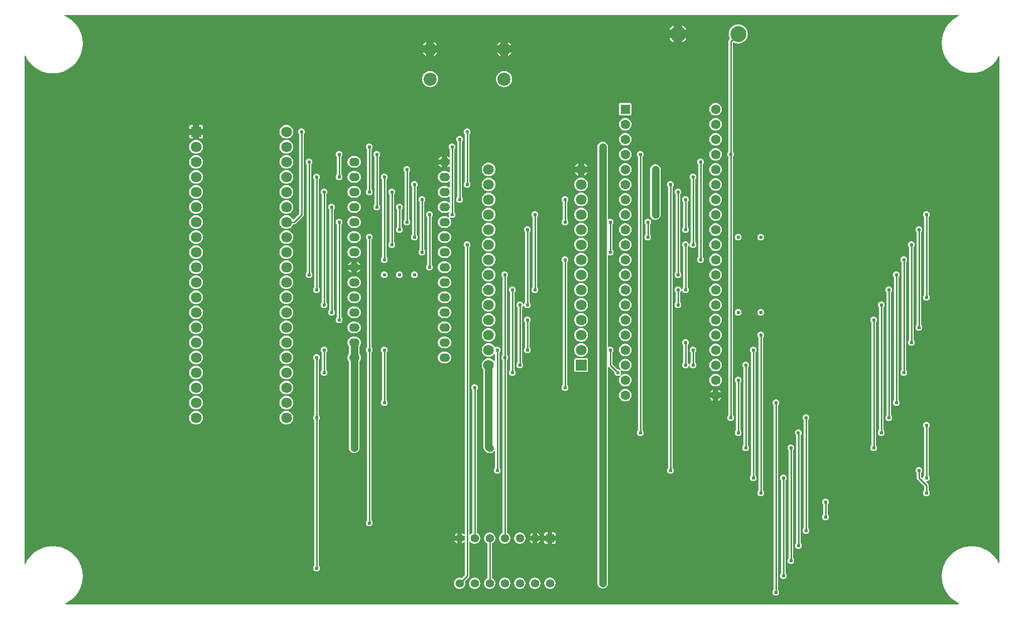
<source format=gbl>
G04 Layer: BottomLayer*
G04 EasyEDA v6.5.20, 2022-11-29 04:13:21*
G04 a67cddfb3fce44daa9051d46cbbcc19f,10*
G04 Gerber Generator version 0.2*
G04 Scale: 100 percent, Rotated: No, Reflected: No *
G04 Dimensions in inches *
G04 leading zeros omitted , absolute positions ,3 integer and 6 decimal *
%FSLAX36Y36*%
%MOIN*%

%AMMACRO1*21,1,$1,$2,0,0,$3*%
%ADD10C,0.0100*%
%ADD11C,0.0500*%
%ADD12C,0.1063*%
%ADD13C,0.0866*%
%ADD14R,0.0550X0.0550*%
%ADD15C,0.0550*%
%ADD16C,0.0630*%
%ADD17R,0.0630X0.0630*%
%ADD18O,0.068898X0.055118*%
%ADD19C,0.0709*%
%ADD20MACRO1,0.0708X0.0708X90.0000*%
%ADD21R,0.0709X0.0709*%
%ADD22C,0.0240*%
%ADD23C,0.0240*%
%ADD24C,0.0122*%

%LPD*%
G36*
X287800Y10200D02*
G01*
X286300Y10500D01*
X285000Y11339D01*
X284140Y12600D01*
X283800Y14120D01*
X284060Y15620D01*
X284880Y16940D01*
X286120Y17840D01*
X287560Y18480D01*
X298360Y24300D01*
X308780Y30760D01*
X318780Y37860D01*
X328320Y45560D01*
X337380Y53820D01*
X345900Y62640D01*
X353860Y71960D01*
X361240Y81760D01*
X368000Y91980D01*
X374120Y102620D01*
X379560Y113600D01*
X384320Y124900D01*
X388380Y136480D01*
X391719Y148280D01*
X394320Y160260D01*
X396180Y172380D01*
X397280Y184600D01*
X397640Y196840D01*
X397280Y209100D01*
X396180Y221320D01*
X394320Y233440D01*
X391719Y245420D01*
X388380Y257220D01*
X384320Y268800D01*
X379560Y280100D01*
X374120Y291080D01*
X368000Y301720D01*
X361240Y311940D01*
X353860Y321740D01*
X345900Y331060D01*
X337380Y339880D01*
X328320Y348140D01*
X318780Y355840D01*
X308780Y362939D01*
X298360Y369400D01*
X287560Y375220D01*
X276420Y380340D01*
X264980Y384780D01*
X253299Y388500D01*
X241400Y391500D01*
X229360Y393760D01*
X217180Y395260D01*
X204940Y396019D01*
X192680Y396019D01*
X180440Y395260D01*
X168280Y393760D01*
X156220Y391500D01*
X144340Y388500D01*
X132640Y384780D01*
X121220Y380340D01*
X110079Y375220D01*
X99280Y369400D01*
X88859Y362939D01*
X78860Y355840D01*
X69300Y348140D01*
X60260Y339880D01*
X51720Y331060D01*
X43760Y321740D01*
X36380Y311940D01*
X29620Y301720D01*
X23520Y291080D01*
X18060Y280100D01*
X17020Y278400D01*
X15720Y277540D01*
X14180Y277240D01*
X12660Y277540D01*
X11359Y278420D01*
X10500Y279700D01*
X10200Y281240D01*
X10200Y3652620D01*
X10500Y3654140D01*
X11359Y3655440D01*
X12660Y3656300D01*
X14180Y3656620D01*
X15720Y3656320D01*
X17020Y3655460D01*
X18060Y3653759D01*
X23520Y3642760D01*
X29620Y3632140D01*
X36380Y3621900D01*
X43760Y3612100D01*
X51720Y3602780D01*
X60260Y3593980D01*
X69300Y3585700D01*
X78860Y3578000D01*
X88859Y3570920D01*
X99280Y3564440D01*
X110079Y3558639D01*
X121220Y3553500D01*
X132640Y3549080D01*
X144340Y3545340D01*
X156220Y3542360D01*
X168280Y3540100D01*
X180440Y3538580D01*
X192680Y3537840D01*
X204940Y3537840D01*
X217180Y3538580D01*
X229360Y3540100D01*
X241400Y3542360D01*
X253299Y3545340D01*
X264980Y3549080D01*
X276420Y3553500D01*
X287560Y3558639D01*
X298360Y3564440D01*
X308780Y3570920D01*
X318780Y3578000D01*
X328320Y3585700D01*
X337380Y3593980D01*
X345900Y3602780D01*
X353860Y3612100D01*
X361240Y3621900D01*
X368000Y3632140D01*
X374120Y3642760D01*
X379560Y3653759D01*
X384320Y3665059D01*
X388380Y3676620D01*
X391719Y3688420D01*
X394320Y3700400D01*
X396180Y3712540D01*
X397280Y3724740D01*
X397640Y3736980D01*
X397280Y3749260D01*
X396180Y3761480D01*
X394320Y3773600D01*
X391719Y3785580D01*
X388380Y3797380D01*
X384320Y3808940D01*
X379560Y3820260D01*
X374120Y3831240D01*
X368000Y3841860D01*
X361240Y3852100D01*
X353860Y3861900D01*
X345900Y3871220D01*
X337380Y3880020D01*
X328320Y3888300D01*
X318780Y3896000D01*
X308780Y3903080D01*
X298360Y3909560D01*
X287560Y3915360D01*
X279300Y3919160D01*
X278040Y3920059D01*
X277240Y3921380D01*
X276980Y3922880D01*
X277300Y3924400D01*
X278180Y3925659D01*
X279460Y3926500D01*
X280980Y3926800D01*
X6212180Y3926800D01*
X6213700Y3926500D01*
X6214980Y3925659D01*
X6215839Y3924400D01*
X6216180Y3922880D01*
X6215920Y3921380D01*
X6215100Y3920059D01*
X6213860Y3919160D01*
X6212440Y3918519D01*
X6201640Y3912700D01*
X6191220Y3906240D01*
X6181200Y3899140D01*
X6171660Y3891440D01*
X6162600Y3883180D01*
X6154080Y3874360D01*
X6146120Y3865040D01*
X6138740Y3855240D01*
X6131980Y3845020D01*
X6125860Y3834380D01*
X6120420Y3823399D01*
X6115660Y3812100D01*
X6111600Y3800520D01*
X6108260Y3788720D01*
X6105660Y3776740D01*
X6103800Y3764620D01*
X6102700Y3752400D01*
X6102360Y3740160D01*
X6102700Y3727900D01*
X6103800Y3715680D01*
X6105660Y3703560D01*
X6108260Y3691580D01*
X6111600Y3679780D01*
X6115660Y3668200D01*
X6120420Y3656900D01*
X6125860Y3645920D01*
X6131980Y3635280D01*
X6138740Y3625059D01*
X6146120Y3615260D01*
X6154080Y3605940D01*
X6162600Y3597120D01*
X6171660Y3588860D01*
X6181200Y3581160D01*
X6191220Y3574060D01*
X6201640Y3567600D01*
X6212440Y3561780D01*
X6223560Y3556660D01*
X6235000Y3552220D01*
X6246680Y3548500D01*
X6258579Y3545500D01*
X6270620Y3543240D01*
X6282800Y3541740D01*
X6295040Y3540980D01*
X6307300Y3540980D01*
X6319539Y3541740D01*
X6331700Y3543240D01*
X6343760Y3545500D01*
X6355660Y3548500D01*
X6367340Y3552220D01*
X6378760Y3556660D01*
X6389900Y3561780D01*
X6400700Y3567600D01*
X6411120Y3574060D01*
X6421120Y3581160D01*
X6430680Y3588860D01*
X6439720Y3597120D01*
X6448260Y3605940D01*
X6456220Y3615260D01*
X6463600Y3625059D01*
X6470359Y3635280D01*
X6476480Y3645920D01*
X6478260Y3649540D01*
X6479380Y3650899D01*
X6481000Y3651660D01*
X6482760Y3651640D01*
X6484360Y3650880D01*
X6485460Y3649480D01*
X6485860Y3647760D01*
X6485860Y289240D01*
X6485460Y287520D01*
X6484360Y286120D01*
X6482760Y285360D01*
X6481000Y285340D01*
X6479380Y286100D01*
X6478260Y287460D01*
X6476480Y291080D01*
X6470359Y301720D01*
X6463600Y311940D01*
X6456220Y321740D01*
X6448260Y331060D01*
X6439720Y339880D01*
X6430680Y348140D01*
X6421120Y355840D01*
X6411120Y362939D01*
X6400700Y369400D01*
X6389900Y375220D01*
X6378760Y380340D01*
X6367340Y384780D01*
X6355660Y388500D01*
X6343760Y391500D01*
X6331700Y393760D01*
X6319539Y395260D01*
X6307300Y396019D01*
X6295040Y396019D01*
X6282800Y395260D01*
X6270620Y393760D01*
X6258579Y391500D01*
X6246680Y388500D01*
X6235000Y384780D01*
X6223560Y380340D01*
X6212440Y375220D01*
X6201640Y369400D01*
X6191220Y362939D01*
X6181200Y355840D01*
X6171660Y348140D01*
X6162600Y339880D01*
X6154080Y331060D01*
X6146120Y321740D01*
X6138740Y311940D01*
X6131980Y301720D01*
X6125860Y291080D01*
X6120420Y280100D01*
X6115660Y268800D01*
X6111600Y257220D01*
X6108260Y245420D01*
X6105660Y233440D01*
X6103800Y221320D01*
X6102700Y209100D01*
X6102360Y196860D01*
X6102700Y184600D01*
X6103800Y172380D01*
X6105660Y160260D01*
X6108260Y148280D01*
X6111600Y136480D01*
X6115660Y124900D01*
X6120420Y113600D01*
X6125860Y102620D01*
X6131980Y91980D01*
X6138740Y81760D01*
X6146120Y71960D01*
X6154080Y62640D01*
X6162600Y53820D01*
X6171660Y45560D01*
X6181200Y37860D01*
X6191220Y30760D01*
X6201640Y24300D01*
X6212440Y18480D01*
X6213860Y17840D01*
X6215100Y16940D01*
X6215920Y15620D01*
X6216180Y14120D01*
X6215839Y12600D01*
X6214980Y11339D01*
X6213700Y10500D01*
X6212180Y10200D01*
G37*

%LPC*%
G36*
X4379080Y3829080D02*
G01*
X4406180Y3829080D01*
X4404280Y3832660D01*
X4400420Y3838340D01*
X4395980Y3843560D01*
X4391000Y3848279D01*
X4385540Y3852420D01*
X4379680Y3855960D01*
X4379080Y3856240D01*
G37*
G36*
X3297420Y112400D02*
G01*
X3302580Y112400D01*
X3307660Y113100D01*
X3312620Y114480D01*
X3317340Y116540D01*
X3321740Y119200D01*
X3325720Y122460D01*
X3329240Y126220D01*
X3332200Y130420D01*
X3334580Y134980D01*
X3336300Y139840D01*
X3337340Y144860D01*
X3337700Y150000D01*
X3337340Y155140D01*
X3336300Y160159D01*
X3334580Y165020D01*
X3332200Y169579D01*
X3329240Y173780D01*
X3325720Y177540D01*
X3321740Y180799D01*
X3317340Y183460D01*
X3312620Y185520D01*
X3307660Y186900D01*
X3302580Y187600D01*
X3297420Y187600D01*
X3292340Y186900D01*
X3287380Y185520D01*
X3282660Y183460D01*
X3278260Y180799D01*
X3274280Y177540D01*
X3270760Y173780D01*
X3267799Y169579D01*
X3265419Y165020D01*
X3263700Y160159D01*
X3262660Y155140D01*
X3262300Y150000D01*
X3262660Y144860D01*
X3263700Y139840D01*
X3265419Y134980D01*
X3267799Y130420D01*
X3270760Y126220D01*
X3274280Y122460D01*
X3278260Y119200D01*
X3282660Y116540D01*
X3287380Y114480D01*
X3292340Y113100D01*
G37*
G36*
X3397420Y112400D02*
G01*
X3402580Y112400D01*
X3407660Y113100D01*
X3412620Y114480D01*
X3417340Y116540D01*
X3421740Y119200D01*
X3425720Y122460D01*
X3429240Y126220D01*
X3432200Y130420D01*
X3434580Y134980D01*
X3436300Y139840D01*
X3437340Y144860D01*
X3437700Y150000D01*
X3437340Y155140D01*
X3436300Y160159D01*
X3434580Y165020D01*
X3432200Y169579D01*
X3429240Y173780D01*
X3425720Y177540D01*
X3421740Y180799D01*
X3417340Y183460D01*
X3412620Y185520D01*
X3407660Y186900D01*
X3402580Y187600D01*
X3397420Y187600D01*
X3392340Y186900D01*
X3387380Y185520D01*
X3382660Y183460D01*
X3378260Y180799D01*
X3374280Y177540D01*
X3370760Y173780D01*
X3367799Y169579D01*
X3365419Y165020D01*
X3363700Y160159D01*
X3362660Y155140D01*
X3362300Y150000D01*
X3362660Y144860D01*
X3363700Y139840D01*
X3365419Y134980D01*
X3367799Y130420D01*
X3370760Y126220D01*
X3374280Y122460D01*
X3378260Y119200D01*
X3382660Y116540D01*
X3387380Y114480D01*
X3392340Y113100D01*
G37*
G36*
X3197420Y112400D02*
G01*
X3202580Y112400D01*
X3207660Y113100D01*
X3212620Y114480D01*
X3217340Y116540D01*
X3221740Y119200D01*
X3225720Y122460D01*
X3229240Y126220D01*
X3232200Y130420D01*
X3234580Y134980D01*
X3236300Y139840D01*
X3237340Y144860D01*
X3237700Y150000D01*
X3237340Y155140D01*
X3236300Y160159D01*
X3234580Y165020D01*
X3232200Y169579D01*
X3229240Y173780D01*
X3225720Y177540D01*
X3221740Y180799D01*
X3217340Y183460D01*
X3212620Y185520D01*
X3207660Y186900D01*
X3202580Y187600D01*
X3197420Y187600D01*
X3192340Y186900D01*
X3187380Y185520D01*
X3182660Y183460D01*
X3178260Y180799D01*
X3174280Y177540D01*
X3170760Y173780D01*
X3167799Y169579D01*
X3165419Y165020D01*
X3163700Y160159D01*
X3162660Y155140D01*
X3162300Y150000D01*
X3162660Y144860D01*
X3163700Y139840D01*
X3165419Y134980D01*
X3167799Y130420D01*
X3170760Y126220D01*
X3174280Y122460D01*
X3178260Y119200D01*
X3182660Y116540D01*
X3187380Y114480D01*
X3192340Y113100D01*
G37*
G36*
X3497420Y112400D02*
G01*
X3502580Y112400D01*
X3507660Y113100D01*
X3512620Y114480D01*
X3517340Y116540D01*
X3521740Y119200D01*
X3525720Y122460D01*
X3529240Y126220D01*
X3532200Y130420D01*
X3534580Y134980D01*
X3536300Y139840D01*
X3537340Y144860D01*
X3537700Y150000D01*
X3537340Y155140D01*
X3536300Y160159D01*
X3534580Y165020D01*
X3532200Y169579D01*
X3529240Y173780D01*
X3525720Y177540D01*
X3521740Y180799D01*
X3517340Y183460D01*
X3512620Y185520D01*
X3507660Y186900D01*
X3502580Y187600D01*
X3497420Y187600D01*
X3492340Y186900D01*
X3487380Y185520D01*
X3482660Y183460D01*
X3478260Y180799D01*
X3474280Y177540D01*
X3470760Y173780D01*
X3467799Y169579D01*
X3465419Y165020D01*
X3463700Y160159D01*
X3462660Y155140D01*
X3462300Y150000D01*
X3462660Y144860D01*
X3463700Y139840D01*
X3465419Y134980D01*
X3467799Y130420D01*
X3470760Y126220D01*
X3474280Y122460D01*
X3478260Y119200D01*
X3482660Y116540D01*
X3487380Y114480D01*
X3492340Y113100D01*
G37*
G36*
X2997420Y112400D02*
G01*
X3002580Y112400D01*
X3007660Y113100D01*
X3012620Y114480D01*
X3017340Y116540D01*
X3021740Y119200D01*
X3025720Y122460D01*
X3029240Y126220D01*
X3032200Y130420D01*
X3034580Y134980D01*
X3036300Y139840D01*
X3037340Y144860D01*
X3037700Y150000D01*
X3037340Y155140D01*
X3036300Y160159D01*
X3034580Y165020D01*
X3032200Y169579D01*
X3029240Y173780D01*
X3025720Y177540D01*
X3021740Y180799D01*
X3017340Y183460D01*
X3012620Y185520D01*
X3007660Y186900D01*
X3002580Y187600D01*
X2997420Y187600D01*
X2992340Y186900D01*
X2987380Y185520D01*
X2982660Y183460D01*
X2978260Y180799D01*
X2974280Y177540D01*
X2970760Y173780D01*
X2967799Y169579D01*
X2965419Y165020D01*
X2963700Y160159D01*
X2962660Y155140D01*
X2962300Y150000D01*
X2962660Y144860D01*
X2963700Y139840D01*
X2965419Y134980D01*
X2967799Y130420D01*
X2970760Y126220D01*
X2974280Y122460D01*
X2978260Y119200D01*
X2982660Y116540D01*
X2987380Y114480D01*
X2992340Y113100D01*
G37*
G36*
X3097420Y112400D02*
G01*
X3102580Y112400D01*
X3107660Y113100D01*
X3112620Y114480D01*
X3117340Y116540D01*
X3121740Y119200D01*
X3125720Y122460D01*
X3129240Y126220D01*
X3132200Y130420D01*
X3134580Y134980D01*
X3136300Y139840D01*
X3137340Y144860D01*
X3137700Y150000D01*
X3137340Y155140D01*
X3136300Y160159D01*
X3134580Y165020D01*
X3132200Y169579D01*
X3129240Y173780D01*
X3125720Y177540D01*
X3121740Y180799D01*
X3117120Y183600D01*
X3116100Y184500D01*
X3115440Y185680D01*
X3115200Y187020D01*
X3115200Y412980D01*
X3115440Y414320D01*
X3116100Y415500D01*
X3117120Y416400D01*
X3121740Y419200D01*
X3125720Y422460D01*
X3129240Y426220D01*
X3132200Y430420D01*
X3134580Y434980D01*
X3136300Y439840D01*
X3137340Y444860D01*
X3137700Y450000D01*
X3137340Y455140D01*
X3136300Y460160D01*
X3134580Y465020D01*
X3132200Y469580D01*
X3129240Y473780D01*
X3125720Y477540D01*
X3121740Y480800D01*
X3117340Y483459D01*
X3112620Y485520D01*
X3107660Y486900D01*
X3102580Y487600D01*
X3097420Y487600D01*
X3092340Y486900D01*
X3087380Y485520D01*
X3082660Y483459D01*
X3078260Y480800D01*
X3074280Y477540D01*
X3070760Y473780D01*
X3067799Y469580D01*
X3065419Y465020D01*
X3063700Y460160D01*
X3062660Y455140D01*
X3062300Y450000D01*
X3062660Y444860D01*
X3063700Y439840D01*
X3065419Y434980D01*
X3067799Y430420D01*
X3070760Y426220D01*
X3074280Y422460D01*
X3078260Y419200D01*
X3082880Y416400D01*
X3083900Y415500D01*
X3084560Y414320D01*
X3084800Y412980D01*
X3084800Y187020D01*
X3084560Y185680D01*
X3083900Y184500D01*
X3082880Y183600D01*
X3078260Y180799D01*
X3074280Y177540D01*
X3070760Y173780D01*
X3067799Y169579D01*
X3065419Y165020D01*
X3063700Y160159D01*
X3062660Y155140D01*
X3062300Y150000D01*
X3062660Y144860D01*
X3063700Y139840D01*
X3065419Y134980D01*
X3067799Y130420D01*
X3070760Y126220D01*
X3074280Y122460D01*
X3078260Y119200D01*
X3082660Y116540D01*
X3087380Y114480D01*
X3092340Y113100D01*
G37*
G36*
X2897420Y112400D02*
G01*
X2902580Y112400D01*
X2907660Y113100D01*
X2912620Y114480D01*
X2917340Y116540D01*
X2921740Y119200D01*
X2925720Y122460D01*
X2929240Y126220D01*
X2932200Y130420D01*
X2934580Y134980D01*
X2936300Y139840D01*
X2937340Y144860D01*
X2937700Y150000D01*
X2937340Y155140D01*
X2936300Y160159D01*
X2935920Y161200D01*
X2935700Y162680D01*
X2936019Y164140D01*
X2936860Y165380D01*
X2960600Y189120D01*
X2962620Y191560D01*
X2964020Y194200D01*
X2964880Y197040D01*
X2965200Y200200D01*
X2965200Y422020D01*
X2965520Y423579D01*
X2966400Y424880D01*
X2967740Y425740D01*
X2969300Y426019D01*
X2970840Y425680D01*
X2972120Y424760D01*
X2974280Y422460D01*
X2978260Y419200D01*
X2982660Y416540D01*
X2987380Y414480D01*
X2992340Y413100D01*
X2997420Y412400D01*
X3002580Y412400D01*
X3007660Y413100D01*
X3012620Y414480D01*
X3017340Y416540D01*
X3021740Y419200D01*
X3025720Y422460D01*
X3029240Y426220D01*
X3032200Y430420D01*
X3034580Y434980D01*
X3036300Y439840D01*
X3037340Y444860D01*
X3037700Y450000D01*
X3037340Y455140D01*
X3036300Y460160D01*
X3034580Y465020D01*
X3032200Y469580D01*
X3029240Y473780D01*
X3025720Y477540D01*
X3021740Y480800D01*
X3017120Y483600D01*
X3016100Y484500D01*
X3015440Y485680D01*
X3015200Y487020D01*
X3015200Y1432280D01*
X3015500Y1433820D01*
X3016380Y1435120D01*
X3017000Y1435740D01*
X3019220Y1438899D01*
X3020840Y1442420D01*
X3021840Y1446140D01*
X3022180Y1450000D01*
X3021840Y1453860D01*
X3020840Y1457580D01*
X3019220Y1461100D01*
X3017000Y1464259D01*
X3014260Y1467000D01*
X3011100Y1469220D01*
X3007580Y1470840D01*
X3003860Y1471840D01*
X3000000Y1472180D01*
X2996139Y1471840D01*
X2992420Y1470840D01*
X2988900Y1469220D01*
X2985740Y1467000D01*
X2983000Y1464259D01*
X2980779Y1461100D01*
X2979160Y1457580D01*
X2978159Y1453860D01*
X2977820Y1450000D01*
X2978159Y1446140D01*
X2979160Y1442420D01*
X2980779Y1438899D01*
X2983000Y1435740D01*
X2983620Y1435120D01*
X2984500Y1433820D01*
X2984800Y1432280D01*
X2984800Y487020D01*
X2984560Y485680D01*
X2983900Y484500D01*
X2982880Y483600D01*
X2978260Y480800D01*
X2974280Y477540D01*
X2972120Y475240D01*
X2970840Y474320D01*
X2969300Y473980D01*
X2967740Y474260D01*
X2966400Y475120D01*
X2965520Y476420D01*
X2965200Y477980D01*
X2965200Y2382280D01*
X2965500Y2383820D01*
X2966380Y2385120D01*
X2967000Y2385740D01*
X2969220Y2388900D01*
X2970840Y2392420D01*
X2971840Y2396140D01*
X2972180Y2400000D01*
X2971840Y2403860D01*
X2970840Y2407580D01*
X2969220Y2411100D01*
X2967000Y2414260D01*
X2964260Y2417000D01*
X2961100Y2419220D01*
X2957580Y2420840D01*
X2953860Y2421840D01*
X2950000Y2422180D01*
X2946139Y2421840D01*
X2942420Y2420840D01*
X2938900Y2419220D01*
X2935740Y2417000D01*
X2933000Y2414260D01*
X2930779Y2411100D01*
X2929160Y2407580D01*
X2928159Y2403860D01*
X2927820Y2400000D01*
X2928159Y2396140D01*
X2929160Y2392420D01*
X2930779Y2388900D01*
X2933000Y2385740D01*
X2933620Y2385120D01*
X2934500Y2383820D01*
X2934800Y2382280D01*
X2934800Y477980D01*
X2934480Y476420D01*
X2933600Y475120D01*
X2932260Y474260D01*
X2930700Y473980D01*
X2929160Y474320D01*
X2927880Y475240D01*
X2925720Y477540D01*
X2921740Y480800D01*
X2917340Y483459D01*
X2916259Y483940D01*
X2916259Y466240D01*
X2930800Y466240D01*
X2932340Y465940D01*
X2933620Y465080D01*
X2934500Y463780D01*
X2934800Y462239D01*
X2934800Y437740D01*
X2934500Y436220D01*
X2933620Y434920D01*
X2932340Y434060D01*
X2930800Y433740D01*
X2916259Y433740D01*
X2916259Y416060D01*
X2917340Y416540D01*
X2921740Y419200D01*
X2925720Y422460D01*
X2927880Y424760D01*
X2929160Y425680D01*
X2930700Y426019D01*
X2932260Y425740D01*
X2933600Y424880D01*
X2934480Y423579D01*
X2934800Y422020D01*
X2934800Y207960D01*
X2934500Y206420D01*
X2933620Y205120D01*
X2915360Y186860D01*
X2914220Y186060D01*
X2912860Y185700D01*
X2911460Y185840D01*
X2907660Y186900D01*
X2902580Y187600D01*
X2897420Y187600D01*
X2892340Y186900D01*
X2887380Y185520D01*
X2882660Y183460D01*
X2878260Y180799D01*
X2874280Y177540D01*
X2870760Y173780D01*
X2867799Y169579D01*
X2865419Y165020D01*
X2863700Y160159D01*
X2862660Y155140D01*
X2862300Y150000D01*
X2862660Y144860D01*
X2863700Y139840D01*
X2865419Y134980D01*
X2867799Y130420D01*
X2870760Y126220D01*
X2874280Y122460D01*
X2878260Y119200D01*
X2882660Y116540D01*
X2887380Y114480D01*
X2892340Y113100D01*
G37*
G36*
X3850000Y114820D02*
G01*
X3855000Y115160D01*
X3859920Y116240D01*
X3864620Y118000D01*
X3869020Y120399D01*
X3873039Y123400D01*
X3876600Y126960D01*
X3879600Y130980D01*
X3882000Y135380D01*
X3883759Y140080D01*
X3884840Y145000D01*
X3885200Y150140D01*
X3885200Y1583640D01*
X3885500Y1585180D01*
X3886380Y1586480D01*
X3887660Y1587340D01*
X3889200Y1587640D01*
X3890740Y1587340D01*
X3892020Y1586480D01*
X3926720Y1551780D01*
X3927520Y1550640D01*
X3927880Y1549300D01*
X3928159Y1546140D01*
X3929160Y1542420D01*
X3930779Y1538899D01*
X3933000Y1535740D01*
X3935740Y1533000D01*
X3938900Y1530780D01*
X3942420Y1529160D01*
X3946139Y1528160D01*
X3950000Y1527820D01*
X3953860Y1528160D01*
X3957580Y1529160D01*
X3962820Y1531620D01*
X3964380Y1531639D01*
X3965840Y1531060D01*
X3966980Y1529960D01*
X3967580Y1528520D01*
X3967600Y1526940D01*
X3967000Y1525480D01*
X3963900Y1520840D01*
X3961480Y1515960D01*
X3959720Y1510800D01*
X3958660Y1505440D01*
X3958300Y1500000D01*
X3958660Y1494560D01*
X3959720Y1489199D01*
X3961480Y1484040D01*
X3963900Y1479160D01*
X3966920Y1474620D01*
X3970520Y1470520D01*
X3974620Y1466920D01*
X3979160Y1463899D01*
X3984040Y1461480D01*
X3989200Y1459720D01*
X3994560Y1458660D01*
X4000000Y1458300D01*
X4005440Y1458660D01*
X4010800Y1459720D01*
X4015960Y1461480D01*
X4020840Y1463899D01*
X4025380Y1466920D01*
X4029480Y1470520D01*
X4033080Y1474620D01*
X4036100Y1479160D01*
X4038519Y1484040D01*
X4040280Y1489199D01*
X4041340Y1494560D01*
X4041700Y1500000D01*
X4041340Y1505440D01*
X4040280Y1510800D01*
X4038519Y1515960D01*
X4036100Y1520840D01*
X4033080Y1525380D01*
X4029480Y1529480D01*
X4025380Y1533080D01*
X4020840Y1536100D01*
X4015960Y1538520D01*
X4010800Y1540280D01*
X4005440Y1541339D01*
X4000000Y1541699D01*
X3994560Y1541339D01*
X3989200Y1540280D01*
X3984040Y1538520D01*
X3979160Y1536100D01*
X3974520Y1533000D01*
X3973060Y1532400D01*
X3971480Y1532420D01*
X3970040Y1533020D01*
X3968940Y1534160D01*
X3968360Y1535620D01*
X3968380Y1537180D01*
X3970840Y1542420D01*
X3971840Y1546140D01*
X3972180Y1550000D01*
X3971840Y1553860D01*
X3970840Y1557580D01*
X3968380Y1562820D01*
X3968360Y1564379D01*
X3968940Y1565840D01*
X3970040Y1566980D01*
X3971480Y1567580D01*
X3973060Y1567600D01*
X3974520Y1567000D01*
X3979160Y1563899D01*
X3984040Y1561480D01*
X3989200Y1559720D01*
X3994560Y1558660D01*
X4000000Y1558300D01*
X4005440Y1558660D01*
X4010800Y1559720D01*
X4015960Y1561480D01*
X4020840Y1563899D01*
X4025380Y1566920D01*
X4029480Y1570520D01*
X4033080Y1574620D01*
X4036100Y1579160D01*
X4038519Y1584040D01*
X4040280Y1589199D01*
X4041340Y1594560D01*
X4041700Y1600000D01*
X4041340Y1605440D01*
X4040280Y1610800D01*
X4038519Y1615960D01*
X4036100Y1620840D01*
X4033080Y1625380D01*
X4029480Y1629480D01*
X4025380Y1633080D01*
X4020840Y1636100D01*
X4015960Y1638520D01*
X4010800Y1640280D01*
X4005440Y1641339D01*
X4000000Y1641699D01*
X3994560Y1641339D01*
X3989200Y1640280D01*
X3984040Y1638520D01*
X3979160Y1636100D01*
X3974620Y1633080D01*
X3970520Y1629480D01*
X3966920Y1625380D01*
X3963900Y1620840D01*
X3961480Y1615960D01*
X3959720Y1610800D01*
X3958660Y1605440D01*
X3958300Y1600000D01*
X3958660Y1594560D01*
X3959720Y1589199D01*
X3961480Y1584040D01*
X3963900Y1579160D01*
X3967000Y1574520D01*
X3967600Y1573060D01*
X3967580Y1571480D01*
X3966980Y1570040D01*
X3965840Y1568940D01*
X3964380Y1568360D01*
X3962820Y1568380D01*
X3957580Y1570840D01*
X3953860Y1571840D01*
X3950700Y1572120D01*
X3949360Y1572480D01*
X3948220Y1573280D01*
X3916380Y1605120D01*
X3915500Y1606420D01*
X3915200Y1607960D01*
X3915200Y1682280D01*
X3915500Y1683820D01*
X3916380Y1685120D01*
X3917000Y1685740D01*
X3919220Y1688899D01*
X3920840Y1692420D01*
X3921840Y1696140D01*
X3922180Y1700000D01*
X3921840Y1703860D01*
X3920840Y1707580D01*
X3919220Y1711100D01*
X3917000Y1714259D01*
X3914260Y1717000D01*
X3911100Y1719220D01*
X3907580Y1720840D01*
X3903860Y1721840D01*
X3900000Y1722180D01*
X3896139Y1721840D01*
X3892420Y1720840D01*
X3890899Y1720140D01*
X3889340Y1719760D01*
X3887760Y1720020D01*
X3886420Y1720880D01*
X3885520Y1722200D01*
X3885200Y1723760D01*
X3885200Y2326240D01*
X3885520Y2327800D01*
X3886420Y2329120D01*
X3887760Y2329980D01*
X3889340Y2330240D01*
X3890899Y2329860D01*
X3892420Y2329160D01*
X3896139Y2328160D01*
X3900000Y2327820D01*
X3903860Y2328160D01*
X3907580Y2329160D01*
X3911100Y2330780D01*
X3914260Y2333000D01*
X3917000Y2335740D01*
X3919220Y2338900D01*
X3920840Y2342420D01*
X3921840Y2346140D01*
X3922180Y2350000D01*
X3921840Y2353860D01*
X3920840Y2357580D01*
X3919220Y2361100D01*
X3917000Y2364260D01*
X3916380Y2364880D01*
X3915500Y2366180D01*
X3915200Y2367720D01*
X3915200Y2532280D01*
X3915500Y2533820D01*
X3916380Y2535120D01*
X3917000Y2535740D01*
X3919220Y2538900D01*
X3920840Y2542420D01*
X3921840Y2546140D01*
X3922180Y2550000D01*
X3921840Y2553860D01*
X3920840Y2557580D01*
X3919220Y2561100D01*
X3917000Y2564260D01*
X3914260Y2567000D01*
X3911100Y2569220D01*
X3907580Y2570840D01*
X3903860Y2571840D01*
X3900000Y2572180D01*
X3896139Y2571840D01*
X3892420Y2570840D01*
X3890899Y2570140D01*
X3889340Y2569760D01*
X3887760Y2570020D01*
X3886420Y2570880D01*
X3885520Y2572200D01*
X3885200Y2573759D01*
X3885200Y3049860D01*
X3884840Y3055000D01*
X3883759Y3059920D01*
X3882000Y3064620D01*
X3879600Y3069020D01*
X3876600Y3073039D01*
X3873039Y3076600D01*
X3869020Y3079600D01*
X3864620Y3082000D01*
X3859920Y3083759D01*
X3855000Y3084840D01*
X3850000Y3085179D01*
X3845000Y3084840D01*
X3840080Y3083759D01*
X3835380Y3082000D01*
X3830980Y3079600D01*
X3826960Y3076600D01*
X3823399Y3073039D01*
X3820400Y3069020D01*
X3818000Y3064620D01*
X3816240Y3059920D01*
X3815160Y3055000D01*
X3814800Y3049860D01*
X3814800Y150140D01*
X3815160Y145000D01*
X3816240Y140080D01*
X3818000Y135380D01*
X3820400Y130980D01*
X3823399Y126960D01*
X3826960Y123400D01*
X3830980Y120399D01*
X3835380Y118000D01*
X3840080Y116240D01*
X3845000Y115160D01*
G37*
G36*
X5050000Y177820D02*
G01*
X5053860Y178160D01*
X5057580Y179160D01*
X5061100Y180780D01*
X5064260Y183000D01*
X5067000Y185740D01*
X5069220Y188900D01*
X5070840Y192420D01*
X5071840Y196140D01*
X5072180Y200000D01*
X5071840Y203860D01*
X5070840Y207580D01*
X5069220Y211100D01*
X5067000Y214259D01*
X5066380Y214880D01*
X5065500Y216180D01*
X5065200Y217719D01*
X5065200Y832280D01*
X5065500Y833820D01*
X5066380Y835120D01*
X5067000Y835740D01*
X5069220Y838900D01*
X5070840Y842420D01*
X5071840Y846140D01*
X5072180Y850000D01*
X5071840Y853860D01*
X5070840Y857580D01*
X5069220Y861100D01*
X5067000Y864260D01*
X5064260Y867000D01*
X5061100Y869220D01*
X5057580Y870840D01*
X5053860Y871840D01*
X5050000Y872180D01*
X5046140Y871840D01*
X5042420Y870840D01*
X5038900Y869220D01*
X5035740Y867000D01*
X5033000Y864260D01*
X5030780Y861100D01*
X5029160Y857580D01*
X5028160Y853860D01*
X5027820Y850000D01*
X5028160Y846140D01*
X5029160Y842420D01*
X5030780Y838900D01*
X5033000Y835740D01*
X5033620Y835120D01*
X5034500Y833820D01*
X5034800Y832280D01*
X5034800Y217719D01*
X5034500Y216180D01*
X5033620Y214880D01*
X5033000Y214259D01*
X5030780Y211100D01*
X5029160Y207580D01*
X5028160Y203860D01*
X5027820Y200000D01*
X5028160Y196140D01*
X5029160Y192420D01*
X5030780Y188900D01*
X5033000Y185740D01*
X5035740Y183000D01*
X5038900Y180780D01*
X5042420Y179160D01*
X5046140Y178160D01*
G37*
G36*
X4293820Y3829080D02*
G01*
X4320920Y3829080D01*
X4320920Y3856240D01*
X4320320Y3855960D01*
X4314460Y3852420D01*
X4309000Y3848279D01*
X4304020Y3843560D01*
X4299580Y3838340D01*
X4295720Y3832660D01*
G37*
G36*
X1950000Y227820D02*
G01*
X1953860Y228160D01*
X1957580Y229160D01*
X1961100Y230780D01*
X1964259Y233000D01*
X1967000Y235740D01*
X1969220Y238900D01*
X1970840Y242420D01*
X1971840Y246140D01*
X1972180Y250000D01*
X1971840Y253860D01*
X1970840Y257580D01*
X1969220Y261100D01*
X1967000Y264260D01*
X1966380Y264880D01*
X1965500Y266180D01*
X1965200Y267720D01*
X1965200Y1232280D01*
X1965500Y1233820D01*
X1966380Y1235120D01*
X1967000Y1235740D01*
X1969220Y1238900D01*
X1970840Y1242420D01*
X1971840Y1246140D01*
X1972180Y1250000D01*
X1971840Y1253860D01*
X1970840Y1257580D01*
X1969220Y1261100D01*
X1967000Y1264260D01*
X1966380Y1264880D01*
X1965500Y1266180D01*
X1965200Y1267720D01*
X1965200Y1632280D01*
X1965500Y1633820D01*
X1966380Y1635120D01*
X1967000Y1635740D01*
X1969220Y1638899D01*
X1970840Y1642420D01*
X1971840Y1646140D01*
X1972180Y1650000D01*
X1971840Y1653860D01*
X1970840Y1657580D01*
X1969220Y1661100D01*
X1967000Y1664259D01*
X1964259Y1667000D01*
X1961100Y1669220D01*
X1957580Y1670840D01*
X1953860Y1671840D01*
X1950000Y1672180D01*
X1946140Y1671840D01*
X1942420Y1670840D01*
X1938899Y1669220D01*
X1935740Y1667000D01*
X1933000Y1664259D01*
X1930780Y1661100D01*
X1929160Y1657580D01*
X1928160Y1653860D01*
X1927820Y1650000D01*
X1928160Y1646140D01*
X1929160Y1642420D01*
X1930780Y1638899D01*
X1933000Y1635740D01*
X1933620Y1635120D01*
X1934500Y1633820D01*
X1934800Y1632280D01*
X1934800Y1267720D01*
X1934500Y1266180D01*
X1933620Y1264880D01*
X1933000Y1264260D01*
X1930780Y1261100D01*
X1929160Y1257580D01*
X1928160Y1253860D01*
X1927820Y1250000D01*
X1928160Y1246140D01*
X1929160Y1242420D01*
X1930780Y1238900D01*
X1933000Y1235740D01*
X1933620Y1235120D01*
X1934500Y1233820D01*
X1934800Y1232280D01*
X1934800Y267720D01*
X1934500Y266180D01*
X1933620Y264880D01*
X1933000Y264260D01*
X1930780Y261100D01*
X1929160Y257580D01*
X1928160Y253860D01*
X1927820Y250000D01*
X1928160Y246140D01*
X1929160Y242420D01*
X1930780Y238900D01*
X1933000Y235740D01*
X1935740Y233000D01*
X1938899Y230780D01*
X1942420Y229160D01*
X1946140Y228160D01*
G37*
G36*
X4320920Y3743759D02*
G01*
X4320920Y3770920D01*
X4293820Y3770920D01*
X4295720Y3767340D01*
X4299580Y3761660D01*
X4304020Y3756440D01*
X4309000Y3751720D01*
X4314460Y3747580D01*
X4320320Y3744040D01*
G37*
G36*
X5100000Y277820D02*
G01*
X5103860Y278160D01*
X5107580Y279160D01*
X5111100Y280780D01*
X5114260Y283000D01*
X5117000Y285740D01*
X5119220Y288900D01*
X5120839Y292420D01*
X5121840Y296140D01*
X5122180Y300000D01*
X5121840Y303860D01*
X5120839Y307580D01*
X5119220Y311100D01*
X5117000Y314260D01*
X5116380Y314880D01*
X5115500Y316180D01*
X5115200Y317720D01*
X5115200Y1032280D01*
X5115500Y1033820D01*
X5116380Y1035120D01*
X5117000Y1035740D01*
X5119220Y1038900D01*
X5120839Y1042420D01*
X5121840Y1046140D01*
X5122180Y1050000D01*
X5121840Y1053860D01*
X5120839Y1057580D01*
X5119220Y1061100D01*
X5117000Y1064260D01*
X5114260Y1067000D01*
X5111100Y1069220D01*
X5107580Y1070840D01*
X5103860Y1071840D01*
X5100000Y1072180D01*
X5096140Y1071840D01*
X5092420Y1070840D01*
X5088900Y1069220D01*
X5085740Y1067000D01*
X5083000Y1064260D01*
X5080780Y1061100D01*
X5079160Y1057580D01*
X5078160Y1053860D01*
X5077820Y1050000D01*
X5078160Y1046140D01*
X5079160Y1042420D01*
X5080780Y1038900D01*
X5083000Y1035740D01*
X5083620Y1035120D01*
X5084500Y1033820D01*
X5084800Y1032280D01*
X5084800Y317720D01*
X5084500Y316180D01*
X5083620Y314880D01*
X5083000Y314260D01*
X5080780Y311100D01*
X5079160Y307580D01*
X5078160Y303860D01*
X5077820Y300000D01*
X5078160Y296140D01*
X5079160Y292420D01*
X5080780Y288900D01*
X5083000Y285740D01*
X5085740Y283000D01*
X5088900Y280780D01*
X5092420Y279160D01*
X5096140Y278160D01*
G37*
G36*
X4379080Y3743759D02*
G01*
X4379680Y3744040D01*
X4385540Y3747580D01*
X4391000Y3751720D01*
X4395980Y3756440D01*
X4400420Y3761660D01*
X4404280Y3767340D01*
X4406180Y3770920D01*
X4379080Y3770920D01*
G37*
G36*
X5150000Y377819D02*
G01*
X5153860Y378160D01*
X5157580Y379159D01*
X5161100Y380780D01*
X5164260Y383000D01*
X5167000Y385740D01*
X5169220Y388900D01*
X5170839Y392420D01*
X5171840Y396140D01*
X5172180Y400000D01*
X5171840Y403860D01*
X5170839Y407580D01*
X5169220Y411100D01*
X5167000Y414260D01*
X5166380Y414880D01*
X5165500Y416180D01*
X5165200Y417720D01*
X5165200Y1132700D01*
X5165500Y1134240D01*
X5168800Y1138900D01*
X5170440Y1142420D01*
X5171440Y1146140D01*
X5171780Y1150000D01*
X5171440Y1153860D01*
X5170440Y1157580D01*
X5168800Y1161100D01*
X5166580Y1164260D01*
X5163840Y1167000D01*
X5160680Y1169220D01*
X5157180Y1170840D01*
X5153440Y1171840D01*
X5149580Y1172180D01*
X5145740Y1171840D01*
X5142000Y1170840D01*
X5138500Y1169220D01*
X5135320Y1167000D01*
X5132600Y1164260D01*
X5130380Y1161100D01*
X5128740Y1157580D01*
X5127740Y1153860D01*
X5127400Y1150000D01*
X5127740Y1146140D01*
X5128740Y1142420D01*
X5130380Y1138900D01*
X5132600Y1135740D01*
X5133620Y1134700D01*
X5134500Y1133400D01*
X5134800Y1131880D01*
X5134800Y417720D01*
X5134500Y416180D01*
X5133620Y414880D01*
X5133000Y414260D01*
X5130780Y411100D01*
X5129160Y407580D01*
X5128160Y403860D01*
X5127820Y400000D01*
X5128160Y396140D01*
X5129160Y392420D01*
X5130780Y388900D01*
X5133000Y385740D01*
X5135740Y383000D01*
X5138900Y380780D01*
X5142420Y379159D01*
X5146140Y378160D01*
G37*
G36*
X3472720Y412299D02*
G01*
X3483759Y412299D01*
X3483759Y433740D01*
X3462300Y433740D01*
X3462300Y422720D01*
X3462580Y420240D01*
X3463340Y418080D01*
X3464540Y416160D01*
X3466160Y414540D01*
X3468080Y413340D01*
X3470240Y412580D01*
G37*
G36*
X3516259Y412299D02*
G01*
X3527280Y412299D01*
X3529760Y412580D01*
X3531920Y413340D01*
X3533840Y414540D01*
X3535460Y416160D01*
X3536660Y418080D01*
X3537420Y420240D01*
X3537700Y422720D01*
X3537700Y433740D01*
X3516259Y433740D01*
G37*
G36*
X3297420Y412400D02*
G01*
X3302580Y412400D01*
X3307660Y413100D01*
X3312620Y414480D01*
X3317340Y416540D01*
X3321740Y419200D01*
X3325720Y422460D01*
X3329240Y426220D01*
X3332200Y430420D01*
X3334580Y434980D01*
X3336300Y439840D01*
X3337340Y444860D01*
X3337700Y450000D01*
X3337340Y455140D01*
X3336300Y460160D01*
X3334580Y465020D01*
X3332200Y469580D01*
X3329240Y473780D01*
X3325720Y477540D01*
X3321740Y480800D01*
X3317340Y483459D01*
X3312620Y485520D01*
X3307660Y486900D01*
X3302580Y487600D01*
X3297420Y487600D01*
X3292340Y486900D01*
X3287380Y485520D01*
X3282660Y483459D01*
X3278260Y480800D01*
X3274280Y477540D01*
X3270760Y473780D01*
X3267799Y469580D01*
X3265419Y465020D01*
X3263700Y460160D01*
X3262660Y455140D01*
X3262300Y450000D01*
X3262660Y444860D01*
X3263700Y439840D01*
X3265419Y434980D01*
X3267799Y430420D01*
X3270760Y426220D01*
X3274280Y422460D01*
X3278260Y419200D01*
X3282660Y416540D01*
X3287380Y414480D01*
X3292340Y413100D01*
G37*
G36*
X3197420Y412400D02*
G01*
X3202580Y412400D01*
X3207660Y413100D01*
X3212620Y414480D01*
X3217340Y416540D01*
X3221740Y419200D01*
X3225720Y422460D01*
X3229240Y426220D01*
X3232200Y430420D01*
X3234580Y434980D01*
X3236300Y439840D01*
X3237340Y444860D01*
X3237700Y450000D01*
X3237340Y455140D01*
X3236300Y460160D01*
X3234580Y465020D01*
X3232200Y469580D01*
X3229240Y473780D01*
X3225720Y477540D01*
X3221740Y480800D01*
X3217120Y483600D01*
X3216100Y484500D01*
X3215440Y485680D01*
X3215200Y487020D01*
X3215200Y1632280D01*
X3215500Y1633800D01*
X3216380Y1635100D01*
X3217000Y1635720D01*
X3219220Y1638899D01*
X3220840Y1642400D01*
X3221840Y1646140D01*
X3222180Y1649980D01*
X3221840Y1653839D01*
X3220840Y1657580D01*
X3219220Y1661080D01*
X3217000Y1664259D01*
X3216380Y1664880D01*
X3215500Y1666180D01*
X3215200Y1667700D01*
X3215200Y2182280D01*
X3215500Y2183820D01*
X3216380Y2185120D01*
X3217000Y2185740D01*
X3219220Y2188900D01*
X3220840Y2192420D01*
X3221840Y2196140D01*
X3222180Y2200000D01*
X3221840Y2203860D01*
X3220840Y2207580D01*
X3219220Y2211100D01*
X3217000Y2214260D01*
X3214260Y2217000D01*
X3211100Y2219220D01*
X3207580Y2220840D01*
X3203860Y2221840D01*
X3200000Y2222180D01*
X3196139Y2221840D01*
X3192420Y2220840D01*
X3188900Y2219220D01*
X3185740Y2217000D01*
X3183000Y2214260D01*
X3180779Y2211100D01*
X3179160Y2207580D01*
X3178159Y2203860D01*
X3177820Y2200000D01*
X3178159Y2196140D01*
X3179160Y2192420D01*
X3180779Y2188900D01*
X3183000Y2185740D01*
X3183620Y2185120D01*
X3184500Y2183820D01*
X3184800Y2182280D01*
X3184800Y1667700D01*
X3184500Y1666180D01*
X3183620Y1664880D01*
X3183000Y1664259D01*
X3180779Y1661080D01*
X3179160Y1657580D01*
X3178159Y1653839D01*
X3177820Y1649980D01*
X3178159Y1646140D01*
X3179160Y1642400D01*
X3180779Y1638899D01*
X3183000Y1635720D01*
X3183620Y1635100D01*
X3184500Y1633800D01*
X3184800Y1632280D01*
X3184800Y487020D01*
X3184560Y485680D01*
X3183900Y484500D01*
X3182880Y483600D01*
X3178260Y480800D01*
X3174280Y477540D01*
X3170760Y473780D01*
X3167799Y469580D01*
X3165419Y465020D01*
X3163700Y460160D01*
X3162660Y455140D01*
X3162300Y450000D01*
X3162660Y444860D01*
X3163700Y439840D01*
X3165419Y434980D01*
X3167799Y430420D01*
X3170760Y426220D01*
X3174280Y422460D01*
X3178260Y419200D01*
X3182660Y416540D01*
X3187380Y414480D01*
X3192340Y413100D01*
G37*
G36*
X3220260Y3724160D02*
G01*
X3243820Y3724160D01*
X3240800Y3729400D01*
X3237080Y3734380D01*
X3232820Y3738920D01*
X3228039Y3742919D01*
X3222860Y3746340D01*
X3220260Y3747640D01*
G37*
G36*
X3383759Y416060D02*
G01*
X3383759Y433740D01*
X3366060Y433740D01*
X3367799Y430420D01*
X3370760Y426220D01*
X3374280Y422460D01*
X3378260Y419200D01*
X3382660Y416540D01*
G37*
G36*
X2883759Y416060D02*
G01*
X2883759Y433740D01*
X2866060Y433740D01*
X2867799Y430420D01*
X2870760Y426220D01*
X2874280Y422460D01*
X2878260Y419200D01*
X2882660Y416540D01*
G37*
G36*
X3416259Y416060D02*
G01*
X3417340Y416540D01*
X3421740Y419200D01*
X3425720Y422460D01*
X3429240Y426220D01*
X3432200Y430420D01*
X3433940Y433740D01*
X3416259Y433740D01*
G37*
G36*
X2656180Y3724160D02*
G01*
X2679740Y3724160D01*
X2679740Y3747640D01*
X2677140Y3746340D01*
X2671960Y3742919D01*
X2667180Y3738920D01*
X2662919Y3734380D01*
X2659200Y3729400D01*
G37*
G36*
X3366060Y466240D02*
G01*
X3383759Y466240D01*
X3383759Y483940D01*
X3382660Y483459D01*
X3378260Y480800D01*
X3374280Y477540D01*
X3370760Y473780D01*
X3367799Y469580D01*
G37*
G36*
X3416259Y466240D02*
G01*
X3433940Y466240D01*
X3432200Y469580D01*
X3429240Y473780D01*
X3425720Y477540D01*
X3421740Y480800D01*
X3417340Y483459D01*
X3416259Y483940D01*
G37*
G36*
X2866060Y466240D02*
G01*
X2883759Y466240D01*
X2883759Y483940D01*
X2882660Y483459D01*
X2878260Y480800D01*
X2874280Y477540D01*
X2870760Y473780D01*
X2867799Y469580D01*
G37*
G36*
X3462300Y466240D02*
G01*
X3483759Y466240D01*
X3483759Y487700D01*
X3472720Y487700D01*
X3470240Y487420D01*
X3468080Y486659D01*
X3466160Y485460D01*
X3464540Y483840D01*
X3463340Y481920D01*
X3462580Y479760D01*
X3462300Y477280D01*
G37*
G36*
X3516259Y466240D02*
G01*
X3537700Y466240D01*
X3537700Y477280D01*
X3537420Y479760D01*
X3536660Y481920D01*
X3535460Y483840D01*
X3533840Y485460D01*
X3531920Y486659D01*
X3529760Y487420D01*
X3527280Y487700D01*
X3516259Y487700D01*
G37*
G36*
X3148380Y3724160D02*
G01*
X3171940Y3724160D01*
X3171940Y3747640D01*
X3169340Y3746340D01*
X3164160Y3742919D01*
X3159380Y3738920D01*
X3155120Y3734380D01*
X3151400Y3729400D01*
G37*
G36*
X2728060Y3724160D02*
G01*
X2751620Y3724160D01*
X2748600Y3729400D01*
X2744880Y3734380D01*
X2740620Y3738920D01*
X2735840Y3742919D01*
X2730659Y3746340D01*
X2728060Y3747640D01*
G37*
G36*
X5200000Y477819D02*
G01*
X5203860Y478160D01*
X5207580Y479159D01*
X5211100Y480780D01*
X5214260Y483000D01*
X5217000Y485740D01*
X5219220Y488900D01*
X5220839Y492420D01*
X5221840Y496140D01*
X5222180Y500000D01*
X5221840Y503860D01*
X5220839Y507580D01*
X5219220Y511100D01*
X5217000Y514260D01*
X5216380Y514880D01*
X5215500Y516180D01*
X5215200Y517720D01*
X5215200Y1232280D01*
X5215500Y1233820D01*
X5216380Y1235120D01*
X5217000Y1235740D01*
X5219220Y1238900D01*
X5220839Y1242420D01*
X5221840Y1246140D01*
X5222180Y1250000D01*
X5221840Y1253860D01*
X5220839Y1257580D01*
X5219220Y1261100D01*
X5217000Y1264260D01*
X5214260Y1267000D01*
X5211100Y1269220D01*
X5207580Y1270840D01*
X5203860Y1271840D01*
X5200000Y1272180D01*
X5196140Y1271840D01*
X5192420Y1270840D01*
X5188900Y1269220D01*
X5185740Y1267000D01*
X5183000Y1264260D01*
X5180780Y1261100D01*
X5179160Y1257580D01*
X5178160Y1253860D01*
X5177820Y1250000D01*
X5178160Y1246140D01*
X5179160Y1242420D01*
X5180780Y1238900D01*
X5183000Y1235740D01*
X5183620Y1235120D01*
X5184500Y1233820D01*
X5184800Y1232280D01*
X5184800Y517720D01*
X5184500Y516180D01*
X5183620Y514880D01*
X5183000Y514260D01*
X5180780Y511100D01*
X5179160Y507580D01*
X5178160Y503860D01*
X5177820Y500000D01*
X5178160Y496140D01*
X5179160Y492420D01*
X5180780Y488900D01*
X5183000Y485740D01*
X5185740Y483000D01*
X5188900Y480780D01*
X5192420Y479159D01*
X5196140Y478160D01*
G37*
G36*
X2300000Y527820D02*
G01*
X2303860Y528160D01*
X2307580Y529160D01*
X2311100Y530780D01*
X2314260Y533000D01*
X2317000Y535740D01*
X2319220Y538900D01*
X2320840Y542420D01*
X2321840Y546140D01*
X2322180Y550000D01*
X2321840Y553860D01*
X2320840Y557580D01*
X2319220Y561100D01*
X2317000Y564260D01*
X2316380Y564880D01*
X2315500Y566180D01*
X2315200Y567720D01*
X2315200Y1682280D01*
X2315500Y1683820D01*
X2316380Y1685120D01*
X2317000Y1685740D01*
X2319220Y1688899D01*
X2320840Y1692420D01*
X2321840Y1696140D01*
X2322180Y1700000D01*
X2321840Y1703860D01*
X2320840Y1707580D01*
X2319220Y1711100D01*
X2317000Y1714259D01*
X2316380Y1714880D01*
X2315500Y1716180D01*
X2315200Y1717720D01*
X2315200Y2432280D01*
X2315500Y2433800D01*
X2316380Y2435100D01*
X2317000Y2435720D01*
X2319220Y2438900D01*
X2320840Y2442400D01*
X2321840Y2446140D01*
X2322180Y2449980D01*
X2321840Y2453840D01*
X2320840Y2457580D01*
X2319220Y2461080D01*
X2317000Y2464260D01*
X2314260Y2466980D01*
X2311100Y2469200D01*
X2307580Y2470840D01*
X2303860Y2471840D01*
X2300000Y2472180D01*
X2296140Y2471840D01*
X2292420Y2470840D01*
X2288900Y2469200D01*
X2285740Y2466980D01*
X2283000Y2464260D01*
X2280780Y2461080D01*
X2279160Y2457580D01*
X2278160Y2453840D01*
X2277820Y2449980D01*
X2278160Y2446140D01*
X2279160Y2442400D01*
X2280780Y2438900D01*
X2283000Y2435720D01*
X2283620Y2435100D01*
X2284500Y2433800D01*
X2284800Y2432280D01*
X2284800Y1717720D01*
X2284500Y1716180D01*
X2283620Y1714880D01*
X2283000Y1714259D01*
X2280780Y1711100D01*
X2279160Y1707580D01*
X2278160Y1703860D01*
X2277820Y1700000D01*
X2278160Y1696140D01*
X2279160Y1692420D01*
X2280780Y1688899D01*
X2283000Y1685740D01*
X2283620Y1685120D01*
X2284500Y1683820D01*
X2284800Y1682280D01*
X2284800Y567720D01*
X2284500Y566180D01*
X2283620Y564880D01*
X2283000Y564260D01*
X2280780Y561100D01*
X2279160Y557580D01*
X2278160Y553860D01*
X2277820Y550000D01*
X2278160Y546140D01*
X2279160Y542420D01*
X2280780Y538900D01*
X2283000Y535740D01*
X2285740Y533000D01*
X2288900Y530780D01*
X2292420Y529160D01*
X2296140Y528160D01*
G37*
G36*
X5330000Y567820D02*
G01*
X5333860Y568160D01*
X5337580Y569160D01*
X5341100Y570780D01*
X5344260Y573000D01*
X5347000Y575740D01*
X5349220Y578900D01*
X5350839Y582420D01*
X5351840Y586140D01*
X5352180Y590000D01*
X5351840Y593860D01*
X5350839Y597580D01*
X5349220Y601100D01*
X5347000Y604260D01*
X5346380Y604880D01*
X5345500Y606180D01*
X5345200Y607720D01*
X5345200Y672280D01*
X5345500Y673820D01*
X5346380Y675120D01*
X5347000Y675740D01*
X5349220Y678900D01*
X5350839Y682420D01*
X5351840Y686140D01*
X5352180Y690000D01*
X5351840Y693860D01*
X5350839Y697580D01*
X5349220Y701100D01*
X5347000Y704260D01*
X5344260Y707000D01*
X5341100Y709220D01*
X5337580Y710840D01*
X5333860Y711840D01*
X5330000Y712180D01*
X5326140Y711840D01*
X5322420Y710840D01*
X5318900Y709220D01*
X5315740Y707000D01*
X5313000Y704260D01*
X5310780Y701100D01*
X5309160Y697580D01*
X5308160Y693860D01*
X5307820Y690000D01*
X5308160Y686140D01*
X5309160Y682420D01*
X5310780Y678900D01*
X5313000Y675740D01*
X5313620Y675120D01*
X5314500Y673820D01*
X5314800Y672280D01*
X5314800Y607720D01*
X5314500Y606180D01*
X5313620Y604880D01*
X5313000Y604260D01*
X5310780Y601100D01*
X5309160Y597580D01*
X5308160Y593860D01*
X5307820Y590000D01*
X5308160Y586140D01*
X5309160Y582420D01*
X5310780Y578900D01*
X5313000Y575740D01*
X5315740Y573000D01*
X5318900Y570780D01*
X5322420Y569160D01*
X5326140Y568160D01*
G37*
G36*
X6000000Y727820D02*
G01*
X6003860Y728160D01*
X6007580Y729160D01*
X6011100Y730780D01*
X6014260Y733000D01*
X6017000Y735740D01*
X6019220Y738900D01*
X6020839Y742420D01*
X6021840Y746140D01*
X6022180Y750000D01*
X6021840Y753860D01*
X6020839Y757580D01*
X6019220Y761100D01*
X6017000Y764260D01*
X6016380Y764880D01*
X6015500Y766180D01*
X6015200Y767720D01*
X6015200Y799800D01*
X6014880Y802960D01*
X6014020Y805800D01*
X6012619Y808439D01*
X6010599Y810879D01*
X6000260Y821240D01*
X5999420Y822480D01*
X5999080Y823960D01*
X5999320Y825440D01*
X6000100Y826720D01*
X6001280Y827640D01*
X6002740Y828060D01*
X6003860Y828160D01*
X6007580Y829160D01*
X6011100Y830780D01*
X6014260Y833000D01*
X6017000Y835740D01*
X6019220Y838900D01*
X6020839Y842420D01*
X6021840Y846140D01*
X6022180Y850000D01*
X6021840Y853860D01*
X6020839Y857580D01*
X6019220Y861100D01*
X6017000Y864260D01*
X6016380Y864880D01*
X6015500Y866180D01*
X6015200Y867720D01*
X6015200Y1182280D01*
X6015500Y1183820D01*
X6016380Y1185120D01*
X6017000Y1185740D01*
X6019220Y1188900D01*
X6020839Y1192420D01*
X6021840Y1196140D01*
X6022180Y1200000D01*
X6021840Y1203860D01*
X6020839Y1207580D01*
X6019220Y1211100D01*
X6017000Y1214260D01*
X6014260Y1217000D01*
X6011100Y1219220D01*
X6007580Y1220840D01*
X6003860Y1221840D01*
X6000000Y1222180D01*
X5996140Y1221840D01*
X5992420Y1220840D01*
X5988900Y1219220D01*
X5985740Y1217000D01*
X5983000Y1214260D01*
X5980780Y1211100D01*
X5979160Y1207580D01*
X5978160Y1203860D01*
X5977820Y1200000D01*
X5978160Y1196140D01*
X5979160Y1192420D01*
X5980780Y1188900D01*
X5983000Y1185740D01*
X5983620Y1185120D01*
X5984500Y1183820D01*
X5984800Y1182280D01*
X5984800Y867720D01*
X5984500Y866180D01*
X5983620Y864880D01*
X5983000Y864260D01*
X5980780Y861100D01*
X5979160Y857580D01*
X5978160Y853860D01*
X5978060Y852740D01*
X5977640Y851280D01*
X5976720Y850100D01*
X5975440Y849320D01*
X5973960Y849080D01*
X5972480Y849419D01*
X5971240Y850260D01*
X5966380Y855120D01*
X5965500Y856420D01*
X5965200Y857960D01*
X5965200Y882280D01*
X5965500Y883820D01*
X5966380Y885120D01*
X5967000Y885740D01*
X5969220Y888900D01*
X5970839Y892420D01*
X5971840Y896140D01*
X5972180Y900000D01*
X5971840Y903860D01*
X5970839Y907580D01*
X5969220Y911100D01*
X5967000Y914260D01*
X5964260Y917000D01*
X5961100Y919220D01*
X5957580Y920840D01*
X5953860Y921840D01*
X5950000Y922180D01*
X5946140Y921840D01*
X5942420Y920840D01*
X5938900Y919220D01*
X5935740Y917000D01*
X5933000Y914260D01*
X5930780Y911100D01*
X5929160Y907580D01*
X5928160Y903860D01*
X5927820Y900000D01*
X5928160Y896140D01*
X5929160Y892420D01*
X5930780Y888900D01*
X5933000Y885740D01*
X5933620Y885120D01*
X5934500Y883820D01*
X5934800Y882280D01*
X5934800Y850200D01*
X5935119Y847039D01*
X5935980Y844200D01*
X5937380Y841560D01*
X5939400Y839120D01*
X5983620Y794880D01*
X5984500Y793580D01*
X5984800Y792039D01*
X5984800Y767720D01*
X5984500Y766180D01*
X5983620Y764880D01*
X5983000Y764260D01*
X5980780Y761100D01*
X5979160Y757580D01*
X5978160Y753860D01*
X5977820Y750000D01*
X5978160Y746140D01*
X5979160Y742420D01*
X5980780Y738900D01*
X5983000Y735740D01*
X5985740Y733000D01*
X5988900Y730780D01*
X5992420Y729160D01*
X5996140Y728160D01*
G37*
G36*
X4900000Y727820D02*
G01*
X4903860Y728160D01*
X4907580Y729160D01*
X4911100Y730780D01*
X4914260Y733000D01*
X4917000Y735740D01*
X4919220Y738900D01*
X4920840Y742420D01*
X4921840Y746140D01*
X4922180Y750000D01*
X4921840Y753860D01*
X4920840Y757580D01*
X4919220Y761100D01*
X4917000Y764260D01*
X4916380Y764880D01*
X4915500Y766180D01*
X4915200Y767720D01*
X4915200Y1782280D01*
X4915500Y1783820D01*
X4916380Y1785120D01*
X4917000Y1785740D01*
X4919220Y1788899D01*
X4920840Y1792420D01*
X4921840Y1796140D01*
X4922180Y1800000D01*
X4921840Y1803860D01*
X4920840Y1807580D01*
X4919220Y1811100D01*
X4917000Y1814259D01*
X4914260Y1817000D01*
X4911100Y1819220D01*
X4907580Y1820840D01*
X4903860Y1821840D01*
X4900000Y1822180D01*
X4896140Y1821840D01*
X4892420Y1820840D01*
X4888900Y1819220D01*
X4885740Y1817000D01*
X4883000Y1814259D01*
X4880780Y1811100D01*
X4879160Y1807580D01*
X4878160Y1803860D01*
X4877820Y1800000D01*
X4878160Y1796140D01*
X4879160Y1792420D01*
X4880780Y1788899D01*
X4883000Y1785740D01*
X4883620Y1785120D01*
X4884500Y1783820D01*
X4884800Y1782280D01*
X4884800Y767720D01*
X4884500Y766180D01*
X4883620Y764880D01*
X4883000Y764260D01*
X4880780Y761100D01*
X4879160Y757580D01*
X4878160Y753860D01*
X4877820Y750000D01*
X4878160Y746140D01*
X4879160Y742420D01*
X4880780Y738900D01*
X4883000Y735740D01*
X4885740Y733000D01*
X4888900Y730780D01*
X4892420Y729160D01*
X4896140Y728160D01*
G37*
G36*
X4850000Y827820D02*
G01*
X4853860Y828160D01*
X4857580Y829160D01*
X4861100Y830780D01*
X4864260Y833000D01*
X4867000Y835740D01*
X4869220Y838900D01*
X4870840Y842420D01*
X4871840Y846140D01*
X4872180Y850000D01*
X4871840Y853860D01*
X4870840Y857580D01*
X4869220Y861100D01*
X4867000Y864260D01*
X4866380Y864880D01*
X4865500Y866180D01*
X4865200Y867720D01*
X4865200Y1682280D01*
X4865500Y1683820D01*
X4866380Y1685120D01*
X4867000Y1685740D01*
X4869220Y1688899D01*
X4870840Y1692420D01*
X4871840Y1696140D01*
X4872180Y1700000D01*
X4871840Y1703860D01*
X4870840Y1707580D01*
X4869220Y1711100D01*
X4867000Y1714259D01*
X4864260Y1717000D01*
X4861100Y1719220D01*
X4857580Y1720840D01*
X4853860Y1721840D01*
X4850000Y1722180D01*
X4846140Y1721840D01*
X4842420Y1720840D01*
X4838900Y1719220D01*
X4835740Y1717000D01*
X4833000Y1714259D01*
X4830780Y1711100D01*
X4829160Y1707580D01*
X4828160Y1703860D01*
X4827820Y1700000D01*
X4828160Y1696140D01*
X4829160Y1692420D01*
X4830780Y1688899D01*
X4833000Y1685740D01*
X4833620Y1685120D01*
X4834500Y1683820D01*
X4834800Y1682280D01*
X4834800Y867720D01*
X4834500Y866180D01*
X4833620Y864880D01*
X4833000Y864260D01*
X4830780Y861100D01*
X4829160Y857580D01*
X4828160Y853860D01*
X4827820Y850000D01*
X4828160Y846140D01*
X4829160Y842420D01*
X4830780Y838900D01*
X4833000Y835740D01*
X4835740Y833000D01*
X4838900Y830780D01*
X4842420Y829160D01*
X4846140Y828160D01*
G37*
G36*
X2679740Y3652360D02*
G01*
X2679740Y3675840D01*
X2656180Y3675840D01*
X2659200Y3670600D01*
X2662919Y3665620D01*
X2667180Y3661080D01*
X2671960Y3657080D01*
X2677140Y3653660D01*
G37*
G36*
X4300000Y877820D02*
G01*
X4303860Y878160D01*
X4307580Y879160D01*
X4311100Y880780D01*
X4314260Y883000D01*
X4317000Y885740D01*
X4319220Y888900D01*
X4320840Y892420D01*
X4321840Y896140D01*
X4322180Y900000D01*
X4321840Y903860D01*
X4320840Y907580D01*
X4319220Y911100D01*
X4317000Y914260D01*
X4316380Y914880D01*
X4315500Y916180D01*
X4315200Y917720D01*
X4315200Y2782280D01*
X4315500Y2783820D01*
X4316380Y2785120D01*
X4317000Y2785740D01*
X4319220Y2788900D01*
X4320840Y2792420D01*
X4321840Y2796139D01*
X4322180Y2800000D01*
X4321840Y2803860D01*
X4320840Y2807580D01*
X4319220Y2811100D01*
X4317000Y2814260D01*
X4314260Y2817000D01*
X4311100Y2819220D01*
X4307580Y2820840D01*
X4303860Y2821840D01*
X4300000Y2822180D01*
X4296140Y2821840D01*
X4292420Y2820840D01*
X4288900Y2819220D01*
X4285740Y2817000D01*
X4283000Y2814260D01*
X4280780Y2811100D01*
X4279160Y2807580D01*
X4278160Y2803860D01*
X4277820Y2800000D01*
X4278160Y2796139D01*
X4279160Y2792420D01*
X4280780Y2788900D01*
X4283000Y2785740D01*
X4283620Y2785120D01*
X4284500Y2783820D01*
X4284800Y2782280D01*
X4284800Y917720D01*
X4284500Y916180D01*
X4283620Y914880D01*
X4283000Y914260D01*
X4280780Y911100D01*
X4279160Y907580D01*
X4278160Y903860D01*
X4277820Y900000D01*
X4278160Y896140D01*
X4279160Y892420D01*
X4280780Y888900D01*
X4283000Y885740D01*
X4285740Y883000D01*
X4288900Y880780D01*
X4292420Y879160D01*
X4296140Y878160D01*
G37*
G36*
X3150000Y877820D02*
G01*
X3153860Y878160D01*
X3157580Y879160D01*
X3161100Y880780D01*
X3164260Y883000D01*
X3167000Y885740D01*
X3169220Y888900D01*
X3170840Y892420D01*
X3171840Y896140D01*
X3172180Y900000D01*
X3171840Y903860D01*
X3170840Y907580D01*
X3169220Y911100D01*
X3167000Y914260D01*
X3166380Y914880D01*
X3165500Y916180D01*
X3165200Y917720D01*
X3165200Y1682280D01*
X3165500Y1683820D01*
X3166380Y1685120D01*
X3167000Y1685740D01*
X3169220Y1688899D01*
X3170840Y1692420D01*
X3171840Y1696140D01*
X3172180Y1700000D01*
X3171840Y1703860D01*
X3170840Y1707580D01*
X3169220Y1711100D01*
X3167000Y1714259D01*
X3164260Y1717000D01*
X3161100Y1719220D01*
X3157580Y1720840D01*
X3153860Y1721840D01*
X3150000Y1722180D01*
X3146139Y1721840D01*
X3142420Y1720840D01*
X3138639Y1719079D01*
X3137200Y1718720D01*
X3135720Y1718920D01*
X3134400Y1719640D01*
X3133440Y1720780D01*
X3131440Y1724440D01*
X3128060Y1729079D01*
X3124140Y1733260D01*
X3119740Y1736920D01*
X3114900Y1739980D01*
X3109700Y1742420D01*
X3104260Y1744199D01*
X3098639Y1745260D01*
X3092919Y1745620D01*
X3087200Y1745260D01*
X3081560Y1744199D01*
X3076120Y1742420D01*
X3070940Y1739980D01*
X3066100Y1736920D01*
X3061680Y1733260D01*
X3057760Y1729079D01*
X3054400Y1724440D01*
X3051640Y1719420D01*
X3049520Y1714100D01*
X3048100Y1708540D01*
X3047380Y1702860D01*
X3047380Y1697140D01*
X3048100Y1691459D01*
X3049520Y1685900D01*
X3051640Y1680580D01*
X3054400Y1675560D01*
X3057760Y1670920D01*
X3061680Y1666740D01*
X3066100Y1663080D01*
X3070940Y1660020D01*
X3076120Y1657580D01*
X3081560Y1655800D01*
X3087200Y1654740D01*
X3092919Y1654379D01*
X3098639Y1654740D01*
X3104260Y1655800D01*
X3109700Y1657580D01*
X3114900Y1660020D01*
X3119740Y1663080D01*
X3124140Y1666740D01*
X3127880Y1670720D01*
X3129180Y1671639D01*
X3130720Y1671980D01*
X3132280Y1671699D01*
X3133600Y1670840D01*
X3134480Y1669540D01*
X3134800Y1667980D01*
X3134800Y1632020D01*
X3134480Y1630460D01*
X3133600Y1629160D01*
X3132280Y1628300D01*
X3130720Y1628020D01*
X3129180Y1628360D01*
X3127880Y1629280D01*
X3124140Y1633260D01*
X3119740Y1636920D01*
X3114900Y1639980D01*
X3109700Y1642420D01*
X3104260Y1644199D01*
X3098639Y1645260D01*
X3092919Y1645620D01*
X3087200Y1645260D01*
X3081560Y1644199D01*
X3076120Y1642420D01*
X3070940Y1639980D01*
X3066100Y1636920D01*
X3061680Y1633260D01*
X3057760Y1629079D01*
X3054400Y1624440D01*
X3051640Y1619420D01*
X3049520Y1614100D01*
X3048100Y1608540D01*
X3047380Y1602860D01*
X3047380Y1597140D01*
X3048100Y1591459D01*
X3049520Y1585900D01*
X3051640Y1580580D01*
X3054400Y1575560D01*
X3056940Y1572040D01*
X3057520Y1570920D01*
X3057720Y1569680D01*
X3057720Y1057160D01*
X3057799Y1054580D01*
X3058080Y1052080D01*
X3058519Y1049600D01*
X3059140Y1047180D01*
X3059940Y1044780D01*
X3060899Y1042460D01*
X3062020Y1040220D01*
X3063300Y1038060D01*
X3064740Y1036000D01*
X3066300Y1034040D01*
X3068080Y1032140D01*
X3075000Y1025220D01*
X3078920Y1021820D01*
X3083140Y1019120D01*
X3087700Y1017020D01*
X3092520Y1015620D01*
X3097480Y1014900D01*
X3102520Y1014900D01*
X3107480Y1015620D01*
X3112300Y1017020D01*
X3116860Y1019120D01*
X3121080Y1021820D01*
X3124880Y1025120D01*
X3127780Y1028460D01*
X3129060Y1029440D01*
X3130600Y1029840D01*
X3132200Y1029580D01*
X3133560Y1028740D01*
X3134480Y1027420D01*
X3134800Y1025840D01*
X3134800Y917720D01*
X3134500Y916180D01*
X3133620Y914880D01*
X3133000Y914260D01*
X3130779Y911100D01*
X3129160Y907580D01*
X3128159Y903860D01*
X3127820Y900000D01*
X3128159Y896140D01*
X3129160Y892420D01*
X3130779Y888900D01*
X3133000Y885740D01*
X3135740Y883000D01*
X3138900Y880780D01*
X3142420Y879160D01*
X3146139Y878160D01*
G37*
G36*
X2200000Y1014820D02*
G01*
X2205000Y1015160D01*
X2209920Y1016240D01*
X2214620Y1018000D01*
X2219020Y1020400D01*
X2223040Y1023400D01*
X2226600Y1026960D01*
X2229600Y1030980D01*
X2232000Y1035380D01*
X2233760Y1040080D01*
X2234840Y1045000D01*
X2235200Y1050140D01*
X2235200Y1623700D01*
X2235440Y1625040D01*
X2236100Y1626220D01*
X2237740Y1628240D01*
X2240400Y1632640D01*
X2242460Y1637360D01*
X2243860Y1642320D01*
X2244560Y1647420D01*
X2244560Y1652580D01*
X2243860Y1657680D01*
X2242460Y1662640D01*
X2240400Y1667360D01*
X2237740Y1671780D01*
X2236100Y1673779D01*
X2235440Y1674960D01*
X2235200Y1676300D01*
X2235200Y1723700D01*
X2235440Y1725040D01*
X2236100Y1726220D01*
X2237740Y1728240D01*
X2240400Y1732640D01*
X2242460Y1737360D01*
X2243860Y1742320D01*
X2244560Y1747420D01*
X2244560Y1752580D01*
X2243860Y1757680D01*
X2242460Y1762640D01*
X2240400Y1767360D01*
X2237740Y1771780D01*
X2234480Y1775760D01*
X2230720Y1779280D01*
X2226500Y1782260D01*
X2221940Y1784620D01*
X2217080Y1786360D01*
X2212040Y1787400D01*
X2206760Y1787760D01*
X2193240Y1787760D01*
X2187980Y1787400D01*
X2182920Y1786360D01*
X2178080Y1784620D01*
X2173500Y1782260D01*
X2169280Y1779280D01*
X2165520Y1775760D01*
X2162280Y1771780D01*
X2159600Y1767360D01*
X2157540Y1762640D01*
X2156160Y1757680D01*
X2155440Y1752580D01*
X2155440Y1747420D01*
X2156160Y1742320D01*
X2157540Y1737360D01*
X2159600Y1732640D01*
X2162280Y1728240D01*
X2163900Y1726220D01*
X2164560Y1725040D01*
X2164800Y1723700D01*
X2164800Y1676300D01*
X2164560Y1674960D01*
X2163900Y1673779D01*
X2162280Y1671780D01*
X2159600Y1667360D01*
X2157540Y1662640D01*
X2156160Y1657680D01*
X2155440Y1652580D01*
X2155440Y1647420D01*
X2156160Y1642320D01*
X2157540Y1637360D01*
X2159600Y1632640D01*
X2162280Y1628240D01*
X2163900Y1626220D01*
X2164560Y1625040D01*
X2164800Y1623700D01*
X2164800Y1050140D01*
X2165160Y1045000D01*
X2166240Y1040080D01*
X2168000Y1035380D01*
X2170400Y1030980D01*
X2173400Y1026960D01*
X2176960Y1023400D01*
X2180980Y1020400D01*
X2185380Y1018000D01*
X2190080Y1016240D01*
X2195000Y1015160D01*
G37*
G36*
X3171940Y3652360D02*
G01*
X3171940Y3675840D01*
X3148380Y3675840D01*
X3151400Y3670600D01*
X3155120Y3665620D01*
X3159380Y3661080D01*
X3164160Y3657080D01*
X3169340Y3653660D01*
G37*
G36*
X4800000Y1027820D02*
G01*
X4803860Y1028160D01*
X4807580Y1029160D01*
X4811100Y1030780D01*
X4814260Y1033000D01*
X4817000Y1035740D01*
X4819220Y1038900D01*
X4820840Y1042420D01*
X4821840Y1046140D01*
X4822180Y1050000D01*
X4821840Y1053860D01*
X4820840Y1057580D01*
X4819220Y1061100D01*
X4817000Y1064260D01*
X4816380Y1064880D01*
X4815500Y1066180D01*
X4815200Y1067720D01*
X4815200Y1582280D01*
X4815500Y1583820D01*
X4816380Y1585120D01*
X4817000Y1585740D01*
X4819220Y1588899D01*
X4820840Y1592420D01*
X4821840Y1596140D01*
X4822180Y1600000D01*
X4821840Y1603860D01*
X4820840Y1607580D01*
X4819220Y1611100D01*
X4817000Y1614259D01*
X4814260Y1617000D01*
X4811100Y1619220D01*
X4807580Y1620840D01*
X4803860Y1621840D01*
X4800000Y1622180D01*
X4796140Y1621840D01*
X4792420Y1620840D01*
X4788900Y1619220D01*
X4785740Y1617000D01*
X4783000Y1614259D01*
X4780780Y1611100D01*
X4779160Y1607580D01*
X4778160Y1603860D01*
X4777820Y1600000D01*
X4778160Y1596140D01*
X4779160Y1592420D01*
X4780780Y1588899D01*
X4783000Y1585740D01*
X4783620Y1585120D01*
X4784500Y1583820D01*
X4784800Y1582280D01*
X4784800Y1067720D01*
X4784500Y1066180D01*
X4783620Y1064880D01*
X4783000Y1064260D01*
X4780780Y1061100D01*
X4779160Y1057580D01*
X4778160Y1053860D01*
X4777820Y1050000D01*
X4778160Y1046140D01*
X4779160Y1042420D01*
X4780780Y1038900D01*
X4783000Y1035740D01*
X4785740Y1033000D01*
X4788900Y1030780D01*
X4792420Y1029160D01*
X4796140Y1028160D01*
G37*
G36*
X5650000Y1027820D02*
G01*
X5653860Y1028160D01*
X5657580Y1029160D01*
X5661100Y1030780D01*
X5664260Y1033000D01*
X5667000Y1035740D01*
X5669220Y1038900D01*
X5670839Y1042420D01*
X5671840Y1046140D01*
X5672180Y1050000D01*
X5671840Y1053860D01*
X5670839Y1057580D01*
X5669220Y1061100D01*
X5667000Y1064260D01*
X5666380Y1064880D01*
X5665500Y1066180D01*
X5665200Y1067720D01*
X5665200Y1882280D01*
X5665500Y1883820D01*
X5666380Y1885120D01*
X5667000Y1885740D01*
X5669220Y1888899D01*
X5670839Y1892420D01*
X5671840Y1896140D01*
X5672180Y1900000D01*
X5671840Y1903860D01*
X5670839Y1907580D01*
X5669220Y1911100D01*
X5667000Y1914259D01*
X5664260Y1917000D01*
X5661100Y1919220D01*
X5657580Y1920840D01*
X5653860Y1921840D01*
X5650000Y1922180D01*
X5646140Y1921840D01*
X5642420Y1920840D01*
X5638900Y1919220D01*
X5635740Y1917000D01*
X5633000Y1914259D01*
X5630780Y1911100D01*
X5629160Y1907580D01*
X5628160Y1903860D01*
X5627820Y1900000D01*
X5628160Y1896140D01*
X5629160Y1892420D01*
X5630780Y1888899D01*
X5633000Y1885740D01*
X5633620Y1885120D01*
X5634500Y1883820D01*
X5634800Y1882280D01*
X5634800Y1067720D01*
X5634500Y1066180D01*
X5633620Y1064880D01*
X5633000Y1064260D01*
X5630780Y1061100D01*
X5629160Y1057580D01*
X5628160Y1053860D01*
X5627820Y1050000D01*
X5628160Y1046140D01*
X5629160Y1042420D01*
X5630780Y1038900D01*
X5633000Y1035740D01*
X5635740Y1033000D01*
X5638900Y1030780D01*
X5642420Y1029160D01*
X5646140Y1028160D01*
G37*
G36*
X4750000Y1127820D02*
G01*
X4753860Y1128160D01*
X4757580Y1129160D01*
X4761100Y1130780D01*
X4764260Y1133000D01*
X4767000Y1135740D01*
X4769220Y1138900D01*
X4770840Y1142420D01*
X4771840Y1146140D01*
X4772180Y1150000D01*
X4771840Y1153860D01*
X4770840Y1157580D01*
X4769220Y1161100D01*
X4767000Y1164260D01*
X4766380Y1164880D01*
X4765500Y1166180D01*
X4765200Y1167720D01*
X4765200Y1482280D01*
X4765500Y1483820D01*
X4766380Y1485120D01*
X4767000Y1485740D01*
X4769220Y1488899D01*
X4770840Y1492420D01*
X4771840Y1496140D01*
X4772180Y1500000D01*
X4771840Y1503860D01*
X4770840Y1507580D01*
X4769220Y1511100D01*
X4767000Y1514259D01*
X4764260Y1517000D01*
X4761100Y1519220D01*
X4757580Y1520840D01*
X4753860Y1521840D01*
X4750000Y1522180D01*
X4746140Y1521840D01*
X4742420Y1520840D01*
X4738900Y1519220D01*
X4735740Y1517000D01*
X4733000Y1514259D01*
X4730780Y1511100D01*
X4729160Y1507580D01*
X4728160Y1503860D01*
X4727820Y1500000D01*
X4728160Y1496140D01*
X4729160Y1492420D01*
X4730780Y1488899D01*
X4733000Y1485740D01*
X4733620Y1485120D01*
X4734500Y1483820D01*
X4734800Y1482280D01*
X4734800Y1167720D01*
X4734500Y1166180D01*
X4733620Y1164880D01*
X4733000Y1164260D01*
X4730780Y1161100D01*
X4729160Y1157580D01*
X4728160Y1153860D01*
X4727820Y1150000D01*
X4728160Y1146140D01*
X4729160Y1142420D01*
X4730780Y1138900D01*
X4733000Y1135740D01*
X4735740Y1133000D01*
X4738900Y1130780D01*
X4742420Y1129160D01*
X4746140Y1128160D01*
G37*
G36*
X5700000Y1127820D02*
G01*
X5703860Y1128160D01*
X5707580Y1129160D01*
X5711100Y1130780D01*
X5714260Y1133000D01*
X5717000Y1135740D01*
X5719220Y1138900D01*
X5720839Y1142420D01*
X5721840Y1146140D01*
X5722180Y1150000D01*
X5721840Y1153860D01*
X5720839Y1157580D01*
X5719220Y1161100D01*
X5717000Y1164260D01*
X5716380Y1164880D01*
X5715500Y1166180D01*
X5715200Y1167720D01*
X5715200Y1982280D01*
X5715500Y1983820D01*
X5716380Y1985120D01*
X5717000Y1985740D01*
X5719220Y1988899D01*
X5720839Y1992420D01*
X5721840Y1996140D01*
X5722180Y2000000D01*
X5721840Y2003860D01*
X5720839Y2007580D01*
X5719220Y2011100D01*
X5717000Y2014259D01*
X5714260Y2017000D01*
X5711100Y2019220D01*
X5707580Y2020840D01*
X5703860Y2021840D01*
X5700000Y2022180D01*
X5696140Y2021840D01*
X5692420Y2020840D01*
X5688900Y2019220D01*
X5685740Y2017000D01*
X5683000Y2014259D01*
X5680780Y2011100D01*
X5679160Y2007580D01*
X5678160Y2003860D01*
X5677820Y2000000D01*
X5678160Y1996140D01*
X5679160Y1992420D01*
X5680780Y1988899D01*
X5683000Y1985740D01*
X5683620Y1985120D01*
X5684500Y1983820D01*
X5684800Y1982280D01*
X5684800Y1167720D01*
X5684500Y1166180D01*
X5683620Y1164880D01*
X5683000Y1164260D01*
X5680780Y1161100D01*
X5679160Y1157580D01*
X5678160Y1153860D01*
X5677820Y1150000D01*
X5678160Y1146140D01*
X5679160Y1142420D01*
X5680780Y1138900D01*
X5683000Y1135740D01*
X5685740Y1133000D01*
X5688900Y1130780D01*
X5692420Y1129160D01*
X5696140Y1128160D01*
G37*
G36*
X4100000Y1127820D02*
G01*
X4103860Y1128160D01*
X4107580Y1129160D01*
X4111100Y1130780D01*
X4114260Y1133000D01*
X4117000Y1135740D01*
X4119220Y1138900D01*
X4120840Y1142420D01*
X4121840Y1146140D01*
X4122180Y1150000D01*
X4121840Y1153860D01*
X4120840Y1157580D01*
X4119220Y1161100D01*
X4117000Y1164260D01*
X4116380Y1164880D01*
X4115500Y1166180D01*
X4115200Y1167720D01*
X4115200Y2982280D01*
X4115500Y2983820D01*
X4116380Y2985120D01*
X4117000Y2985740D01*
X4119220Y2988900D01*
X4120840Y2992420D01*
X4121840Y2996139D01*
X4122180Y3000000D01*
X4121840Y3003860D01*
X4120840Y3007580D01*
X4119220Y3011100D01*
X4117000Y3014260D01*
X4114260Y3017000D01*
X4111100Y3019220D01*
X4107580Y3020840D01*
X4103860Y3021840D01*
X4100000Y3022180D01*
X4096139Y3021840D01*
X4092420Y3020840D01*
X4088900Y3019220D01*
X4085740Y3017000D01*
X4083000Y3014260D01*
X4080779Y3011100D01*
X4079160Y3007580D01*
X4078159Y3003860D01*
X4077820Y3000000D01*
X4078159Y2996139D01*
X4079160Y2992420D01*
X4080779Y2988900D01*
X4083000Y2985740D01*
X4083620Y2985120D01*
X4084500Y2983820D01*
X4084800Y2982280D01*
X4084800Y1167720D01*
X4084500Y1166180D01*
X4083620Y1164880D01*
X4083000Y1164260D01*
X4080779Y1161100D01*
X4079160Y1157580D01*
X4078159Y1153860D01*
X4077820Y1150000D01*
X4078159Y1146140D01*
X4079160Y1142420D01*
X4080779Y1138900D01*
X4083000Y1135740D01*
X4085740Y1133000D01*
X4088900Y1130780D01*
X4092420Y1129160D01*
X4096139Y1128160D01*
G37*
G36*
X1150000Y1204380D02*
G01*
X1155720Y1204740D01*
X1161340Y1205800D01*
X1166800Y1207580D01*
X1171980Y1210020D01*
X1176820Y1213080D01*
X1181240Y1216740D01*
X1185160Y1220920D01*
X1188520Y1225560D01*
X1191280Y1230580D01*
X1193400Y1235900D01*
X1194820Y1241460D01*
X1195540Y1247140D01*
X1195540Y1252860D01*
X1194820Y1258540D01*
X1193400Y1264100D01*
X1191280Y1269420D01*
X1188520Y1274440D01*
X1185160Y1279080D01*
X1181240Y1283260D01*
X1176820Y1286920D01*
X1171980Y1289980D01*
X1166800Y1292420D01*
X1161340Y1294199D01*
X1155720Y1295260D01*
X1150000Y1295620D01*
X1144280Y1295260D01*
X1138660Y1294199D01*
X1133200Y1292420D01*
X1128020Y1289980D01*
X1123180Y1286920D01*
X1118760Y1283260D01*
X1114840Y1279080D01*
X1111480Y1274440D01*
X1108720Y1269420D01*
X1106600Y1264100D01*
X1105180Y1258540D01*
X1104460Y1252860D01*
X1104460Y1247140D01*
X1105180Y1241460D01*
X1106600Y1235900D01*
X1108720Y1230580D01*
X1111480Y1225560D01*
X1114840Y1220920D01*
X1118760Y1216740D01*
X1123180Y1213080D01*
X1128020Y1210020D01*
X1133200Y1207580D01*
X1138660Y1205800D01*
X1144280Y1204740D01*
G37*
G36*
X1750000Y1204380D02*
G01*
X1755720Y1204740D01*
X1761339Y1205800D01*
X1766800Y1207580D01*
X1771980Y1210020D01*
X1776819Y1213080D01*
X1781240Y1216740D01*
X1785160Y1220920D01*
X1788520Y1225560D01*
X1791279Y1230580D01*
X1793400Y1235900D01*
X1794820Y1241460D01*
X1795540Y1247140D01*
X1795540Y1252860D01*
X1794820Y1258540D01*
X1793400Y1264100D01*
X1791279Y1269420D01*
X1788520Y1274440D01*
X1785160Y1279080D01*
X1781240Y1283260D01*
X1776819Y1286920D01*
X1771980Y1289980D01*
X1766800Y1292420D01*
X1761339Y1294199D01*
X1755720Y1295260D01*
X1750000Y1295620D01*
X1744280Y1295260D01*
X1738660Y1294199D01*
X1733200Y1292420D01*
X1728020Y1289980D01*
X1723180Y1286920D01*
X1718760Y1283260D01*
X1714840Y1279080D01*
X1711480Y1274440D01*
X1708720Y1269420D01*
X1706600Y1264100D01*
X1705180Y1258540D01*
X1704460Y1252860D01*
X1704460Y1247140D01*
X1705180Y1241460D01*
X1706600Y1235900D01*
X1708720Y1230580D01*
X1711480Y1225560D01*
X1714840Y1220920D01*
X1718760Y1216740D01*
X1723180Y1213080D01*
X1728020Y1210020D01*
X1733200Y1207580D01*
X1738660Y1205800D01*
X1744280Y1204740D01*
G37*
G36*
X5750000Y1227820D02*
G01*
X5753860Y1228160D01*
X5757580Y1229160D01*
X5761100Y1230780D01*
X5764260Y1233000D01*
X5767000Y1235740D01*
X5769220Y1238900D01*
X5770839Y1242420D01*
X5771840Y1246140D01*
X5772180Y1250000D01*
X5771840Y1253860D01*
X5770839Y1257580D01*
X5769220Y1261100D01*
X5767000Y1264260D01*
X5766380Y1264880D01*
X5765500Y1266180D01*
X5765200Y1267720D01*
X5765200Y2082280D01*
X5765500Y2083820D01*
X5766380Y2085120D01*
X5767000Y2085740D01*
X5769220Y2088899D01*
X5770839Y2092420D01*
X5771840Y2096140D01*
X5772180Y2100000D01*
X5771840Y2103860D01*
X5770839Y2107580D01*
X5769220Y2111100D01*
X5767000Y2114260D01*
X5764260Y2117000D01*
X5761100Y2119220D01*
X5757580Y2120840D01*
X5753860Y2121840D01*
X5750000Y2122180D01*
X5746140Y2121840D01*
X5742420Y2120840D01*
X5738900Y2119220D01*
X5735740Y2117000D01*
X5733000Y2114260D01*
X5730780Y2111100D01*
X5729160Y2107580D01*
X5728160Y2103860D01*
X5727820Y2100000D01*
X5728160Y2096140D01*
X5729160Y2092420D01*
X5730780Y2088899D01*
X5733000Y2085740D01*
X5733620Y2085120D01*
X5734500Y2083820D01*
X5734800Y2082280D01*
X5734800Y1267720D01*
X5734500Y1266180D01*
X5733620Y1264880D01*
X5733000Y1264260D01*
X5730780Y1261100D01*
X5729160Y1257580D01*
X5728160Y1253860D01*
X5727820Y1250000D01*
X5728160Y1246140D01*
X5729160Y1242420D01*
X5730780Y1238900D01*
X5733000Y1235740D01*
X5735740Y1233000D01*
X5738900Y1230780D01*
X5742420Y1229160D01*
X5746140Y1228160D01*
G37*
G36*
X4700000Y1227820D02*
G01*
X4703860Y1228160D01*
X4707580Y1229160D01*
X4711100Y1230780D01*
X4714260Y1233000D01*
X4717000Y1235740D01*
X4719220Y1238900D01*
X4720840Y1242420D01*
X4721840Y1246140D01*
X4722180Y1250000D01*
X4721840Y1253860D01*
X4720840Y1257580D01*
X4719220Y1261100D01*
X4717000Y1264260D01*
X4716380Y1264880D01*
X4715500Y1266180D01*
X4715200Y1267720D01*
X4715200Y2982280D01*
X4715500Y2983820D01*
X4716380Y2985120D01*
X4717000Y2985740D01*
X4719220Y2988900D01*
X4720840Y2992420D01*
X4721840Y2996139D01*
X4722180Y3000000D01*
X4721840Y3003860D01*
X4720840Y3007580D01*
X4719220Y3011100D01*
X4717000Y3014260D01*
X4716380Y3014880D01*
X4715500Y3016180D01*
X4715200Y3017720D01*
X4715200Y3740160D01*
X4715520Y3741720D01*
X4716420Y3743020D01*
X4717760Y3743880D01*
X4719340Y3744140D01*
X4720880Y3743780D01*
X4726560Y3741160D01*
X4733060Y3738960D01*
X4739760Y3737500D01*
X4746580Y3736740D01*
X4753420Y3736740D01*
X4760240Y3737500D01*
X4766940Y3738960D01*
X4773440Y3741160D01*
X4779680Y3744040D01*
X4785540Y3747580D01*
X4791000Y3751720D01*
X4795980Y3756440D01*
X4800420Y3761660D01*
X4804280Y3767340D01*
X4807480Y3773399D01*
X4810020Y3779780D01*
X4811860Y3786380D01*
X4812980Y3793159D01*
X4813340Y3800000D01*
X4812980Y3806840D01*
X4811860Y3813620D01*
X4810020Y3820220D01*
X4807480Y3826600D01*
X4804280Y3832660D01*
X4800420Y3838340D01*
X4795980Y3843560D01*
X4791000Y3848279D01*
X4785540Y3852420D01*
X4779680Y3855960D01*
X4773440Y3858840D01*
X4766940Y3861040D01*
X4760240Y3862500D01*
X4753420Y3863260D01*
X4746580Y3863260D01*
X4739760Y3862500D01*
X4733060Y3861040D01*
X4726560Y3858840D01*
X4720320Y3855960D01*
X4714460Y3852420D01*
X4709000Y3848279D01*
X4704020Y3843560D01*
X4699580Y3838340D01*
X4695720Y3832660D01*
X4692520Y3826600D01*
X4689980Y3820220D01*
X4688140Y3813620D01*
X4687020Y3806840D01*
X4686660Y3800000D01*
X4687020Y3793159D01*
X4688140Y3786380D01*
X4689980Y3779780D01*
X4692520Y3773399D01*
X4694380Y3769880D01*
X4694840Y3768260D01*
X4694580Y3766580D01*
X4693680Y3765179D01*
X4689400Y3760880D01*
X4687380Y3758440D01*
X4685980Y3755800D01*
X4685120Y3752960D01*
X4684800Y3749800D01*
X4684800Y3017720D01*
X4684500Y3016180D01*
X4683620Y3014880D01*
X4683000Y3014260D01*
X4680780Y3011100D01*
X4679160Y3007580D01*
X4678160Y3003860D01*
X4677820Y3000000D01*
X4678160Y2996139D01*
X4679160Y2992420D01*
X4680780Y2988900D01*
X4683000Y2985740D01*
X4683620Y2985120D01*
X4684500Y2983820D01*
X4684800Y2982280D01*
X4684800Y1267720D01*
X4684500Y1266180D01*
X4683620Y1264880D01*
X4683000Y1264260D01*
X4680780Y1261100D01*
X4679160Y1257580D01*
X4678160Y1253860D01*
X4677820Y1250000D01*
X4678160Y1246140D01*
X4679160Y1242420D01*
X4680780Y1238900D01*
X4683000Y1235740D01*
X4685740Y1233000D01*
X4688900Y1230780D01*
X4692420Y1229160D01*
X4696140Y1228160D01*
G37*
G36*
X1750000Y1304379D02*
G01*
X1755720Y1304740D01*
X1761339Y1305800D01*
X1766800Y1307580D01*
X1771980Y1310020D01*
X1776819Y1313080D01*
X1781240Y1316740D01*
X1785160Y1320920D01*
X1788520Y1325560D01*
X1791279Y1330580D01*
X1793400Y1335900D01*
X1794820Y1341459D01*
X1795540Y1347140D01*
X1795540Y1352860D01*
X1794820Y1358540D01*
X1793400Y1364100D01*
X1791279Y1369420D01*
X1788520Y1374440D01*
X1785160Y1379079D01*
X1781240Y1383260D01*
X1776819Y1386920D01*
X1771980Y1389980D01*
X1766800Y1392420D01*
X1761339Y1394199D01*
X1755720Y1395260D01*
X1750000Y1395620D01*
X1744280Y1395260D01*
X1738660Y1394199D01*
X1733200Y1392420D01*
X1728020Y1389980D01*
X1723180Y1386920D01*
X1718760Y1383260D01*
X1714840Y1379079D01*
X1711480Y1374440D01*
X1708720Y1369420D01*
X1706600Y1364100D01*
X1705180Y1358540D01*
X1704460Y1352860D01*
X1704460Y1347140D01*
X1705180Y1341459D01*
X1706600Y1335900D01*
X1708720Y1330580D01*
X1711480Y1325560D01*
X1714840Y1320920D01*
X1718760Y1316740D01*
X1723180Y1313080D01*
X1728020Y1310020D01*
X1733200Y1307580D01*
X1738660Y1305800D01*
X1744280Y1304740D01*
G37*
G36*
X1150000Y1304379D02*
G01*
X1155720Y1304740D01*
X1161340Y1305800D01*
X1166800Y1307580D01*
X1171980Y1310020D01*
X1176820Y1313080D01*
X1181240Y1316740D01*
X1185160Y1320920D01*
X1188520Y1325560D01*
X1191280Y1330580D01*
X1193400Y1335900D01*
X1194820Y1341459D01*
X1195540Y1347140D01*
X1195540Y1352860D01*
X1194820Y1358540D01*
X1193400Y1364100D01*
X1191280Y1369420D01*
X1188520Y1374440D01*
X1185160Y1379079D01*
X1181240Y1383260D01*
X1176820Y1386920D01*
X1171980Y1389980D01*
X1166800Y1392420D01*
X1161340Y1394199D01*
X1155720Y1395260D01*
X1150000Y1395620D01*
X1144280Y1395260D01*
X1138660Y1394199D01*
X1133200Y1392420D01*
X1128020Y1389980D01*
X1123180Y1386920D01*
X1118760Y1383260D01*
X1114840Y1379079D01*
X1111480Y1374440D01*
X1108720Y1369420D01*
X1106600Y1364100D01*
X1105180Y1358540D01*
X1104460Y1352860D01*
X1104460Y1347140D01*
X1105180Y1341459D01*
X1106600Y1335900D01*
X1108720Y1330580D01*
X1111480Y1325560D01*
X1114840Y1320920D01*
X1118760Y1316740D01*
X1123180Y1313080D01*
X1128020Y1310020D01*
X1133200Y1307580D01*
X1138660Y1305800D01*
X1144280Y1304740D01*
G37*
G36*
X2400000Y1327820D02*
G01*
X2403860Y1328160D01*
X2407580Y1329160D01*
X2411100Y1330780D01*
X2414260Y1333000D01*
X2417000Y1335740D01*
X2419220Y1338899D01*
X2420840Y1342420D01*
X2421840Y1346140D01*
X2422180Y1350000D01*
X2421840Y1353860D01*
X2420840Y1357580D01*
X2419220Y1361100D01*
X2417000Y1364259D01*
X2416380Y1364880D01*
X2415500Y1366180D01*
X2415200Y1367720D01*
X2415200Y1682280D01*
X2415500Y1683820D01*
X2416380Y1685120D01*
X2417000Y1685740D01*
X2419220Y1688899D01*
X2420840Y1692420D01*
X2421840Y1696140D01*
X2422180Y1700000D01*
X2421840Y1703860D01*
X2420840Y1707580D01*
X2419220Y1711100D01*
X2417000Y1714259D01*
X2414260Y1717000D01*
X2411100Y1719220D01*
X2407580Y1720840D01*
X2403860Y1721840D01*
X2400000Y1722180D01*
X2396140Y1721840D01*
X2392420Y1720840D01*
X2388900Y1719220D01*
X2385740Y1717000D01*
X2383000Y1714259D01*
X2380780Y1711100D01*
X2379160Y1707580D01*
X2378160Y1703860D01*
X2377820Y1700000D01*
X2378160Y1696140D01*
X2379160Y1692420D01*
X2380780Y1688899D01*
X2383000Y1685740D01*
X2383620Y1685120D01*
X2384500Y1683820D01*
X2384800Y1682280D01*
X2384800Y1367720D01*
X2384500Y1366180D01*
X2383620Y1364880D01*
X2383000Y1364259D01*
X2380780Y1361100D01*
X2379160Y1357580D01*
X2378160Y1353860D01*
X2377820Y1350000D01*
X2378160Y1346140D01*
X2379160Y1342420D01*
X2380780Y1338899D01*
X2383000Y1335740D01*
X2385740Y1333000D01*
X2388900Y1330780D01*
X2392420Y1329160D01*
X2396140Y1328160D01*
G37*
G36*
X5800000Y1327820D02*
G01*
X5803860Y1328160D01*
X5807580Y1329160D01*
X5811100Y1330780D01*
X5814260Y1333000D01*
X5817000Y1335740D01*
X5819220Y1338899D01*
X5820839Y1342420D01*
X5821840Y1346140D01*
X5822180Y1350000D01*
X5821840Y1353860D01*
X5820839Y1357580D01*
X5819220Y1361100D01*
X5817000Y1364259D01*
X5816380Y1364880D01*
X5815500Y1366180D01*
X5815200Y1367720D01*
X5815200Y2182280D01*
X5815500Y2183820D01*
X5816380Y2185120D01*
X5817000Y2185740D01*
X5819220Y2188900D01*
X5820839Y2192420D01*
X5821840Y2196140D01*
X5822180Y2200000D01*
X5821840Y2203860D01*
X5820839Y2207580D01*
X5819220Y2211100D01*
X5817000Y2214260D01*
X5814260Y2217000D01*
X5811100Y2219220D01*
X5807580Y2220840D01*
X5803860Y2221840D01*
X5800000Y2222180D01*
X5796140Y2221840D01*
X5792420Y2220840D01*
X5788900Y2219220D01*
X5785740Y2217000D01*
X5783000Y2214260D01*
X5780780Y2211100D01*
X5779160Y2207580D01*
X5778160Y2203860D01*
X5777820Y2200000D01*
X5778160Y2196140D01*
X5779160Y2192420D01*
X5780780Y2188900D01*
X5783000Y2185740D01*
X5783620Y2185120D01*
X5784500Y2183820D01*
X5784800Y2182280D01*
X5784800Y1367720D01*
X5784500Y1366180D01*
X5783620Y1364880D01*
X5783000Y1364259D01*
X5780780Y1361100D01*
X5779160Y1357580D01*
X5778160Y1353860D01*
X5777820Y1350000D01*
X5778160Y1346140D01*
X5779160Y1342420D01*
X5780780Y1338899D01*
X5783000Y1335740D01*
X5785740Y1333000D01*
X5788900Y1330780D01*
X5792420Y1329160D01*
X5796140Y1328160D01*
G37*
G36*
X4000000Y1358300D02*
G01*
X4005440Y1358660D01*
X4010800Y1359720D01*
X4015960Y1361480D01*
X4020840Y1363899D01*
X4025380Y1366920D01*
X4029480Y1370520D01*
X4033080Y1374620D01*
X4036100Y1379160D01*
X4038519Y1384040D01*
X4040280Y1389199D01*
X4041340Y1394560D01*
X4041700Y1400000D01*
X4041340Y1405440D01*
X4040280Y1410800D01*
X4038519Y1415960D01*
X4036100Y1420840D01*
X4033080Y1425380D01*
X4029480Y1429480D01*
X4025380Y1433080D01*
X4020840Y1436100D01*
X4015960Y1438520D01*
X4010800Y1440280D01*
X4005440Y1441339D01*
X4000000Y1441699D01*
X3994560Y1441339D01*
X3989200Y1440280D01*
X3984040Y1438520D01*
X3979160Y1436100D01*
X3974620Y1433080D01*
X3970520Y1429480D01*
X3966920Y1425380D01*
X3963900Y1420840D01*
X3961480Y1415960D01*
X3959720Y1410800D01*
X3958660Y1405440D01*
X3958300Y1400000D01*
X3958660Y1394560D01*
X3959720Y1389199D01*
X3961480Y1384040D01*
X3963900Y1379160D01*
X3966920Y1374620D01*
X3970520Y1370520D01*
X3974620Y1366920D01*
X3979160Y1363899D01*
X3984040Y1361480D01*
X3989200Y1359720D01*
X3994560Y1358660D01*
G37*
G36*
X4618260Y1362620D02*
G01*
X4620840Y1363899D01*
X4625380Y1366920D01*
X4629480Y1370520D01*
X4633080Y1374620D01*
X4636100Y1379160D01*
X4637380Y1381740D01*
X4618260Y1381740D01*
G37*
G36*
X4581760Y1362620D02*
G01*
X4581760Y1381740D01*
X4562620Y1381740D01*
X4563900Y1379160D01*
X4566920Y1374620D01*
X4570520Y1370520D01*
X4574620Y1366920D01*
X4579160Y1363899D01*
G37*
G36*
X1750000Y1404379D02*
G01*
X1755720Y1404740D01*
X1761339Y1405800D01*
X1766800Y1407580D01*
X1771980Y1410020D01*
X1776819Y1413080D01*
X1781240Y1416740D01*
X1785160Y1420920D01*
X1788520Y1425560D01*
X1791279Y1430580D01*
X1793400Y1435900D01*
X1794820Y1441459D01*
X1795540Y1447140D01*
X1795540Y1452860D01*
X1794820Y1458540D01*
X1793400Y1464100D01*
X1791279Y1469420D01*
X1788520Y1474440D01*
X1785160Y1479079D01*
X1781240Y1483260D01*
X1776819Y1486920D01*
X1771980Y1489980D01*
X1766800Y1492420D01*
X1761339Y1494199D01*
X1755720Y1495260D01*
X1750000Y1495620D01*
X1744280Y1495260D01*
X1738660Y1494199D01*
X1733200Y1492420D01*
X1728020Y1489980D01*
X1723180Y1486920D01*
X1718760Y1483260D01*
X1714840Y1479079D01*
X1711480Y1474440D01*
X1708720Y1469420D01*
X1706600Y1464100D01*
X1705180Y1458540D01*
X1704460Y1452860D01*
X1704460Y1447140D01*
X1705180Y1441459D01*
X1706600Y1435900D01*
X1708720Y1430580D01*
X1711480Y1425560D01*
X1714840Y1420920D01*
X1718760Y1416740D01*
X1723180Y1413080D01*
X1728020Y1410020D01*
X1733200Y1407580D01*
X1738660Y1405800D01*
X1744280Y1404740D01*
G37*
G36*
X1150000Y1404379D02*
G01*
X1155720Y1404740D01*
X1161340Y1405800D01*
X1166800Y1407580D01*
X1171980Y1410020D01*
X1176820Y1413080D01*
X1181240Y1416740D01*
X1185160Y1420920D01*
X1188520Y1425560D01*
X1191280Y1430580D01*
X1193400Y1435900D01*
X1194820Y1441459D01*
X1195540Y1447140D01*
X1195540Y1452860D01*
X1194820Y1458540D01*
X1193400Y1464100D01*
X1191280Y1469420D01*
X1188520Y1474440D01*
X1185160Y1479079D01*
X1181240Y1483260D01*
X1176820Y1486920D01*
X1171980Y1489980D01*
X1166800Y1492420D01*
X1161340Y1494199D01*
X1155720Y1495260D01*
X1150000Y1495620D01*
X1144280Y1495260D01*
X1138660Y1494199D01*
X1133200Y1492420D01*
X1128020Y1489980D01*
X1123180Y1486920D01*
X1118760Y1483260D01*
X1114840Y1479079D01*
X1111480Y1474440D01*
X1108720Y1469420D01*
X1106600Y1464100D01*
X1105180Y1458540D01*
X1104460Y1452860D01*
X1104460Y1447140D01*
X1105180Y1441459D01*
X1106600Y1435900D01*
X1108720Y1430580D01*
X1111480Y1425560D01*
X1114840Y1420920D01*
X1118760Y1416740D01*
X1123180Y1413080D01*
X1128020Y1410020D01*
X1133200Y1407580D01*
X1138660Y1405800D01*
X1144280Y1404740D01*
G37*
G36*
X4562620Y1418240D02*
G01*
X4581760Y1418240D01*
X4581760Y1437380D01*
X4579160Y1436100D01*
X4574620Y1433080D01*
X4570520Y1429480D01*
X4566920Y1425380D01*
X4563900Y1420840D01*
G37*
G36*
X4618260Y1418240D02*
G01*
X4637380Y1418240D01*
X4636100Y1420840D01*
X4633080Y1425380D01*
X4629480Y1429480D01*
X4625380Y1433080D01*
X4620840Y1436100D01*
X4618260Y1437380D01*
G37*
G36*
X3600000Y1427820D02*
G01*
X3603860Y1428160D01*
X3607580Y1429160D01*
X3611100Y1430780D01*
X3614260Y1433000D01*
X3617000Y1435740D01*
X3619220Y1438899D01*
X3620840Y1442420D01*
X3621840Y1446140D01*
X3622180Y1450000D01*
X3621840Y1453860D01*
X3620840Y1457580D01*
X3619220Y1461100D01*
X3617000Y1464259D01*
X3616380Y1464880D01*
X3615500Y1466180D01*
X3615200Y1467720D01*
X3615200Y2282280D01*
X3615500Y2283820D01*
X3616380Y2285120D01*
X3617000Y2285740D01*
X3619220Y2288900D01*
X3620840Y2292420D01*
X3621840Y2296140D01*
X3622180Y2300000D01*
X3621840Y2303860D01*
X3620840Y2307580D01*
X3619220Y2311100D01*
X3617000Y2314260D01*
X3614260Y2317000D01*
X3611100Y2319220D01*
X3607580Y2320840D01*
X3603860Y2321840D01*
X3600000Y2322180D01*
X3596139Y2321840D01*
X3592420Y2320840D01*
X3588900Y2319220D01*
X3585740Y2317000D01*
X3583000Y2314260D01*
X3580779Y2311100D01*
X3579160Y2307580D01*
X3578159Y2303860D01*
X3577820Y2300000D01*
X3578159Y2296140D01*
X3579160Y2292420D01*
X3580779Y2288900D01*
X3583000Y2285740D01*
X3583620Y2285120D01*
X3584500Y2283820D01*
X3584800Y2282280D01*
X3584800Y1467720D01*
X3584500Y1466180D01*
X3583620Y1464880D01*
X3583000Y1464259D01*
X3580779Y1461100D01*
X3579160Y1457580D01*
X3578159Y1453860D01*
X3577820Y1450000D01*
X3578159Y1446140D01*
X3579160Y1442420D01*
X3580779Y1438899D01*
X3583000Y1435740D01*
X3585740Y1433000D01*
X3588900Y1430780D01*
X3592420Y1429160D01*
X3596139Y1428160D01*
G37*
G36*
X4600000Y1458300D02*
G01*
X4605440Y1458660D01*
X4610800Y1459720D01*
X4615960Y1461480D01*
X4620840Y1463899D01*
X4625380Y1466920D01*
X4629480Y1470520D01*
X4633080Y1474620D01*
X4636100Y1479160D01*
X4638520Y1484040D01*
X4640280Y1489199D01*
X4641340Y1494560D01*
X4641700Y1500000D01*
X4641340Y1505440D01*
X4640280Y1510800D01*
X4638520Y1515960D01*
X4636100Y1520840D01*
X4633080Y1525380D01*
X4629480Y1529480D01*
X4625380Y1533080D01*
X4620840Y1536100D01*
X4615960Y1538520D01*
X4610800Y1540280D01*
X4605440Y1541339D01*
X4600000Y1541699D01*
X4594560Y1541339D01*
X4589200Y1540280D01*
X4584040Y1538520D01*
X4579160Y1536100D01*
X4574620Y1533080D01*
X4570520Y1529480D01*
X4566920Y1525380D01*
X4563900Y1520840D01*
X4561480Y1515960D01*
X4559720Y1510800D01*
X4558660Y1505440D01*
X4558300Y1500000D01*
X4558660Y1494560D01*
X4559720Y1489199D01*
X4561480Y1484040D01*
X4563900Y1479160D01*
X4566920Y1474620D01*
X4570520Y1470520D01*
X4574620Y1466920D01*
X4579160Y1463899D01*
X4584040Y1461480D01*
X4589200Y1459720D01*
X4594560Y1458660D01*
G37*
G36*
X3220260Y3652360D02*
G01*
X3222860Y3653660D01*
X3228039Y3657080D01*
X3232820Y3661080D01*
X3237080Y3665620D01*
X3240800Y3670600D01*
X3243820Y3675840D01*
X3220260Y3675840D01*
G37*
G36*
X1150000Y1504379D02*
G01*
X1155720Y1504740D01*
X1161340Y1505800D01*
X1166800Y1507580D01*
X1171980Y1510020D01*
X1176820Y1513080D01*
X1181240Y1516740D01*
X1185160Y1520920D01*
X1188520Y1525560D01*
X1191280Y1530580D01*
X1193400Y1535900D01*
X1194820Y1541459D01*
X1195540Y1547140D01*
X1195540Y1552860D01*
X1194820Y1558540D01*
X1193400Y1564100D01*
X1191280Y1569420D01*
X1188520Y1574440D01*
X1185160Y1579079D01*
X1181240Y1583260D01*
X1176820Y1586920D01*
X1171980Y1589980D01*
X1166800Y1592420D01*
X1161340Y1594199D01*
X1155720Y1595260D01*
X1150000Y1595620D01*
X1144280Y1595260D01*
X1138660Y1594199D01*
X1133200Y1592420D01*
X1128020Y1589980D01*
X1123180Y1586920D01*
X1118760Y1583260D01*
X1114840Y1579079D01*
X1111480Y1574440D01*
X1108720Y1569420D01*
X1106600Y1564100D01*
X1105180Y1558540D01*
X1104460Y1552860D01*
X1104460Y1547140D01*
X1105180Y1541459D01*
X1106600Y1535900D01*
X1108720Y1530580D01*
X1111480Y1525560D01*
X1114840Y1520920D01*
X1118760Y1516740D01*
X1123180Y1513080D01*
X1128020Y1510020D01*
X1133200Y1507580D01*
X1138660Y1505800D01*
X1144280Y1504740D01*
G37*
G36*
X1750000Y1504379D02*
G01*
X1755720Y1504740D01*
X1761339Y1505800D01*
X1766800Y1507580D01*
X1771980Y1510020D01*
X1776819Y1513080D01*
X1781240Y1516740D01*
X1785160Y1520920D01*
X1788520Y1525560D01*
X1791279Y1530580D01*
X1793400Y1535900D01*
X1794820Y1541459D01*
X1795540Y1547140D01*
X1795540Y1552860D01*
X1794820Y1558540D01*
X1793400Y1564100D01*
X1791279Y1569420D01*
X1788520Y1574440D01*
X1785160Y1579079D01*
X1781240Y1583260D01*
X1776819Y1586920D01*
X1771980Y1589980D01*
X1766800Y1592420D01*
X1761339Y1594199D01*
X1755720Y1595260D01*
X1750000Y1595620D01*
X1744280Y1595260D01*
X1738660Y1594199D01*
X1733200Y1592420D01*
X1728020Y1589980D01*
X1723180Y1586920D01*
X1718760Y1583260D01*
X1714840Y1579079D01*
X1711480Y1574440D01*
X1708720Y1569420D01*
X1706600Y1564100D01*
X1705180Y1558540D01*
X1704460Y1552860D01*
X1704460Y1547140D01*
X1705180Y1541459D01*
X1706600Y1535900D01*
X1708720Y1530580D01*
X1711480Y1525560D01*
X1714840Y1520920D01*
X1718760Y1516740D01*
X1723180Y1513080D01*
X1728020Y1510020D01*
X1733200Y1507580D01*
X1738660Y1505800D01*
X1744280Y1504740D01*
G37*
G36*
X2000000Y1527820D02*
G01*
X2003860Y1528160D01*
X2007580Y1529160D01*
X2011100Y1530780D01*
X2014259Y1533000D01*
X2017000Y1535740D01*
X2019220Y1538899D01*
X2020840Y1542420D01*
X2021840Y1546140D01*
X2022180Y1550000D01*
X2021840Y1553860D01*
X2020840Y1557580D01*
X2019220Y1561100D01*
X2017000Y1564259D01*
X2016380Y1564880D01*
X2015500Y1566180D01*
X2015200Y1567720D01*
X2015200Y1682280D01*
X2015500Y1683820D01*
X2016380Y1685120D01*
X2017000Y1685740D01*
X2019220Y1688899D01*
X2020840Y1692420D01*
X2021840Y1696140D01*
X2022180Y1700000D01*
X2021840Y1703860D01*
X2020840Y1707580D01*
X2019220Y1711100D01*
X2017000Y1714259D01*
X2014259Y1717000D01*
X2011100Y1719220D01*
X2007580Y1720840D01*
X2003860Y1721840D01*
X2000000Y1722180D01*
X1996140Y1721840D01*
X1992420Y1720840D01*
X1988899Y1719220D01*
X1985740Y1717000D01*
X1983000Y1714259D01*
X1980780Y1711100D01*
X1979160Y1707580D01*
X1978160Y1703860D01*
X1977820Y1700000D01*
X1978160Y1696140D01*
X1979160Y1692420D01*
X1980780Y1688899D01*
X1983000Y1685740D01*
X1983620Y1685120D01*
X1984500Y1683820D01*
X1984800Y1682280D01*
X1984800Y1567720D01*
X1984500Y1566180D01*
X1983620Y1564880D01*
X1983000Y1564259D01*
X1980780Y1561100D01*
X1979160Y1557580D01*
X1978160Y1553860D01*
X1977820Y1550000D01*
X1978160Y1546140D01*
X1979160Y1542420D01*
X1980780Y1538899D01*
X1983000Y1535740D01*
X1985740Y1533000D01*
X1988899Y1530780D01*
X1992420Y1529160D01*
X1996140Y1528160D01*
G37*
G36*
X3250000Y1527820D02*
G01*
X3253860Y1528160D01*
X3257580Y1529160D01*
X3261100Y1530780D01*
X3264260Y1533000D01*
X3267000Y1535740D01*
X3269220Y1538899D01*
X3270840Y1542420D01*
X3271840Y1546140D01*
X3272180Y1550000D01*
X3271840Y1553860D01*
X3270840Y1557580D01*
X3269220Y1561100D01*
X3267000Y1564259D01*
X3266380Y1564880D01*
X3265500Y1566180D01*
X3265200Y1567720D01*
X3265200Y2082280D01*
X3265500Y2083820D01*
X3266380Y2085120D01*
X3267000Y2085740D01*
X3269220Y2088899D01*
X3270840Y2092420D01*
X3271840Y2096140D01*
X3272180Y2100000D01*
X3271840Y2103860D01*
X3270840Y2107580D01*
X3269220Y2111100D01*
X3267000Y2114260D01*
X3264260Y2117000D01*
X3261100Y2119220D01*
X3257580Y2120840D01*
X3253860Y2121840D01*
X3250000Y2122180D01*
X3246139Y2121840D01*
X3242420Y2120840D01*
X3238900Y2119220D01*
X3235740Y2117000D01*
X3233000Y2114260D01*
X3230779Y2111100D01*
X3229160Y2107580D01*
X3228159Y2103860D01*
X3227820Y2100000D01*
X3228159Y2096140D01*
X3229160Y2092420D01*
X3230779Y2088899D01*
X3233000Y2085740D01*
X3233620Y2085120D01*
X3234500Y2083820D01*
X3234800Y2082280D01*
X3234800Y1567720D01*
X3234500Y1566180D01*
X3233620Y1564880D01*
X3233000Y1564259D01*
X3230779Y1561100D01*
X3229160Y1557580D01*
X3228159Y1553860D01*
X3227820Y1550000D01*
X3228159Y1546140D01*
X3229160Y1542420D01*
X3230779Y1538899D01*
X3233000Y1535740D01*
X3235740Y1533000D01*
X3238900Y1530780D01*
X3242420Y1529160D01*
X3246139Y1528160D01*
G37*
G36*
X5850000Y1527820D02*
G01*
X5853860Y1528160D01*
X5857580Y1529160D01*
X5861100Y1530780D01*
X5864260Y1533000D01*
X5867000Y1535740D01*
X5869220Y1538899D01*
X5870839Y1542420D01*
X5871840Y1546140D01*
X5872180Y1550000D01*
X5871840Y1553860D01*
X5870839Y1557580D01*
X5869220Y1561100D01*
X5867000Y1564259D01*
X5866380Y1564880D01*
X5865500Y1566180D01*
X5865200Y1567720D01*
X5865200Y2282280D01*
X5865500Y2283820D01*
X5866380Y2285120D01*
X5867000Y2285740D01*
X5869220Y2288900D01*
X5870839Y2292420D01*
X5871840Y2296140D01*
X5872180Y2300000D01*
X5871840Y2303860D01*
X5870839Y2307580D01*
X5869220Y2311100D01*
X5867000Y2314260D01*
X5864260Y2317000D01*
X5861100Y2319220D01*
X5857580Y2320840D01*
X5853860Y2321840D01*
X5850000Y2322180D01*
X5846140Y2321840D01*
X5842420Y2320840D01*
X5838900Y2319220D01*
X5835740Y2317000D01*
X5833000Y2314260D01*
X5830780Y2311100D01*
X5829160Y2307580D01*
X5828160Y2303860D01*
X5827820Y2300000D01*
X5828160Y2296140D01*
X5829160Y2292420D01*
X5830780Y2288900D01*
X5833000Y2285740D01*
X5833620Y2285120D01*
X5834500Y2283820D01*
X5834800Y2282280D01*
X5834800Y1567720D01*
X5834500Y1566180D01*
X5833620Y1564880D01*
X5833000Y1564259D01*
X5830780Y1561100D01*
X5829160Y1557580D01*
X5828160Y1553860D01*
X5827820Y1550000D01*
X5828160Y1546140D01*
X5829160Y1542420D01*
X5830780Y1538899D01*
X5833000Y1535740D01*
X5835740Y1533000D01*
X5838900Y1530780D01*
X5842420Y1529160D01*
X5846140Y1528160D01*
G37*
G36*
X2728060Y3652360D02*
G01*
X2730659Y3653660D01*
X2735840Y3657080D01*
X2740620Y3661080D01*
X2744880Y3665620D01*
X2748600Y3670600D01*
X2751620Y3675840D01*
X2728060Y3675840D01*
G37*
G36*
X2700779Y3446600D02*
G01*
X2707020Y3446600D01*
X2713200Y3447320D01*
X2719240Y3448740D01*
X2725100Y3450880D01*
X2730659Y3453660D01*
X2735840Y3457080D01*
X2740620Y3461080D01*
X2744880Y3465620D01*
X2748600Y3470600D01*
X2751700Y3475980D01*
X2754180Y3481700D01*
X2755960Y3487660D01*
X2757040Y3493780D01*
X2757400Y3500000D01*
X2757040Y3506220D01*
X2755960Y3512340D01*
X2754180Y3518300D01*
X2751700Y3524020D01*
X2748600Y3529400D01*
X2744880Y3534380D01*
X2740620Y3538920D01*
X2735840Y3542919D01*
X2730659Y3546340D01*
X2725100Y3549120D01*
X2719240Y3551259D01*
X2713200Y3552679D01*
X2707020Y3553399D01*
X2700779Y3553399D01*
X2694600Y3552679D01*
X2688560Y3551259D01*
X2682700Y3549120D01*
X2677140Y3546340D01*
X2671960Y3542919D01*
X2667180Y3538920D01*
X2662919Y3534380D01*
X2659200Y3529400D01*
X2656100Y3524020D01*
X2653620Y3518300D01*
X2651840Y3512340D01*
X2650760Y3506220D01*
X2650400Y3500000D01*
X2650760Y3493780D01*
X2651840Y3487660D01*
X2653620Y3481700D01*
X2656100Y3475980D01*
X2659200Y3470600D01*
X2662919Y3465620D01*
X2667180Y3461080D01*
X2671960Y3457080D01*
X2677140Y3453660D01*
X2682700Y3450880D01*
X2688560Y3448740D01*
X2694600Y3447320D01*
G37*
G36*
X3671880Y1554360D02*
G01*
X3742300Y1554360D01*
X3744780Y1554640D01*
X3746940Y1555400D01*
X3748860Y1556620D01*
X3750480Y1558220D01*
X3751700Y1560160D01*
X3752440Y1562300D01*
X3752720Y1564800D01*
X3752720Y1635200D01*
X3752440Y1637700D01*
X3751700Y1639840D01*
X3750480Y1641780D01*
X3748860Y1643380D01*
X3746940Y1644600D01*
X3744780Y1645360D01*
X3742300Y1645640D01*
X3671880Y1645640D01*
X3669400Y1645360D01*
X3667240Y1644600D01*
X3665320Y1643380D01*
X3663700Y1641780D01*
X3662500Y1639840D01*
X3661740Y1637700D01*
X3661460Y1635200D01*
X3661460Y1564800D01*
X3661740Y1562300D01*
X3662500Y1560160D01*
X3663700Y1558220D01*
X3665320Y1556620D01*
X3667240Y1555400D01*
X3669400Y1554640D01*
G37*
G36*
X4600000Y1558300D02*
G01*
X4605440Y1558660D01*
X4610800Y1559720D01*
X4615960Y1561480D01*
X4620840Y1563899D01*
X4625380Y1566920D01*
X4629480Y1570520D01*
X4633080Y1574620D01*
X4636100Y1579160D01*
X4638520Y1584040D01*
X4640280Y1589199D01*
X4641340Y1594560D01*
X4641700Y1600000D01*
X4641340Y1605440D01*
X4640280Y1610800D01*
X4638520Y1615960D01*
X4636100Y1620840D01*
X4633080Y1625380D01*
X4629480Y1629480D01*
X4625380Y1633080D01*
X4620840Y1636100D01*
X4615960Y1638520D01*
X4610800Y1640280D01*
X4605440Y1641339D01*
X4600000Y1641699D01*
X4594560Y1641339D01*
X4589200Y1640280D01*
X4584040Y1638520D01*
X4579160Y1636100D01*
X4574620Y1633080D01*
X4570520Y1629480D01*
X4566920Y1625380D01*
X4563900Y1620840D01*
X4561480Y1615960D01*
X4559720Y1610800D01*
X4558660Y1605440D01*
X4558300Y1600000D01*
X4558660Y1594560D01*
X4559720Y1589199D01*
X4561480Y1584040D01*
X4563900Y1579160D01*
X4566920Y1574620D01*
X4570520Y1570520D01*
X4574620Y1566920D01*
X4579160Y1563899D01*
X4584040Y1561480D01*
X4589200Y1559720D01*
X4594560Y1558660D01*
G37*
G36*
X3192980Y3446600D02*
G01*
X3199220Y3446600D01*
X3205400Y3447320D01*
X3211440Y3448740D01*
X3217300Y3450880D01*
X3222860Y3453660D01*
X3228039Y3457080D01*
X3232820Y3461080D01*
X3237080Y3465620D01*
X3240800Y3470600D01*
X3243900Y3475980D01*
X3246380Y3481700D01*
X3248159Y3487660D01*
X3249240Y3493780D01*
X3249600Y3500000D01*
X3249240Y3506220D01*
X3248159Y3512340D01*
X3246380Y3518300D01*
X3243900Y3524020D01*
X3240800Y3529400D01*
X3237080Y3534380D01*
X3232820Y3538920D01*
X3228039Y3542919D01*
X3222860Y3546340D01*
X3217300Y3549120D01*
X3211440Y3551259D01*
X3205400Y3552679D01*
X3199220Y3553399D01*
X3192980Y3553399D01*
X3186800Y3552679D01*
X3180760Y3551259D01*
X3174900Y3549120D01*
X3169340Y3546340D01*
X3164160Y3542919D01*
X3159380Y3538920D01*
X3155120Y3534380D01*
X3151400Y3529400D01*
X3148300Y3524020D01*
X3145820Y3518300D01*
X3144040Y3512340D01*
X3142960Y3506220D01*
X3142600Y3500000D01*
X3142960Y3493780D01*
X3144040Y3487660D01*
X3145820Y3481700D01*
X3148300Y3475980D01*
X3151400Y3470600D01*
X3155120Y3465620D01*
X3159380Y3461080D01*
X3164160Y3457080D01*
X3169340Y3453660D01*
X3174900Y3450880D01*
X3180760Y3448740D01*
X3186800Y3447320D01*
G37*
G36*
X3968720Y3258300D02*
G01*
X4031280Y3258300D01*
X4033759Y3258580D01*
X4035920Y3259340D01*
X4037840Y3260539D01*
X4039460Y3262160D01*
X4040659Y3264080D01*
X4041420Y3266240D01*
X4041700Y3268720D01*
X4041700Y3331280D01*
X4041420Y3333759D01*
X4040659Y3335920D01*
X4039460Y3337840D01*
X4037840Y3339460D01*
X4035920Y3340659D01*
X4033759Y3341420D01*
X4031280Y3341700D01*
X3968720Y3341700D01*
X3966240Y3341420D01*
X3964080Y3340659D01*
X3962160Y3339460D01*
X3960539Y3337840D01*
X3959340Y3335920D01*
X3958580Y3333759D01*
X3958300Y3331280D01*
X3958300Y3268720D01*
X3958580Y3266240D01*
X3959340Y3264080D01*
X3960539Y3262160D01*
X3962160Y3260539D01*
X3964080Y3259340D01*
X3966240Y3258580D01*
G37*
G36*
X4400000Y1577820D02*
G01*
X4403860Y1578160D01*
X4407580Y1579160D01*
X4411100Y1580780D01*
X4414260Y1583000D01*
X4417000Y1585740D01*
X4419220Y1588899D01*
X4420840Y1592420D01*
X4421140Y1593500D01*
X4421940Y1595020D01*
X4423300Y1596080D01*
X4425000Y1596459D01*
X4426700Y1596080D01*
X4428060Y1595020D01*
X4428860Y1593500D01*
X4429160Y1592420D01*
X4430780Y1588899D01*
X4433000Y1585740D01*
X4435740Y1583000D01*
X4438900Y1580780D01*
X4442420Y1579160D01*
X4446140Y1578160D01*
X4450000Y1577820D01*
X4453860Y1578160D01*
X4457580Y1579160D01*
X4461100Y1580780D01*
X4464260Y1583000D01*
X4467000Y1585740D01*
X4469220Y1588899D01*
X4470840Y1592420D01*
X4471840Y1596140D01*
X4472180Y1600000D01*
X4471840Y1603860D01*
X4470840Y1607580D01*
X4469220Y1611100D01*
X4467000Y1614259D01*
X4466380Y1614880D01*
X4465500Y1616180D01*
X4465200Y1617720D01*
X4465200Y1682280D01*
X4465500Y1683820D01*
X4466380Y1685120D01*
X4467000Y1685740D01*
X4469220Y1688899D01*
X4470840Y1692420D01*
X4471840Y1696140D01*
X4472180Y1700000D01*
X4471840Y1703860D01*
X4470840Y1707580D01*
X4469220Y1711100D01*
X4467000Y1714259D01*
X4464260Y1717000D01*
X4461100Y1719220D01*
X4457580Y1720840D01*
X4453860Y1721840D01*
X4450000Y1722180D01*
X4446140Y1721840D01*
X4442420Y1720840D01*
X4438900Y1719220D01*
X4435740Y1717000D01*
X4433000Y1714259D01*
X4430780Y1711100D01*
X4429160Y1707580D01*
X4428160Y1703860D01*
X4427820Y1700000D01*
X4428160Y1696140D01*
X4429160Y1692420D01*
X4430780Y1688899D01*
X4433000Y1685740D01*
X4433620Y1685120D01*
X4434500Y1683820D01*
X4434800Y1682280D01*
X4434800Y1617720D01*
X4434500Y1616180D01*
X4433620Y1614880D01*
X4433000Y1614259D01*
X4430780Y1611100D01*
X4429160Y1607580D01*
X4428860Y1606500D01*
X4428060Y1604980D01*
X4426700Y1603920D01*
X4425000Y1603540D01*
X4423300Y1603920D01*
X4421940Y1604980D01*
X4421140Y1606500D01*
X4420840Y1607580D01*
X4419220Y1611100D01*
X4417000Y1614259D01*
X4416380Y1614880D01*
X4415500Y1616180D01*
X4415200Y1617720D01*
X4415200Y1732280D01*
X4415500Y1733820D01*
X4416380Y1735120D01*
X4417000Y1735740D01*
X4419220Y1738899D01*
X4420840Y1742420D01*
X4421840Y1746140D01*
X4422180Y1750000D01*
X4421840Y1753860D01*
X4420840Y1757580D01*
X4419220Y1761100D01*
X4417000Y1764259D01*
X4414260Y1767000D01*
X4411100Y1769220D01*
X4407580Y1770840D01*
X4403860Y1771840D01*
X4400000Y1772180D01*
X4396140Y1771840D01*
X4392420Y1770840D01*
X4388900Y1769220D01*
X4385740Y1767000D01*
X4383000Y1764259D01*
X4380780Y1761100D01*
X4379160Y1757580D01*
X4378160Y1753860D01*
X4377820Y1750000D01*
X4378160Y1746140D01*
X4379160Y1742420D01*
X4380780Y1738899D01*
X4383000Y1735740D01*
X4383620Y1735120D01*
X4384500Y1733820D01*
X4384800Y1732280D01*
X4384800Y1617720D01*
X4384500Y1616180D01*
X4383620Y1614880D01*
X4383000Y1614259D01*
X4380780Y1611100D01*
X4379160Y1607580D01*
X4378160Y1603860D01*
X4377820Y1600000D01*
X4378160Y1596140D01*
X4379160Y1592420D01*
X4380780Y1588899D01*
X4383000Y1585740D01*
X4385740Y1583000D01*
X4388900Y1580780D01*
X4392420Y1579160D01*
X4396140Y1578160D01*
G37*
G36*
X4600000Y3258300D02*
G01*
X4605440Y3258660D01*
X4610800Y3259720D01*
X4615960Y3261480D01*
X4620840Y3263900D01*
X4625380Y3266920D01*
X4629480Y3270520D01*
X4633080Y3274620D01*
X4636100Y3279160D01*
X4638520Y3284040D01*
X4640280Y3289200D01*
X4641340Y3294560D01*
X4641700Y3300000D01*
X4641340Y3305440D01*
X4640280Y3310800D01*
X4638520Y3315960D01*
X4636100Y3320840D01*
X4633080Y3325380D01*
X4629480Y3329480D01*
X4625380Y3333080D01*
X4620840Y3336100D01*
X4615960Y3338519D01*
X4610800Y3340280D01*
X4605440Y3341340D01*
X4600000Y3341700D01*
X4594560Y3341340D01*
X4589200Y3340280D01*
X4584040Y3338519D01*
X4579160Y3336100D01*
X4574620Y3333080D01*
X4570520Y3329480D01*
X4566920Y3325380D01*
X4563900Y3320840D01*
X4561480Y3315960D01*
X4559720Y3310800D01*
X4558660Y3305440D01*
X4558300Y3300000D01*
X4558660Y3294560D01*
X4559720Y3289200D01*
X4561480Y3284040D01*
X4563900Y3279160D01*
X4566920Y3274620D01*
X4570520Y3270520D01*
X4574620Y3266920D01*
X4579160Y3263900D01*
X4584040Y3261480D01*
X4589200Y3259720D01*
X4594560Y3258660D01*
G37*
G36*
X3300000Y1577820D02*
G01*
X3303860Y1578160D01*
X3307580Y1579160D01*
X3311100Y1580780D01*
X3314260Y1583000D01*
X3317000Y1585740D01*
X3319220Y1588899D01*
X3320840Y1592420D01*
X3321840Y1596140D01*
X3322180Y1600000D01*
X3321840Y1603860D01*
X3320840Y1607580D01*
X3319220Y1611100D01*
X3317000Y1614259D01*
X3316380Y1614880D01*
X3315500Y1616180D01*
X3315200Y1617720D01*
X3315200Y1982280D01*
X3315500Y1983820D01*
X3316380Y1985120D01*
X3317000Y1985740D01*
X3319220Y1988899D01*
X3320840Y1992420D01*
X3321139Y1993500D01*
X3321940Y1995020D01*
X3323300Y1996080D01*
X3325000Y1996459D01*
X3326700Y1996080D01*
X3328060Y1995020D01*
X3328860Y1993500D01*
X3329160Y1992420D01*
X3330779Y1988899D01*
X3333000Y1985740D01*
X3335740Y1983000D01*
X3338900Y1980780D01*
X3342420Y1979160D01*
X3346139Y1978160D01*
X3350000Y1977820D01*
X3353860Y1978160D01*
X3357580Y1979160D01*
X3361100Y1980780D01*
X3364260Y1983000D01*
X3367000Y1985740D01*
X3369220Y1988899D01*
X3370840Y1992420D01*
X3371840Y1996140D01*
X3372180Y2000000D01*
X3371840Y2003860D01*
X3370840Y2007580D01*
X3369220Y2011100D01*
X3367000Y2014259D01*
X3366380Y2014880D01*
X3365500Y2016180D01*
X3365200Y2017720D01*
X3365200Y2482280D01*
X3365500Y2483820D01*
X3366380Y2485120D01*
X3367000Y2485740D01*
X3369220Y2488900D01*
X3370840Y2492420D01*
X3371840Y2496140D01*
X3372180Y2500000D01*
X3371840Y2503860D01*
X3370840Y2507580D01*
X3369220Y2511100D01*
X3367000Y2514260D01*
X3364260Y2517000D01*
X3361100Y2519220D01*
X3357580Y2520840D01*
X3353860Y2521840D01*
X3350000Y2522180D01*
X3346139Y2521840D01*
X3342420Y2520840D01*
X3338900Y2519220D01*
X3335740Y2517000D01*
X3333000Y2514260D01*
X3330779Y2511100D01*
X3329160Y2507580D01*
X3328159Y2503860D01*
X3327820Y2500000D01*
X3328159Y2496140D01*
X3329160Y2492420D01*
X3330779Y2488900D01*
X3333000Y2485740D01*
X3333620Y2485120D01*
X3334500Y2483820D01*
X3334800Y2482280D01*
X3334800Y2017720D01*
X3334500Y2016180D01*
X3333620Y2014880D01*
X3333000Y2014259D01*
X3330779Y2011100D01*
X3329160Y2007580D01*
X3328860Y2006500D01*
X3328060Y2004980D01*
X3326700Y2003920D01*
X3325000Y2003540D01*
X3323300Y2003920D01*
X3321940Y2004980D01*
X3321139Y2006500D01*
X3320840Y2007580D01*
X3319220Y2011100D01*
X3317000Y2014259D01*
X3314260Y2017000D01*
X3311100Y2019220D01*
X3307580Y2020840D01*
X3303860Y2021840D01*
X3300000Y2022180D01*
X3296139Y2021840D01*
X3292420Y2020840D01*
X3288900Y2019220D01*
X3285740Y2017000D01*
X3283000Y2014259D01*
X3280779Y2011100D01*
X3279160Y2007580D01*
X3278159Y2003860D01*
X3277820Y2000000D01*
X3278159Y1996140D01*
X3279160Y1992420D01*
X3280779Y1988899D01*
X3283000Y1985740D01*
X3283620Y1985120D01*
X3284500Y1983820D01*
X3284800Y1982280D01*
X3284800Y1617720D01*
X3284500Y1616180D01*
X3283620Y1614880D01*
X3283000Y1614259D01*
X3280779Y1611100D01*
X3279160Y1607580D01*
X3278159Y1603860D01*
X3277820Y1600000D01*
X3278159Y1596140D01*
X3279160Y1592420D01*
X3280779Y1588899D01*
X3283000Y1585740D01*
X3285740Y1583000D01*
X3288900Y1580780D01*
X3292420Y1579160D01*
X3296139Y1578160D01*
G37*
G36*
X1104360Y3170220D02*
G01*
X1129780Y3170220D01*
X1129780Y3195640D01*
X1114800Y3195640D01*
X1112300Y3195360D01*
X1110160Y3194600D01*
X1108220Y3193380D01*
X1106620Y3191780D01*
X1105400Y3189840D01*
X1104640Y3187700D01*
X1104360Y3185200D01*
G37*
G36*
X1150000Y1604379D02*
G01*
X1155720Y1604740D01*
X1161340Y1605800D01*
X1166800Y1607580D01*
X1171980Y1610020D01*
X1176820Y1613080D01*
X1181240Y1616740D01*
X1185160Y1620920D01*
X1188520Y1625560D01*
X1191280Y1630580D01*
X1193400Y1635900D01*
X1194820Y1641459D01*
X1195540Y1647140D01*
X1195540Y1652860D01*
X1194820Y1658540D01*
X1193400Y1664100D01*
X1191280Y1669420D01*
X1188520Y1674440D01*
X1185160Y1679079D01*
X1181240Y1683260D01*
X1176820Y1686920D01*
X1171980Y1689980D01*
X1166800Y1692420D01*
X1161340Y1694199D01*
X1155720Y1695260D01*
X1150000Y1695620D01*
X1144280Y1695260D01*
X1138660Y1694199D01*
X1133200Y1692420D01*
X1128020Y1689980D01*
X1123180Y1686920D01*
X1118760Y1683260D01*
X1114840Y1679079D01*
X1111480Y1674440D01*
X1108720Y1669420D01*
X1106600Y1664100D01*
X1105180Y1658540D01*
X1104460Y1652860D01*
X1104460Y1647140D01*
X1105180Y1641459D01*
X1106600Y1635900D01*
X1108720Y1630580D01*
X1111480Y1625560D01*
X1114840Y1620920D01*
X1118760Y1616740D01*
X1123180Y1613080D01*
X1128020Y1610020D01*
X1133200Y1607580D01*
X1138660Y1605800D01*
X1144280Y1604740D01*
G37*
G36*
X1750000Y1604379D02*
G01*
X1755720Y1604740D01*
X1761339Y1605800D01*
X1766800Y1607580D01*
X1771980Y1610020D01*
X1776819Y1613080D01*
X1781240Y1616740D01*
X1785160Y1620920D01*
X1788520Y1625560D01*
X1791279Y1630580D01*
X1793400Y1635900D01*
X1794820Y1641459D01*
X1795540Y1647140D01*
X1795540Y1652860D01*
X1794820Y1658540D01*
X1793400Y1664100D01*
X1791279Y1669420D01*
X1788520Y1674440D01*
X1785160Y1679079D01*
X1781240Y1683260D01*
X1776819Y1686920D01*
X1771980Y1689980D01*
X1766800Y1692420D01*
X1761339Y1694199D01*
X1755720Y1695260D01*
X1750000Y1695620D01*
X1744280Y1695260D01*
X1738660Y1694199D01*
X1733200Y1692420D01*
X1728020Y1689980D01*
X1723180Y1686920D01*
X1718760Y1683260D01*
X1714840Y1679079D01*
X1711480Y1674440D01*
X1708720Y1669420D01*
X1706600Y1664100D01*
X1705180Y1658540D01*
X1704460Y1652860D01*
X1704460Y1647140D01*
X1705180Y1641459D01*
X1706600Y1635900D01*
X1708720Y1630580D01*
X1711480Y1625560D01*
X1714840Y1620920D01*
X1718760Y1616740D01*
X1723180Y1613080D01*
X1728020Y1610020D01*
X1733200Y1607580D01*
X1738660Y1605800D01*
X1744280Y1604740D01*
G37*
G36*
X2793240Y1612240D02*
G01*
X2806760Y1612240D01*
X2812020Y1612600D01*
X2817080Y1613660D01*
X2821920Y1615380D01*
X2826500Y1617740D01*
X2830720Y1620720D01*
X2834480Y1624240D01*
X2837720Y1628240D01*
X2840400Y1632640D01*
X2842460Y1637360D01*
X2843840Y1642320D01*
X2844560Y1647420D01*
X2844560Y1652580D01*
X2843840Y1657680D01*
X2842460Y1662640D01*
X2840400Y1667360D01*
X2837720Y1671780D01*
X2834480Y1675760D01*
X2830720Y1679280D01*
X2826500Y1682260D01*
X2821920Y1684620D01*
X2817080Y1686360D01*
X2812020Y1687400D01*
X2806760Y1687760D01*
X2793240Y1687760D01*
X2787960Y1687400D01*
X2782919Y1686360D01*
X2778060Y1684620D01*
X2773500Y1682260D01*
X2769280Y1679280D01*
X2765520Y1675760D01*
X2762260Y1671780D01*
X2759600Y1667360D01*
X2757540Y1662640D01*
X2756139Y1657680D01*
X2755440Y1652580D01*
X2755440Y1647420D01*
X2756139Y1642320D01*
X2757540Y1637360D01*
X2759600Y1632640D01*
X2762260Y1628240D01*
X2765520Y1624240D01*
X2769280Y1620720D01*
X2773500Y1617740D01*
X2778060Y1615380D01*
X2782919Y1613660D01*
X2787960Y1612600D01*
G37*
G36*
X1170220Y3170220D02*
G01*
X1195640Y3170220D01*
X1195640Y3185200D01*
X1195360Y3187700D01*
X1194600Y3189840D01*
X1193380Y3191780D01*
X1191780Y3193380D01*
X1189840Y3194600D01*
X1187700Y3195360D01*
X1185200Y3195640D01*
X1170220Y3195640D01*
G37*
G36*
X3707080Y1654379D02*
G01*
X3712799Y1654740D01*
X3718440Y1655800D01*
X3723880Y1657580D01*
X3729060Y1660020D01*
X3733900Y1663080D01*
X3738320Y1666740D01*
X3742240Y1670920D01*
X3745600Y1675560D01*
X3748360Y1680580D01*
X3750480Y1685900D01*
X3751900Y1691459D01*
X3752620Y1697140D01*
X3752620Y1702860D01*
X3751900Y1708540D01*
X3750480Y1714100D01*
X3748360Y1719420D01*
X3745600Y1724440D01*
X3742240Y1729079D01*
X3738320Y1733260D01*
X3733900Y1736920D01*
X3729060Y1739980D01*
X3723880Y1742420D01*
X3718440Y1744199D01*
X3712799Y1745260D01*
X3707080Y1745620D01*
X3701360Y1745260D01*
X3695740Y1744199D01*
X3690280Y1742420D01*
X3685100Y1739980D01*
X3680260Y1736920D01*
X3675860Y1733260D01*
X3671920Y1729079D01*
X3668560Y1724440D01*
X3665800Y1719420D01*
X3663700Y1714100D01*
X3662260Y1708540D01*
X3661540Y1702860D01*
X3661540Y1697140D01*
X3662260Y1691459D01*
X3663700Y1685900D01*
X3665800Y1680580D01*
X3668560Y1675560D01*
X3671920Y1670920D01*
X3675860Y1666740D01*
X3680260Y1663080D01*
X3685100Y1660020D01*
X3690280Y1657580D01*
X3695740Y1655800D01*
X3701360Y1654740D01*
G37*
G36*
X4000000Y3158300D02*
G01*
X4005440Y3158660D01*
X4010800Y3159720D01*
X4015960Y3161480D01*
X4020840Y3163900D01*
X4025380Y3166920D01*
X4029480Y3170520D01*
X4033080Y3174620D01*
X4036100Y3179160D01*
X4038519Y3184040D01*
X4040280Y3189200D01*
X4041340Y3194560D01*
X4041700Y3200000D01*
X4041340Y3205440D01*
X4040280Y3210800D01*
X4038519Y3215960D01*
X4036100Y3220840D01*
X4033080Y3225380D01*
X4029480Y3229480D01*
X4025380Y3233080D01*
X4020840Y3236100D01*
X4015960Y3238519D01*
X4010800Y3240280D01*
X4005440Y3241340D01*
X4000000Y3241700D01*
X3994560Y3241340D01*
X3989200Y3240280D01*
X3984040Y3238519D01*
X3979160Y3236100D01*
X3974620Y3233080D01*
X3970520Y3229480D01*
X3966920Y3225380D01*
X3963900Y3220840D01*
X3961480Y3215960D01*
X3959720Y3210800D01*
X3958660Y3205440D01*
X3958300Y3200000D01*
X3958660Y3194560D01*
X3959720Y3189200D01*
X3961480Y3184040D01*
X3963900Y3179160D01*
X3966920Y3174620D01*
X3970520Y3170520D01*
X3974620Y3166920D01*
X3979160Y3163900D01*
X3984040Y3161480D01*
X3989200Y3159720D01*
X3994560Y3158660D01*
G37*
G36*
X4000000Y1658300D02*
G01*
X4005440Y1658660D01*
X4010800Y1659720D01*
X4015960Y1661480D01*
X4020840Y1663899D01*
X4025380Y1666920D01*
X4029480Y1670520D01*
X4033080Y1674620D01*
X4036100Y1679160D01*
X4038519Y1684040D01*
X4040280Y1689199D01*
X4041340Y1694560D01*
X4041700Y1700000D01*
X4041340Y1705440D01*
X4040280Y1710800D01*
X4038519Y1715960D01*
X4036100Y1720840D01*
X4033080Y1725380D01*
X4029480Y1729480D01*
X4025380Y1733080D01*
X4020840Y1736100D01*
X4015960Y1738520D01*
X4010800Y1740280D01*
X4005440Y1741339D01*
X4000000Y1741699D01*
X3994560Y1741339D01*
X3989200Y1740280D01*
X3984040Y1738520D01*
X3979160Y1736100D01*
X3974620Y1733080D01*
X3970520Y1729480D01*
X3966920Y1725380D01*
X3963900Y1720840D01*
X3961480Y1715960D01*
X3959720Y1710800D01*
X3958660Y1705440D01*
X3958300Y1700000D01*
X3958660Y1694560D01*
X3959720Y1689199D01*
X3961480Y1684040D01*
X3963900Y1679160D01*
X3966920Y1674620D01*
X3970520Y1670520D01*
X3974620Y1666920D01*
X3979160Y1663899D01*
X3984040Y1661480D01*
X3989200Y1659720D01*
X3994560Y1658660D01*
G37*
G36*
X4600000Y1658300D02*
G01*
X4605440Y1658660D01*
X4610800Y1659720D01*
X4615960Y1661480D01*
X4620840Y1663899D01*
X4625380Y1666920D01*
X4629480Y1670520D01*
X4633080Y1674620D01*
X4636100Y1679160D01*
X4638520Y1684040D01*
X4640280Y1689199D01*
X4641340Y1694560D01*
X4641700Y1700000D01*
X4641340Y1705440D01*
X4640280Y1710800D01*
X4638520Y1715960D01*
X4636100Y1720840D01*
X4633080Y1725380D01*
X4629480Y1729480D01*
X4625380Y1733080D01*
X4620840Y1736100D01*
X4615960Y1738520D01*
X4610800Y1740280D01*
X4605440Y1741339D01*
X4600000Y1741699D01*
X4594560Y1741339D01*
X4589200Y1740280D01*
X4584040Y1738520D01*
X4579160Y1736100D01*
X4574620Y1733080D01*
X4570520Y1729480D01*
X4566920Y1725380D01*
X4563900Y1720840D01*
X4561480Y1715960D01*
X4559720Y1710800D01*
X4558660Y1705440D01*
X4558300Y1700000D01*
X4558660Y1694560D01*
X4559720Y1689199D01*
X4561480Y1684040D01*
X4563900Y1679160D01*
X4566920Y1674620D01*
X4570520Y1670520D01*
X4574620Y1666920D01*
X4579160Y1663899D01*
X4584040Y1661480D01*
X4589200Y1659720D01*
X4594560Y1658660D01*
G37*
G36*
X3350000Y1677820D02*
G01*
X3353860Y1678160D01*
X3357580Y1679160D01*
X3361100Y1680780D01*
X3364260Y1683000D01*
X3367000Y1685740D01*
X3369220Y1688899D01*
X3370840Y1692420D01*
X3371840Y1696140D01*
X3372180Y1700000D01*
X3371840Y1703860D01*
X3370840Y1707580D01*
X3369220Y1711100D01*
X3367000Y1714259D01*
X3366380Y1714880D01*
X3365500Y1716180D01*
X3365200Y1717720D01*
X3365200Y1882280D01*
X3365500Y1883820D01*
X3366380Y1885120D01*
X3367000Y1885740D01*
X3369220Y1888899D01*
X3370840Y1892420D01*
X3371840Y1896140D01*
X3372180Y1900000D01*
X3371840Y1903860D01*
X3370840Y1907580D01*
X3369220Y1911100D01*
X3367000Y1914259D01*
X3364260Y1917000D01*
X3361100Y1919220D01*
X3357580Y1920840D01*
X3353860Y1921840D01*
X3350000Y1922180D01*
X3346139Y1921840D01*
X3342420Y1920840D01*
X3338900Y1919220D01*
X3335740Y1917000D01*
X3333000Y1914259D01*
X3330779Y1911100D01*
X3329160Y1907580D01*
X3328159Y1903860D01*
X3327820Y1900000D01*
X3328159Y1896140D01*
X3329160Y1892420D01*
X3330779Y1888899D01*
X3333000Y1885740D01*
X3333620Y1885120D01*
X3334500Y1883820D01*
X3334800Y1882280D01*
X3334800Y1717720D01*
X3334500Y1716180D01*
X3333620Y1714880D01*
X3333000Y1714259D01*
X3330779Y1711100D01*
X3329160Y1707580D01*
X3328159Y1703860D01*
X3327820Y1700000D01*
X3328159Y1696140D01*
X3329160Y1692420D01*
X3330779Y1688899D01*
X3333000Y1685740D01*
X3335740Y1683000D01*
X3338900Y1680780D01*
X3342420Y1679160D01*
X3346139Y1678160D01*
G37*
G36*
X1150000Y1704379D02*
G01*
X1155720Y1704740D01*
X1161340Y1705800D01*
X1166800Y1707580D01*
X1171980Y1710020D01*
X1176820Y1713080D01*
X1181240Y1716740D01*
X1185160Y1720920D01*
X1188520Y1725560D01*
X1191280Y1730580D01*
X1193400Y1735900D01*
X1194820Y1741459D01*
X1195540Y1747140D01*
X1195540Y1752860D01*
X1194820Y1758540D01*
X1193400Y1764100D01*
X1191280Y1769420D01*
X1188520Y1774440D01*
X1185160Y1779079D01*
X1181240Y1783260D01*
X1176820Y1786920D01*
X1171980Y1789980D01*
X1166800Y1792420D01*
X1161340Y1794199D01*
X1155720Y1795260D01*
X1150000Y1795620D01*
X1144280Y1795260D01*
X1138660Y1794199D01*
X1133200Y1792420D01*
X1128020Y1789980D01*
X1123180Y1786920D01*
X1118760Y1783260D01*
X1114840Y1779079D01*
X1111480Y1774440D01*
X1108720Y1769420D01*
X1106600Y1764100D01*
X1105180Y1758540D01*
X1104460Y1752860D01*
X1104460Y1747140D01*
X1105180Y1741459D01*
X1106600Y1735900D01*
X1108720Y1730580D01*
X1111480Y1725560D01*
X1114840Y1720920D01*
X1118760Y1716740D01*
X1123180Y1713080D01*
X1128020Y1710020D01*
X1133200Y1707580D01*
X1138660Y1705800D01*
X1144280Y1704740D01*
G37*
G36*
X1750000Y1704379D02*
G01*
X1755720Y1704740D01*
X1761339Y1705800D01*
X1766800Y1707580D01*
X1771980Y1710020D01*
X1776819Y1713080D01*
X1781240Y1716740D01*
X1785160Y1720920D01*
X1788520Y1725560D01*
X1791279Y1730580D01*
X1793400Y1735900D01*
X1794820Y1741459D01*
X1795540Y1747140D01*
X1795540Y1752860D01*
X1794820Y1758540D01*
X1793400Y1764100D01*
X1791279Y1769420D01*
X1788520Y1774440D01*
X1785160Y1779079D01*
X1781240Y1783260D01*
X1776819Y1786920D01*
X1771980Y1789980D01*
X1766800Y1792420D01*
X1761339Y1794199D01*
X1755720Y1795260D01*
X1750000Y1795620D01*
X1744280Y1795260D01*
X1738660Y1794199D01*
X1733200Y1792420D01*
X1728020Y1789980D01*
X1723180Y1786920D01*
X1718760Y1783260D01*
X1714840Y1779079D01*
X1711480Y1774440D01*
X1708720Y1769420D01*
X1706600Y1764100D01*
X1705180Y1758540D01*
X1704460Y1752860D01*
X1704460Y1747140D01*
X1705180Y1741459D01*
X1706600Y1735900D01*
X1708720Y1730580D01*
X1711480Y1725560D01*
X1714840Y1720920D01*
X1718760Y1716740D01*
X1723180Y1713080D01*
X1728020Y1710020D01*
X1733200Y1707580D01*
X1738660Y1705800D01*
X1744280Y1704740D01*
G37*
G36*
X2793240Y1712240D02*
G01*
X2806760Y1712240D01*
X2812020Y1712600D01*
X2817080Y1713660D01*
X2821920Y1715380D01*
X2826500Y1717740D01*
X2830720Y1720720D01*
X2834480Y1724240D01*
X2837720Y1728240D01*
X2840400Y1732640D01*
X2842460Y1737360D01*
X2843840Y1742320D01*
X2844560Y1747420D01*
X2844560Y1752580D01*
X2843840Y1757680D01*
X2842460Y1762640D01*
X2840400Y1767360D01*
X2837720Y1771780D01*
X2834480Y1775760D01*
X2830720Y1779280D01*
X2826500Y1782260D01*
X2821920Y1784620D01*
X2817080Y1786360D01*
X2812020Y1787400D01*
X2806760Y1787760D01*
X2793240Y1787760D01*
X2787960Y1787400D01*
X2782919Y1786360D01*
X2778060Y1784620D01*
X2773500Y1782260D01*
X2769280Y1779280D01*
X2765520Y1775760D01*
X2762260Y1771780D01*
X2759600Y1767360D01*
X2757540Y1762640D01*
X2756139Y1757680D01*
X2755440Y1752580D01*
X2755440Y1747420D01*
X2756139Y1742320D01*
X2757540Y1737360D01*
X2759600Y1732640D01*
X2762260Y1728240D01*
X2765520Y1724240D01*
X2769280Y1720720D01*
X2773500Y1717740D01*
X2778060Y1715380D01*
X2782919Y1713660D01*
X2787960Y1712600D01*
G37*
G36*
X4600000Y3158300D02*
G01*
X4605440Y3158660D01*
X4610800Y3159720D01*
X4615960Y3161480D01*
X4620840Y3163900D01*
X4625380Y3166920D01*
X4629480Y3170520D01*
X4633080Y3174620D01*
X4636100Y3179160D01*
X4638520Y3184040D01*
X4640280Y3189200D01*
X4641340Y3194560D01*
X4641700Y3200000D01*
X4641340Y3205440D01*
X4640280Y3210800D01*
X4638520Y3215960D01*
X4636100Y3220840D01*
X4633080Y3225380D01*
X4629480Y3229480D01*
X4625380Y3233080D01*
X4620840Y3236100D01*
X4615960Y3238519D01*
X4610800Y3240280D01*
X4605440Y3241340D01*
X4600000Y3241700D01*
X4594560Y3241340D01*
X4589200Y3240280D01*
X4584040Y3238519D01*
X4579160Y3236100D01*
X4574620Y3233080D01*
X4570520Y3229480D01*
X4566920Y3225380D01*
X4563900Y3220840D01*
X4561480Y3215960D01*
X4559720Y3210800D01*
X4558660Y3205440D01*
X4558300Y3200000D01*
X4558660Y3194560D01*
X4559720Y3189200D01*
X4561480Y3184040D01*
X4563900Y3179160D01*
X4566920Y3174620D01*
X4570520Y3170520D01*
X4574620Y3166920D01*
X4579160Y3163900D01*
X4584040Y3161480D01*
X4589200Y3159720D01*
X4594560Y3158660D01*
G37*
G36*
X1750000Y3104380D02*
G01*
X1755720Y3104740D01*
X1761339Y3105800D01*
X1766800Y3107580D01*
X1771980Y3110020D01*
X1776819Y3113080D01*
X1781240Y3116740D01*
X1785160Y3120920D01*
X1788520Y3125560D01*
X1791279Y3130580D01*
X1793400Y3135899D01*
X1794820Y3141460D01*
X1795540Y3147140D01*
X1795540Y3152860D01*
X1794820Y3158540D01*
X1793400Y3164100D01*
X1791279Y3169420D01*
X1788520Y3174440D01*
X1785160Y3179080D01*
X1781240Y3183260D01*
X1776819Y3186920D01*
X1771980Y3189980D01*
X1766800Y3192420D01*
X1761339Y3194200D01*
X1755720Y3195260D01*
X1750000Y3195620D01*
X1744280Y3195260D01*
X1738660Y3194200D01*
X1733200Y3192420D01*
X1728020Y3189980D01*
X1723180Y3186920D01*
X1718760Y3183260D01*
X1714840Y3179080D01*
X1711480Y3174440D01*
X1708720Y3169420D01*
X1706600Y3164100D01*
X1705180Y3158540D01*
X1704460Y3152860D01*
X1704460Y3147140D01*
X1705180Y3141460D01*
X1706600Y3135899D01*
X1708720Y3130580D01*
X1711480Y3125560D01*
X1714840Y3120920D01*
X1718760Y3116740D01*
X1723180Y3113080D01*
X1728020Y3110020D01*
X1733200Y3107580D01*
X1738660Y3105800D01*
X1744280Y3104740D01*
G37*
G36*
X5900000Y1727820D02*
G01*
X5903860Y1728160D01*
X5907580Y1729160D01*
X5911100Y1730780D01*
X5914260Y1733000D01*
X5917000Y1735740D01*
X5919220Y1738899D01*
X5920839Y1742420D01*
X5921840Y1746140D01*
X5922180Y1750000D01*
X5921840Y1753860D01*
X5920839Y1757580D01*
X5919220Y1761100D01*
X5917000Y1764259D01*
X5916380Y1764880D01*
X5915500Y1766180D01*
X5915200Y1767720D01*
X5915200Y2382280D01*
X5915500Y2383820D01*
X5916380Y2385120D01*
X5917000Y2385740D01*
X5919220Y2388900D01*
X5920839Y2392420D01*
X5921840Y2396140D01*
X5922180Y2400000D01*
X5921840Y2403860D01*
X5920839Y2407580D01*
X5919220Y2411100D01*
X5917000Y2414260D01*
X5914260Y2417000D01*
X5911100Y2419220D01*
X5907580Y2420840D01*
X5903860Y2421840D01*
X5900000Y2422180D01*
X5896140Y2421840D01*
X5892420Y2420840D01*
X5888900Y2419220D01*
X5885740Y2417000D01*
X5883000Y2414260D01*
X5880780Y2411100D01*
X5879160Y2407580D01*
X5878160Y2403860D01*
X5877820Y2400000D01*
X5878160Y2396140D01*
X5879160Y2392420D01*
X5880780Y2388900D01*
X5883000Y2385740D01*
X5883620Y2385120D01*
X5884500Y2383820D01*
X5884800Y2382280D01*
X5884800Y1767720D01*
X5884500Y1766180D01*
X5883620Y1764880D01*
X5883000Y1764259D01*
X5880780Y1761100D01*
X5879160Y1757580D01*
X5878160Y1753860D01*
X5877820Y1750000D01*
X5878160Y1746140D01*
X5879160Y1742420D01*
X5880780Y1738899D01*
X5883000Y1735740D01*
X5885740Y1733000D01*
X5888900Y1730780D01*
X5892420Y1729160D01*
X5896140Y1728160D01*
G37*
G36*
X3707080Y1754379D02*
G01*
X3712799Y1754740D01*
X3718440Y1755800D01*
X3723880Y1757580D01*
X3729060Y1760020D01*
X3733900Y1763080D01*
X3738320Y1766740D01*
X3742240Y1770920D01*
X3745600Y1775560D01*
X3748360Y1780580D01*
X3750480Y1785900D01*
X3751900Y1791459D01*
X3752620Y1797140D01*
X3752620Y1802860D01*
X3751900Y1808540D01*
X3750480Y1814100D01*
X3748360Y1819420D01*
X3745600Y1824440D01*
X3742240Y1829079D01*
X3738320Y1833260D01*
X3733900Y1836920D01*
X3729060Y1839980D01*
X3723880Y1842420D01*
X3718440Y1844199D01*
X3712799Y1845260D01*
X3707080Y1845620D01*
X3701360Y1845260D01*
X3695740Y1844199D01*
X3690280Y1842420D01*
X3685100Y1839980D01*
X3680260Y1836920D01*
X3675860Y1833260D01*
X3671920Y1829079D01*
X3668560Y1824440D01*
X3665800Y1819420D01*
X3663700Y1814100D01*
X3662260Y1808540D01*
X3661540Y1802860D01*
X3661540Y1797140D01*
X3662260Y1791459D01*
X3663700Y1785900D01*
X3665800Y1780580D01*
X3668560Y1775560D01*
X3671920Y1770920D01*
X3675860Y1766740D01*
X3680260Y1763080D01*
X3685100Y1760020D01*
X3690280Y1757580D01*
X3695740Y1755800D01*
X3701360Y1754740D01*
G37*
G36*
X3092919Y1754379D02*
G01*
X3098639Y1754740D01*
X3104260Y1755800D01*
X3109700Y1757580D01*
X3114900Y1760020D01*
X3119740Y1763080D01*
X3124140Y1766740D01*
X3128060Y1770920D01*
X3131440Y1775560D01*
X3134200Y1780580D01*
X3136300Y1785900D01*
X3137720Y1791459D01*
X3138440Y1797140D01*
X3138440Y1802860D01*
X3137720Y1808540D01*
X3136300Y1814100D01*
X3134200Y1819420D01*
X3131440Y1824440D01*
X3128060Y1829079D01*
X3124140Y1833260D01*
X3119740Y1836920D01*
X3114900Y1839980D01*
X3109700Y1842420D01*
X3104260Y1844199D01*
X3098639Y1845260D01*
X3092919Y1845620D01*
X3087200Y1845260D01*
X3081560Y1844199D01*
X3076120Y1842420D01*
X3070940Y1839980D01*
X3066100Y1836920D01*
X3061680Y1833260D01*
X3057760Y1829079D01*
X3054400Y1824440D01*
X3051640Y1819420D01*
X3049520Y1814100D01*
X3048100Y1808540D01*
X3047380Y1802860D01*
X3047380Y1797140D01*
X3048100Y1791459D01*
X3049520Y1785900D01*
X3051640Y1780580D01*
X3054400Y1775560D01*
X3057760Y1770920D01*
X3061680Y1766740D01*
X3066100Y1763080D01*
X3070940Y1760020D01*
X3076120Y1757580D01*
X3081560Y1755800D01*
X3087200Y1754740D01*
G37*
G36*
X4000000Y1758300D02*
G01*
X4005440Y1758660D01*
X4010800Y1759720D01*
X4015960Y1761480D01*
X4020840Y1763899D01*
X4025380Y1766920D01*
X4029480Y1770520D01*
X4033080Y1774620D01*
X4036100Y1779160D01*
X4038519Y1784040D01*
X4040280Y1789199D01*
X4041340Y1794560D01*
X4041700Y1800000D01*
X4041340Y1805440D01*
X4040280Y1810800D01*
X4038519Y1815960D01*
X4036100Y1820840D01*
X4033080Y1825380D01*
X4029480Y1829480D01*
X4025380Y1833080D01*
X4020840Y1836100D01*
X4015960Y1838520D01*
X4010800Y1840280D01*
X4005440Y1841339D01*
X4000000Y1841699D01*
X3994560Y1841339D01*
X3989200Y1840280D01*
X3984040Y1838520D01*
X3979160Y1836100D01*
X3974620Y1833080D01*
X3970520Y1829480D01*
X3966920Y1825380D01*
X3963900Y1820840D01*
X3961480Y1815960D01*
X3959720Y1810800D01*
X3958660Y1805440D01*
X3958300Y1800000D01*
X3958660Y1794560D01*
X3959720Y1789199D01*
X3961480Y1784040D01*
X3963900Y1779160D01*
X3966920Y1774620D01*
X3970520Y1770520D01*
X3974620Y1766920D01*
X3979160Y1763899D01*
X3984040Y1761480D01*
X3989200Y1759720D01*
X3994560Y1758660D01*
G37*
G36*
X4600000Y1758300D02*
G01*
X4605440Y1758660D01*
X4610800Y1759720D01*
X4615960Y1761480D01*
X4620840Y1763899D01*
X4625380Y1766920D01*
X4629480Y1770520D01*
X4633080Y1774620D01*
X4636100Y1779160D01*
X4638520Y1784040D01*
X4640280Y1789199D01*
X4641340Y1794560D01*
X4641700Y1800000D01*
X4641340Y1805440D01*
X4640280Y1810800D01*
X4638520Y1815960D01*
X4636100Y1820840D01*
X4633080Y1825380D01*
X4629480Y1829480D01*
X4625380Y1833080D01*
X4620840Y1836100D01*
X4615960Y1838520D01*
X4610800Y1840280D01*
X4605440Y1841339D01*
X4600000Y1841699D01*
X4594560Y1841339D01*
X4589200Y1840280D01*
X4584040Y1838520D01*
X4579160Y1836100D01*
X4574620Y1833080D01*
X4570520Y1829480D01*
X4566920Y1825380D01*
X4563900Y1820840D01*
X4561480Y1815960D01*
X4559720Y1810800D01*
X4558660Y1805440D01*
X4558300Y1800000D01*
X4558660Y1794560D01*
X4559720Y1789199D01*
X4561480Y1784040D01*
X4563900Y1779160D01*
X4566920Y1774620D01*
X4570520Y1770520D01*
X4574620Y1766920D01*
X4579160Y1763899D01*
X4584040Y1761480D01*
X4589200Y1759720D01*
X4594560Y1758660D01*
G37*
G36*
X1150000Y1804379D02*
G01*
X1155720Y1804740D01*
X1161340Y1805800D01*
X1166800Y1807580D01*
X1171980Y1810020D01*
X1176820Y1813080D01*
X1181240Y1816740D01*
X1185160Y1820920D01*
X1188520Y1825560D01*
X1191280Y1830580D01*
X1193400Y1835900D01*
X1194820Y1841459D01*
X1195540Y1847140D01*
X1195540Y1852860D01*
X1194820Y1858540D01*
X1193400Y1864100D01*
X1191280Y1869420D01*
X1188520Y1874440D01*
X1185160Y1879079D01*
X1181240Y1883260D01*
X1176820Y1886920D01*
X1171980Y1889980D01*
X1166800Y1892420D01*
X1161340Y1894199D01*
X1155720Y1895260D01*
X1150000Y1895620D01*
X1144280Y1895260D01*
X1138660Y1894199D01*
X1133200Y1892420D01*
X1128020Y1889980D01*
X1123180Y1886920D01*
X1118760Y1883260D01*
X1114840Y1879079D01*
X1111480Y1874440D01*
X1108720Y1869420D01*
X1106600Y1864100D01*
X1105180Y1858540D01*
X1104460Y1852860D01*
X1104460Y1847140D01*
X1105180Y1841459D01*
X1106600Y1835900D01*
X1108720Y1830580D01*
X1111480Y1825560D01*
X1114840Y1820920D01*
X1118760Y1816740D01*
X1123180Y1813080D01*
X1128020Y1810020D01*
X1133200Y1807580D01*
X1138660Y1805800D01*
X1144280Y1804740D01*
G37*
G36*
X1750000Y1804379D02*
G01*
X1755720Y1804740D01*
X1761339Y1805800D01*
X1766800Y1807580D01*
X1771980Y1810020D01*
X1776819Y1813080D01*
X1781240Y1816740D01*
X1785160Y1820920D01*
X1788520Y1825560D01*
X1791279Y1830580D01*
X1793400Y1835900D01*
X1794820Y1841459D01*
X1795540Y1847140D01*
X1795540Y1852860D01*
X1794820Y1858540D01*
X1793400Y1864100D01*
X1791279Y1869420D01*
X1788520Y1874440D01*
X1785160Y1879079D01*
X1781240Y1883260D01*
X1776819Y1886920D01*
X1771980Y1889980D01*
X1766800Y1892420D01*
X1761339Y1894199D01*
X1755720Y1895260D01*
X1750000Y1895620D01*
X1744280Y1895260D01*
X1738660Y1894199D01*
X1733200Y1892420D01*
X1728020Y1889980D01*
X1723180Y1886920D01*
X1718760Y1883260D01*
X1714840Y1879079D01*
X1711480Y1874440D01*
X1708720Y1869420D01*
X1706600Y1864100D01*
X1705180Y1858540D01*
X1704460Y1852860D01*
X1704460Y1847140D01*
X1705180Y1841459D01*
X1706600Y1835900D01*
X1708720Y1830580D01*
X1711480Y1825560D01*
X1714840Y1820920D01*
X1718760Y1816740D01*
X1723180Y1813080D01*
X1728020Y1810020D01*
X1733200Y1807580D01*
X1738660Y1805800D01*
X1744280Y1804740D01*
G37*
G36*
X2793240Y1812240D02*
G01*
X2806760Y1812240D01*
X2812020Y1812600D01*
X2817080Y1813660D01*
X2821920Y1815380D01*
X2826500Y1817740D01*
X2830720Y1820720D01*
X2834480Y1824240D01*
X2837720Y1828240D01*
X2840400Y1832640D01*
X2842460Y1837360D01*
X2843840Y1842320D01*
X2844560Y1847420D01*
X2844560Y1852580D01*
X2843840Y1857680D01*
X2842460Y1862640D01*
X2840400Y1867360D01*
X2837720Y1871780D01*
X2834480Y1875760D01*
X2830720Y1879280D01*
X2826500Y1882260D01*
X2821920Y1884620D01*
X2817080Y1886360D01*
X2812020Y1887400D01*
X2806760Y1887760D01*
X2793240Y1887760D01*
X2787960Y1887400D01*
X2782919Y1886360D01*
X2778060Y1884620D01*
X2773500Y1882260D01*
X2769280Y1879280D01*
X2765520Y1875760D01*
X2762260Y1871780D01*
X2759600Y1867360D01*
X2757540Y1862640D01*
X2756139Y1857680D01*
X2755440Y1852580D01*
X2755440Y1847420D01*
X2756139Y1842320D01*
X2757540Y1837360D01*
X2759600Y1832640D01*
X2762260Y1828240D01*
X2765520Y1824240D01*
X2769280Y1820720D01*
X2773500Y1817740D01*
X2778060Y1815380D01*
X2782919Y1813660D01*
X2787960Y1812600D01*
G37*
G36*
X2193240Y1812240D02*
G01*
X2206760Y1812240D01*
X2212040Y1812600D01*
X2217080Y1813660D01*
X2221940Y1815380D01*
X2226500Y1817740D01*
X2230720Y1820720D01*
X2234480Y1824240D01*
X2237740Y1828240D01*
X2240400Y1832640D01*
X2242460Y1837360D01*
X2243860Y1842320D01*
X2244560Y1847420D01*
X2244560Y1852580D01*
X2243860Y1857680D01*
X2242460Y1862640D01*
X2240400Y1867360D01*
X2237740Y1871780D01*
X2234480Y1875760D01*
X2230720Y1879280D01*
X2226500Y1882260D01*
X2221940Y1884620D01*
X2217080Y1886360D01*
X2212040Y1887400D01*
X2206760Y1887760D01*
X2193240Y1887760D01*
X2187980Y1887400D01*
X2182920Y1886360D01*
X2178080Y1884620D01*
X2173500Y1882260D01*
X2169280Y1879280D01*
X2165520Y1875760D01*
X2162280Y1871780D01*
X2159600Y1867360D01*
X2157540Y1862640D01*
X2156160Y1857680D01*
X2155440Y1852580D01*
X2155440Y1847420D01*
X2156160Y1842320D01*
X2157540Y1837360D01*
X2159600Y1832640D01*
X2162280Y1828240D01*
X2165520Y1824240D01*
X2169280Y1820720D01*
X2173500Y1817740D01*
X2178080Y1815380D01*
X2182920Y1813660D01*
X2187980Y1812600D01*
G37*
G36*
X5950000Y1827820D02*
G01*
X5953860Y1828160D01*
X5957580Y1829160D01*
X5961100Y1830780D01*
X5964260Y1833000D01*
X5967000Y1835740D01*
X5969220Y1838899D01*
X5970839Y1842420D01*
X5971840Y1846140D01*
X5972180Y1850000D01*
X5971840Y1853860D01*
X5970839Y1857580D01*
X5969220Y1861100D01*
X5967000Y1864259D01*
X5966380Y1864880D01*
X5965500Y1866180D01*
X5965200Y1867720D01*
X5965200Y2482280D01*
X5965500Y2483820D01*
X5966380Y2485120D01*
X5967000Y2485740D01*
X5969220Y2488900D01*
X5970839Y2492420D01*
X5971840Y2496140D01*
X5972180Y2500000D01*
X5971840Y2503860D01*
X5970839Y2507580D01*
X5969220Y2511100D01*
X5967000Y2514260D01*
X5964260Y2517000D01*
X5961100Y2519220D01*
X5957580Y2520840D01*
X5953860Y2521840D01*
X5950000Y2522180D01*
X5946140Y2521840D01*
X5942420Y2520840D01*
X5938900Y2519220D01*
X5935740Y2517000D01*
X5933000Y2514260D01*
X5930780Y2511100D01*
X5929160Y2507580D01*
X5928160Y2503860D01*
X5927820Y2500000D01*
X5928160Y2496140D01*
X5929160Y2492420D01*
X5930780Y2488900D01*
X5933000Y2485740D01*
X5933620Y2485120D01*
X5934500Y2483820D01*
X5934800Y2482280D01*
X5934800Y1867720D01*
X5934500Y1866180D01*
X5933620Y1864880D01*
X5933000Y1864259D01*
X5930780Y1861100D01*
X5929160Y1857580D01*
X5928160Y1853860D01*
X5927820Y1850000D01*
X5928160Y1846140D01*
X5929160Y1842420D01*
X5930780Y1838899D01*
X5933000Y1835740D01*
X5935740Y1833000D01*
X5938900Y1830780D01*
X5942420Y1829160D01*
X5946140Y1828160D01*
G37*
G36*
X3707080Y1854379D02*
G01*
X3712799Y1854740D01*
X3718440Y1855800D01*
X3723880Y1857580D01*
X3729060Y1860020D01*
X3733900Y1863080D01*
X3738320Y1866740D01*
X3742240Y1870920D01*
X3745600Y1875560D01*
X3748360Y1880580D01*
X3750480Y1885900D01*
X3751900Y1891459D01*
X3752620Y1897140D01*
X3752620Y1902860D01*
X3751900Y1908540D01*
X3750480Y1914100D01*
X3748360Y1919420D01*
X3745600Y1924440D01*
X3742240Y1929079D01*
X3738320Y1933260D01*
X3733900Y1936920D01*
X3729060Y1939980D01*
X3723880Y1942420D01*
X3718440Y1944199D01*
X3712799Y1945260D01*
X3707080Y1945620D01*
X3701360Y1945260D01*
X3695740Y1944199D01*
X3690280Y1942420D01*
X3685100Y1939980D01*
X3680260Y1936920D01*
X3675860Y1933260D01*
X3671920Y1929079D01*
X3668560Y1924440D01*
X3665800Y1919420D01*
X3663700Y1914100D01*
X3662260Y1908540D01*
X3661540Y1902860D01*
X3661540Y1897140D01*
X3662260Y1891459D01*
X3663700Y1885900D01*
X3665800Y1880580D01*
X3668560Y1875560D01*
X3671920Y1870920D01*
X3675860Y1866740D01*
X3680260Y1863080D01*
X3685100Y1860020D01*
X3690280Y1857580D01*
X3695740Y1855800D01*
X3701360Y1854740D01*
G37*
G36*
X3092919Y1854379D02*
G01*
X3098639Y1854740D01*
X3104260Y1855800D01*
X3109700Y1857580D01*
X3114900Y1860020D01*
X3119740Y1863080D01*
X3124140Y1866740D01*
X3128060Y1870920D01*
X3131440Y1875560D01*
X3134200Y1880580D01*
X3136300Y1885900D01*
X3137720Y1891459D01*
X3138440Y1897140D01*
X3138440Y1902860D01*
X3137720Y1908540D01*
X3136300Y1914100D01*
X3134200Y1919420D01*
X3131440Y1924440D01*
X3128060Y1929079D01*
X3124140Y1933260D01*
X3119740Y1936920D01*
X3114900Y1939980D01*
X3109700Y1942420D01*
X3104260Y1944199D01*
X3098639Y1945260D01*
X3092919Y1945620D01*
X3087200Y1945260D01*
X3081560Y1944199D01*
X3076120Y1942420D01*
X3070940Y1939980D01*
X3066100Y1936920D01*
X3061680Y1933260D01*
X3057760Y1929079D01*
X3054400Y1924440D01*
X3051640Y1919420D01*
X3049520Y1914100D01*
X3048100Y1908540D01*
X3047380Y1902860D01*
X3047380Y1897140D01*
X3048100Y1891459D01*
X3049520Y1885900D01*
X3051640Y1880580D01*
X3054400Y1875560D01*
X3057760Y1870920D01*
X3061680Y1866740D01*
X3066100Y1863080D01*
X3070940Y1860020D01*
X3076120Y1857580D01*
X3081560Y1855800D01*
X3087200Y1854740D01*
G37*
G36*
X4600000Y1858300D02*
G01*
X4605440Y1858660D01*
X4610800Y1859720D01*
X4615960Y1861480D01*
X4620840Y1863899D01*
X4625380Y1866920D01*
X4629480Y1870520D01*
X4633080Y1874620D01*
X4636100Y1879160D01*
X4638520Y1884040D01*
X4640280Y1889199D01*
X4641340Y1894560D01*
X4641700Y1900000D01*
X4641340Y1905440D01*
X4640280Y1910800D01*
X4638520Y1915960D01*
X4636100Y1920840D01*
X4633080Y1925380D01*
X4629480Y1929480D01*
X4625380Y1933080D01*
X4620840Y1936100D01*
X4615960Y1938520D01*
X4610800Y1940280D01*
X4605440Y1941339D01*
X4600000Y1941699D01*
X4594560Y1941339D01*
X4589200Y1940280D01*
X4584040Y1938520D01*
X4579160Y1936100D01*
X4574620Y1933080D01*
X4570520Y1929480D01*
X4566920Y1925380D01*
X4563900Y1920840D01*
X4561480Y1915960D01*
X4559720Y1910800D01*
X4558660Y1905440D01*
X4558300Y1900000D01*
X4558660Y1894560D01*
X4559720Y1889199D01*
X4561480Y1884040D01*
X4563900Y1879160D01*
X4566920Y1874620D01*
X4570520Y1870520D01*
X4574620Y1866920D01*
X4579160Y1863899D01*
X4584040Y1861480D01*
X4589200Y1859720D01*
X4594560Y1858660D01*
G37*
G36*
X4000000Y1858300D02*
G01*
X4005440Y1858660D01*
X4010800Y1859720D01*
X4015960Y1861480D01*
X4020840Y1863899D01*
X4025380Y1866920D01*
X4029480Y1870520D01*
X4033080Y1874620D01*
X4036100Y1879160D01*
X4038519Y1884040D01*
X4040280Y1889199D01*
X4041340Y1894560D01*
X4041700Y1900000D01*
X4041340Y1905440D01*
X4040280Y1910800D01*
X4038519Y1915960D01*
X4036100Y1920840D01*
X4033080Y1925380D01*
X4029480Y1929480D01*
X4025380Y1933080D01*
X4020840Y1936100D01*
X4015960Y1938520D01*
X4010800Y1940280D01*
X4005440Y1941339D01*
X4000000Y1941699D01*
X3994560Y1941339D01*
X3989200Y1940280D01*
X3984040Y1938520D01*
X3979160Y1936100D01*
X3974620Y1933080D01*
X3970520Y1929480D01*
X3966920Y1925380D01*
X3963900Y1920840D01*
X3961480Y1915960D01*
X3959720Y1910800D01*
X3958660Y1905440D01*
X3958300Y1900000D01*
X3958660Y1894560D01*
X3959720Y1889199D01*
X3961480Y1884040D01*
X3963900Y1879160D01*
X3966920Y1874620D01*
X3970520Y1870520D01*
X3974620Y1866920D01*
X3979160Y1863899D01*
X3984040Y1861480D01*
X3989200Y1859720D01*
X3994560Y1858660D01*
G37*
G36*
X2100000Y1877820D02*
G01*
X2103860Y1878160D01*
X2107580Y1879160D01*
X2111100Y1880780D01*
X2114260Y1883000D01*
X2117000Y1885740D01*
X2119220Y1888899D01*
X2120840Y1892420D01*
X2121840Y1896140D01*
X2122180Y1900000D01*
X2121840Y1903860D01*
X2120840Y1907580D01*
X2119220Y1911100D01*
X2117000Y1914259D01*
X2116380Y1914880D01*
X2115500Y1916180D01*
X2115200Y1917720D01*
X2115200Y2532280D01*
X2115500Y2533820D01*
X2116380Y2535120D01*
X2117000Y2535740D01*
X2119220Y2538900D01*
X2120840Y2542420D01*
X2121840Y2546140D01*
X2122180Y2550000D01*
X2121840Y2553860D01*
X2120840Y2557580D01*
X2119220Y2561100D01*
X2117000Y2564260D01*
X2114260Y2567000D01*
X2111100Y2569220D01*
X2107580Y2570840D01*
X2103860Y2571840D01*
X2100000Y2572180D01*
X2096140Y2571840D01*
X2092420Y2570840D01*
X2088899Y2569220D01*
X2085740Y2567000D01*
X2083000Y2564260D01*
X2080780Y2561100D01*
X2079160Y2557580D01*
X2078160Y2553860D01*
X2077820Y2550000D01*
X2078160Y2546140D01*
X2079160Y2542420D01*
X2080780Y2538900D01*
X2083000Y2535740D01*
X2083620Y2535120D01*
X2084500Y2533820D01*
X2084800Y2532280D01*
X2084800Y1917720D01*
X2084500Y1916180D01*
X2083620Y1914880D01*
X2083000Y1914259D01*
X2080780Y1911100D01*
X2079160Y1907580D01*
X2078160Y1903860D01*
X2077820Y1900000D01*
X2078160Y1896140D01*
X2079160Y1892420D01*
X2080780Y1888899D01*
X2083000Y1885740D01*
X2085740Y1883000D01*
X2088899Y1880780D01*
X2092420Y1879160D01*
X2096140Y1878160D01*
G37*
G36*
X1150000Y1904379D02*
G01*
X1155720Y1904740D01*
X1161340Y1905800D01*
X1166800Y1907580D01*
X1171980Y1910020D01*
X1176820Y1913080D01*
X1181240Y1916740D01*
X1185160Y1920920D01*
X1188520Y1925560D01*
X1191280Y1930580D01*
X1193400Y1935900D01*
X1194820Y1941459D01*
X1195540Y1947140D01*
X1195540Y1952860D01*
X1194820Y1958540D01*
X1193400Y1964100D01*
X1191280Y1969420D01*
X1188520Y1974440D01*
X1185160Y1979079D01*
X1181240Y1983260D01*
X1176820Y1986920D01*
X1171980Y1989980D01*
X1166800Y1992420D01*
X1161340Y1994199D01*
X1155720Y1995260D01*
X1150000Y1995620D01*
X1144280Y1995260D01*
X1138660Y1994199D01*
X1133200Y1992420D01*
X1128020Y1989980D01*
X1123180Y1986920D01*
X1118760Y1983260D01*
X1114840Y1979079D01*
X1111480Y1974440D01*
X1108720Y1969420D01*
X1106600Y1964100D01*
X1105180Y1958540D01*
X1104460Y1952860D01*
X1104460Y1947140D01*
X1105180Y1941459D01*
X1106600Y1935900D01*
X1108720Y1930580D01*
X1111480Y1925560D01*
X1114840Y1920920D01*
X1118760Y1916740D01*
X1123180Y1913080D01*
X1128020Y1910020D01*
X1133200Y1907580D01*
X1138660Y1905800D01*
X1144280Y1904740D01*
G37*
G36*
X1750000Y1904379D02*
G01*
X1755720Y1904740D01*
X1761339Y1905800D01*
X1766800Y1907580D01*
X1771980Y1910020D01*
X1776819Y1913080D01*
X1781240Y1916740D01*
X1785160Y1920920D01*
X1788520Y1925560D01*
X1791279Y1930580D01*
X1793400Y1935900D01*
X1794820Y1941459D01*
X1795540Y1947140D01*
X1795540Y1952860D01*
X1794820Y1958540D01*
X1793400Y1964100D01*
X1791279Y1969420D01*
X1788520Y1974440D01*
X1785160Y1979079D01*
X1781240Y1983260D01*
X1776819Y1986920D01*
X1771980Y1989980D01*
X1766800Y1992420D01*
X1761339Y1994199D01*
X1755720Y1995260D01*
X1750000Y1995620D01*
X1744280Y1995260D01*
X1738660Y1994199D01*
X1733200Y1992420D01*
X1728020Y1989980D01*
X1723180Y1986920D01*
X1718760Y1983260D01*
X1714840Y1979079D01*
X1711480Y1974440D01*
X1708720Y1969420D01*
X1706600Y1964100D01*
X1705180Y1958540D01*
X1704460Y1952860D01*
X1704460Y1947140D01*
X1705180Y1941459D01*
X1706600Y1935900D01*
X1708720Y1930580D01*
X1711480Y1925560D01*
X1714840Y1920920D01*
X1718760Y1916740D01*
X1723180Y1913080D01*
X1728020Y1910020D01*
X1733200Y1907580D01*
X1738660Y1905800D01*
X1744280Y1904740D01*
G37*
G36*
X2793240Y1912240D02*
G01*
X2806760Y1912240D01*
X2812020Y1912600D01*
X2817080Y1913660D01*
X2821920Y1915380D01*
X2826500Y1917740D01*
X2830720Y1920720D01*
X2834480Y1924240D01*
X2837720Y1928240D01*
X2840400Y1932640D01*
X2842460Y1937360D01*
X2843840Y1942320D01*
X2844560Y1947420D01*
X2844560Y1952580D01*
X2843840Y1957680D01*
X2842460Y1962640D01*
X2840400Y1967360D01*
X2837720Y1971780D01*
X2834480Y1975760D01*
X2830720Y1979280D01*
X2826500Y1982260D01*
X2821920Y1984620D01*
X2817080Y1986360D01*
X2812020Y1987400D01*
X2806760Y1987760D01*
X2793240Y1987760D01*
X2787960Y1987400D01*
X2782919Y1986360D01*
X2778060Y1984620D01*
X2773500Y1982260D01*
X2769280Y1979280D01*
X2765520Y1975760D01*
X2762260Y1971780D01*
X2759600Y1967360D01*
X2757540Y1962640D01*
X2756139Y1957680D01*
X2755440Y1952580D01*
X2755440Y1947420D01*
X2756139Y1942320D01*
X2757540Y1937360D01*
X2759600Y1932640D01*
X2762260Y1928240D01*
X2765520Y1924240D01*
X2769280Y1920720D01*
X2773500Y1917740D01*
X2778060Y1915380D01*
X2782919Y1913660D01*
X2787960Y1912600D01*
G37*
G36*
X2193240Y1912240D02*
G01*
X2206760Y1912240D01*
X2212040Y1912600D01*
X2217080Y1913660D01*
X2221940Y1915380D01*
X2226500Y1917740D01*
X2230720Y1920720D01*
X2234480Y1924240D01*
X2237740Y1928240D01*
X2240400Y1932640D01*
X2242460Y1937360D01*
X2243860Y1942320D01*
X2244560Y1947420D01*
X2244560Y1952580D01*
X2243860Y1957680D01*
X2242460Y1962640D01*
X2240400Y1967360D01*
X2237740Y1971780D01*
X2234480Y1975760D01*
X2230720Y1979280D01*
X2226500Y1982260D01*
X2221940Y1984620D01*
X2217080Y1986360D01*
X2212040Y1987400D01*
X2206760Y1987760D01*
X2193240Y1987760D01*
X2187980Y1987400D01*
X2182920Y1986360D01*
X2178080Y1984620D01*
X2173500Y1982260D01*
X2169280Y1979280D01*
X2165520Y1975760D01*
X2162280Y1971780D01*
X2159600Y1967360D01*
X2157540Y1962640D01*
X2156160Y1957680D01*
X2155440Y1952580D01*
X2155440Y1947420D01*
X2156160Y1942320D01*
X2157540Y1937360D01*
X2159600Y1932640D01*
X2162280Y1928240D01*
X2165520Y1924240D01*
X2169280Y1920720D01*
X2173500Y1917740D01*
X2178080Y1915380D01*
X2182920Y1913660D01*
X2187980Y1912600D01*
G37*
G36*
X4750000Y1927820D02*
G01*
X4753860Y1928160D01*
X4757580Y1929160D01*
X4761100Y1930780D01*
X4764260Y1933000D01*
X4767000Y1935740D01*
X4769220Y1938899D01*
X4770840Y1942420D01*
X4771840Y1946140D01*
X4772180Y1950000D01*
X4771840Y1953860D01*
X4770840Y1957580D01*
X4769220Y1961100D01*
X4767000Y1964259D01*
X4764260Y1967000D01*
X4761100Y1969220D01*
X4757580Y1970840D01*
X4753860Y1971840D01*
X4750000Y1972180D01*
X4746140Y1971840D01*
X4742420Y1970840D01*
X4738900Y1969220D01*
X4735740Y1967000D01*
X4733000Y1964259D01*
X4730780Y1961100D01*
X4729160Y1957580D01*
X4728160Y1953860D01*
X4727820Y1950000D01*
X4728160Y1946140D01*
X4729160Y1942420D01*
X4730780Y1938899D01*
X4733000Y1935740D01*
X4735740Y1933000D01*
X4738900Y1930780D01*
X4742420Y1929160D01*
X4746140Y1928160D01*
G37*
G36*
X4900000Y1927820D02*
G01*
X4903860Y1928160D01*
X4907580Y1929160D01*
X4911100Y1930780D01*
X4914260Y1933000D01*
X4917000Y1935740D01*
X4919220Y1938899D01*
X4920840Y1942420D01*
X4921840Y1946140D01*
X4922180Y1950000D01*
X4921840Y1953860D01*
X4920840Y1957580D01*
X4919220Y1961100D01*
X4917000Y1964259D01*
X4914260Y1967000D01*
X4911100Y1969220D01*
X4907580Y1970840D01*
X4903860Y1971840D01*
X4900000Y1972180D01*
X4896140Y1971840D01*
X4892420Y1970840D01*
X4888900Y1969220D01*
X4885740Y1967000D01*
X4883000Y1964259D01*
X4880780Y1961100D01*
X4879160Y1957580D01*
X4878160Y1953860D01*
X4877820Y1950000D01*
X4878160Y1946140D01*
X4879160Y1942420D01*
X4880780Y1938899D01*
X4883000Y1935740D01*
X4885740Y1933000D01*
X4888900Y1930780D01*
X4892420Y1929160D01*
X4896140Y1928160D01*
G37*
G36*
X2050000Y1927820D02*
G01*
X2053860Y1928160D01*
X2057580Y1929160D01*
X2061100Y1930780D01*
X2064259Y1933000D01*
X2067000Y1935740D01*
X2069220Y1938899D01*
X2070840Y1942420D01*
X2071840Y1946140D01*
X2072180Y1950000D01*
X2071840Y1953860D01*
X2070840Y1957580D01*
X2069220Y1961100D01*
X2067000Y1964259D01*
X2066380Y1964880D01*
X2065500Y1966180D01*
X2065200Y1967720D01*
X2065200Y2632280D01*
X2065500Y2633820D01*
X2066380Y2635120D01*
X2067000Y2635740D01*
X2069220Y2638900D01*
X2070840Y2642420D01*
X2071840Y2646139D01*
X2072180Y2650000D01*
X2071840Y2653860D01*
X2070840Y2657580D01*
X2069220Y2661100D01*
X2067000Y2664260D01*
X2064259Y2667000D01*
X2061100Y2669220D01*
X2057580Y2670840D01*
X2053860Y2671840D01*
X2050000Y2672180D01*
X2046140Y2671840D01*
X2042420Y2670840D01*
X2038899Y2669220D01*
X2035740Y2667000D01*
X2033000Y2664260D01*
X2030780Y2661100D01*
X2029160Y2657580D01*
X2028160Y2653860D01*
X2027820Y2650000D01*
X2028160Y2646139D01*
X2029160Y2642420D01*
X2030780Y2638900D01*
X2033000Y2635740D01*
X2033620Y2635120D01*
X2034500Y2633820D01*
X2034800Y2632280D01*
X2034800Y1967720D01*
X2034500Y1966180D01*
X2033620Y1964880D01*
X2033000Y1964259D01*
X2030780Y1961100D01*
X2029160Y1957580D01*
X2028160Y1953860D01*
X2027820Y1950000D01*
X2028160Y1946140D01*
X2029160Y1942420D01*
X2030780Y1938899D01*
X2033000Y1935740D01*
X2035740Y1933000D01*
X2038899Y1930780D01*
X2042420Y1929160D01*
X2046140Y1928160D01*
G37*
G36*
X3092919Y1954379D02*
G01*
X3098639Y1954740D01*
X3104260Y1955800D01*
X3109700Y1957580D01*
X3114900Y1960020D01*
X3119740Y1963080D01*
X3124140Y1966740D01*
X3128060Y1970920D01*
X3131440Y1975560D01*
X3134200Y1980580D01*
X3136300Y1985900D01*
X3137720Y1991459D01*
X3138440Y1997140D01*
X3138440Y2002860D01*
X3137720Y2008540D01*
X3136300Y2014100D01*
X3134200Y2019420D01*
X3131440Y2024440D01*
X3128060Y2029079D01*
X3124140Y2033260D01*
X3119740Y2036920D01*
X3114900Y2039980D01*
X3109700Y2042420D01*
X3104260Y2044199D01*
X3098639Y2045260D01*
X3092919Y2045620D01*
X3087200Y2045260D01*
X3081560Y2044199D01*
X3076120Y2042420D01*
X3070940Y2039980D01*
X3066100Y2036920D01*
X3061680Y2033260D01*
X3057760Y2029079D01*
X3054400Y2024440D01*
X3051640Y2019420D01*
X3049520Y2014100D01*
X3048100Y2008540D01*
X3047380Y2002860D01*
X3047380Y1997140D01*
X3048100Y1991459D01*
X3049520Y1985900D01*
X3051640Y1980580D01*
X3054400Y1975560D01*
X3057760Y1970920D01*
X3061680Y1966740D01*
X3066100Y1963080D01*
X3070940Y1960020D01*
X3076120Y1957580D01*
X3081560Y1955800D01*
X3087200Y1954740D01*
G37*
G36*
X3707080Y1954379D02*
G01*
X3712799Y1954740D01*
X3718440Y1955800D01*
X3723880Y1957580D01*
X3729060Y1960020D01*
X3733900Y1963080D01*
X3738320Y1966740D01*
X3742240Y1970920D01*
X3745600Y1975560D01*
X3748360Y1980580D01*
X3750480Y1985900D01*
X3751900Y1991459D01*
X3752620Y1997140D01*
X3752620Y2002860D01*
X3751900Y2008540D01*
X3750480Y2014100D01*
X3748360Y2019420D01*
X3745600Y2024440D01*
X3742240Y2029079D01*
X3738320Y2033260D01*
X3733900Y2036920D01*
X3729060Y2039980D01*
X3723880Y2042420D01*
X3718440Y2044199D01*
X3712799Y2045260D01*
X3707080Y2045620D01*
X3701360Y2045260D01*
X3695740Y2044199D01*
X3690280Y2042420D01*
X3685100Y2039980D01*
X3680260Y2036920D01*
X3675860Y2033260D01*
X3671920Y2029079D01*
X3668560Y2024440D01*
X3665800Y2019420D01*
X3663700Y2014100D01*
X3662260Y2008540D01*
X3661540Y2002860D01*
X3661540Y1997140D01*
X3662260Y1991459D01*
X3663700Y1985900D01*
X3665800Y1980580D01*
X3668560Y1975560D01*
X3671920Y1970920D01*
X3675860Y1966740D01*
X3680260Y1963080D01*
X3685100Y1960020D01*
X3690280Y1957580D01*
X3695740Y1955800D01*
X3701360Y1954740D01*
G37*
G36*
X4000000Y1958300D02*
G01*
X4005440Y1958660D01*
X4010800Y1959720D01*
X4015960Y1961480D01*
X4020840Y1963899D01*
X4025380Y1966920D01*
X4029480Y1970520D01*
X4033080Y1974620D01*
X4036100Y1979160D01*
X4038519Y1984040D01*
X4040280Y1989199D01*
X4041340Y1994560D01*
X4041700Y2000000D01*
X4041340Y2005440D01*
X4040280Y2010800D01*
X4038519Y2015960D01*
X4036100Y2020840D01*
X4033080Y2025380D01*
X4029480Y2029480D01*
X4025380Y2033080D01*
X4020840Y2036100D01*
X4015960Y2038520D01*
X4010800Y2040280D01*
X4005440Y2041339D01*
X4000000Y2041699D01*
X3994560Y2041339D01*
X3989200Y2040280D01*
X3984040Y2038520D01*
X3979160Y2036100D01*
X3974620Y2033080D01*
X3970520Y2029480D01*
X3966920Y2025380D01*
X3963900Y2020840D01*
X3961480Y2015960D01*
X3959720Y2010800D01*
X3958660Y2005440D01*
X3958300Y2000000D01*
X3958660Y1994560D01*
X3959720Y1989199D01*
X3961480Y1984040D01*
X3963900Y1979160D01*
X3966920Y1974620D01*
X3970520Y1970520D01*
X3974620Y1966920D01*
X3979160Y1963899D01*
X3984040Y1961480D01*
X3989200Y1959720D01*
X3994560Y1958660D01*
G37*
G36*
X4600000Y1958300D02*
G01*
X4605440Y1958660D01*
X4610800Y1959720D01*
X4615960Y1961480D01*
X4620840Y1963899D01*
X4625380Y1966920D01*
X4629480Y1970520D01*
X4633080Y1974620D01*
X4636100Y1979160D01*
X4638520Y1984040D01*
X4640280Y1989199D01*
X4641340Y1994560D01*
X4641700Y2000000D01*
X4641340Y2005440D01*
X4640280Y2010800D01*
X4638520Y2015960D01*
X4636100Y2020840D01*
X4633080Y2025380D01*
X4629480Y2029480D01*
X4625380Y2033080D01*
X4620840Y2036100D01*
X4615960Y2038520D01*
X4610800Y2040280D01*
X4605440Y2041339D01*
X4600000Y2041699D01*
X4594560Y2041339D01*
X4589200Y2040280D01*
X4584040Y2038520D01*
X4579160Y2036100D01*
X4574620Y2033080D01*
X4570520Y2029480D01*
X4566920Y2025380D01*
X4563900Y2020840D01*
X4561480Y2015960D01*
X4559720Y2010800D01*
X4558660Y2005440D01*
X4558300Y2000000D01*
X4558660Y1994560D01*
X4559720Y1989199D01*
X4561480Y1984040D01*
X4563900Y1979160D01*
X4566920Y1974620D01*
X4570520Y1970520D01*
X4574620Y1966920D01*
X4579160Y1963899D01*
X4584040Y1961480D01*
X4589200Y1959720D01*
X4594560Y1958660D01*
G37*
G36*
X2000000Y1977820D02*
G01*
X2003860Y1978160D01*
X2007580Y1979160D01*
X2011100Y1980780D01*
X2014259Y1983000D01*
X2017000Y1985740D01*
X2019220Y1988899D01*
X2020840Y1992420D01*
X2021840Y1996140D01*
X2022180Y2000000D01*
X2021840Y2003860D01*
X2020840Y2007580D01*
X2019220Y2011100D01*
X2017000Y2014259D01*
X2016380Y2014880D01*
X2015500Y2016180D01*
X2015200Y2017720D01*
X2015200Y2732280D01*
X2015500Y2733820D01*
X2016380Y2735120D01*
X2017000Y2735740D01*
X2019220Y2738900D01*
X2020840Y2742420D01*
X2021840Y2746139D01*
X2022180Y2750000D01*
X2021840Y2753860D01*
X2020840Y2757580D01*
X2019220Y2761100D01*
X2017000Y2764260D01*
X2014259Y2767000D01*
X2011100Y2769220D01*
X2007580Y2770840D01*
X2003860Y2771840D01*
X2000000Y2772180D01*
X1996140Y2771840D01*
X1992420Y2770840D01*
X1988899Y2769220D01*
X1985740Y2767000D01*
X1983000Y2764260D01*
X1980780Y2761100D01*
X1979160Y2757580D01*
X1978160Y2753860D01*
X1977820Y2750000D01*
X1978160Y2746139D01*
X1979160Y2742420D01*
X1980780Y2738900D01*
X1983000Y2735740D01*
X1983620Y2735120D01*
X1984500Y2733820D01*
X1984800Y2732280D01*
X1984800Y2017720D01*
X1984500Y2016180D01*
X1983620Y2014880D01*
X1983000Y2014259D01*
X1980780Y2011100D01*
X1979160Y2007580D01*
X1978160Y2003860D01*
X1977820Y2000000D01*
X1978160Y1996140D01*
X1979160Y1992420D01*
X1980780Y1988899D01*
X1983000Y1985740D01*
X1985740Y1983000D01*
X1988899Y1980780D01*
X1992420Y1979160D01*
X1996140Y1978160D01*
G37*
G36*
X1170220Y3104360D02*
G01*
X1185200Y3104360D01*
X1187700Y3104640D01*
X1189840Y3105400D01*
X1191780Y3106620D01*
X1193380Y3108220D01*
X1194600Y3110160D01*
X1195360Y3112300D01*
X1195640Y3114800D01*
X1195640Y3129780D01*
X1170220Y3129780D01*
G37*
G36*
X4350000Y1977820D02*
G01*
X4353860Y1978160D01*
X4357580Y1979160D01*
X4361100Y1980780D01*
X4364260Y1983000D01*
X4367000Y1985740D01*
X4369220Y1988899D01*
X4370840Y1992420D01*
X4371840Y1996140D01*
X4372180Y2000000D01*
X4371840Y2003860D01*
X4370840Y2007580D01*
X4369220Y2011100D01*
X4367000Y2014259D01*
X4366380Y2014880D01*
X4365500Y2016180D01*
X4365200Y2017720D01*
X4365200Y2082280D01*
X4365500Y2083820D01*
X4366380Y2085120D01*
X4367000Y2085740D01*
X4369220Y2088899D01*
X4370840Y2092420D01*
X4371140Y2093500D01*
X4371940Y2095020D01*
X4373300Y2096080D01*
X4375000Y2096459D01*
X4376700Y2096080D01*
X4378060Y2095020D01*
X4378860Y2093500D01*
X4379160Y2092420D01*
X4380780Y2088899D01*
X4383000Y2085740D01*
X4385740Y2083000D01*
X4388900Y2080780D01*
X4392420Y2079160D01*
X4396140Y2078160D01*
X4400000Y2077820D01*
X4403860Y2078160D01*
X4407580Y2079160D01*
X4411100Y2080780D01*
X4414260Y2083000D01*
X4417000Y2085740D01*
X4419220Y2088899D01*
X4420840Y2092420D01*
X4421840Y2096140D01*
X4422180Y2100000D01*
X4421840Y2103860D01*
X4420840Y2107580D01*
X4419220Y2111100D01*
X4417000Y2114260D01*
X4416380Y2114880D01*
X4415500Y2116180D01*
X4415200Y2117720D01*
X4415200Y2382280D01*
X4415500Y2383820D01*
X4416380Y2385120D01*
X4417000Y2385740D01*
X4419220Y2388900D01*
X4420840Y2392420D01*
X4421140Y2393500D01*
X4421940Y2395020D01*
X4423300Y2396080D01*
X4425000Y2396460D01*
X4426700Y2396080D01*
X4428060Y2395020D01*
X4428860Y2393500D01*
X4429160Y2392420D01*
X4430780Y2388900D01*
X4433000Y2385740D01*
X4435740Y2383000D01*
X4438900Y2380780D01*
X4442420Y2379160D01*
X4446140Y2378160D01*
X4450000Y2377820D01*
X4453860Y2378160D01*
X4457580Y2379160D01*
X4461100Y2380780D01*
X4464260Y2383000D01*
X4467000Y2385740D01*
X4469220Y2388900D01*
X4470840Y2392420D01*
X4471840Y2396140D01*
X4472180Y2400000D01*
X4471840Y2403860D01*
X4470840Y2407580D01*
X4469220Y2411100D01*
X4467000Y2414260D01*
X4466380Y2414880D01*
X4465500Y2416180D01*
X4465200Y2417720D01*
X4465200Y2832280D01*
X4465500Y2833820D01*
X4466380Y2835120D01*
X4467000Y2835740D01*
X4469220Y2838900D01*
X4470840Y2842420D01*
X4471840Y2846139D01*
X4472180Y2850000D01*
X4471840Y2853860D01*
X4470840Y2857580D01*
X4469220Y2861100D01*
X4467000Y2864260D01*
X4464260Y2867000D01*
X4461100Y2869220D01*
X4457580Y2870840D01*
X4453860Y2871840D01*
X4450000Y2872180D01*
X4446140Y2871840D01*
X4442420Y2870840D01*
X4438900Y2869220D01*
X4435740Y2867000D01*
X4433000Y2864260D01*
X4430780Y2861100D01*
X4429160Y2857580D01*
X4428160Y2853860D01*
X4427820Y2850000D01*
X4428160Y2846139D01*
X4429160Y2842420D01*
X4430780Y2838900D01*
X4433000Y2835740D01*
X4433620Y2835120D01*
X4434500Y2833820D01*
X4434800Y2832280D01*
X4434800Y2417720D01*
X4434500Y2416180D01*
X4433620Y2414880D01*
X4433000Y2414260D01*
X4430780Y2411100D01*
X4429160Y2407580D01*
X4428860Y2406500D01*
X4428060Y2404980D01*
X4426700Y2403920D01*
X4425000Y2403540D01*
X4423300Y2403920D01*
X4421940Y2404980D01*
X4421140Y2406500D01*
X4420840Y2407580D01*
X4419220Y2411100D01*
X4417000Y2414260D01*
X4414260Y2417000D01*
X4411100Y2419220D01*
X4407580Y2420840D01*
X4403860Y2421840D01*
X4400000Y2422180D01*
X4396140Y2421840D01*
X4392420Y2420840D01*
X4388900Y2419220D01*
X4385740Y2417000D01*
X4383000Y2414260D01*
X4380780Y2411100D01*
X4379160Y2407580D01*
X4378160Y2403860D01*
X4377820Y2400000D01*
X4378160Y2396140D01*
X4379160Y2392420D01*
X4380780Y2388900D01*
X4383000Y2385740D01*
X4383620Y2385120D01*
X4384500Y2383820D01*
X4384800Y2382280D01*
X4384800Y2117720D01*
X4384500Y2116180D01*
X4383620Y2114880D01*
X4383000Y2114260D01*
X4380780Y2111100D01*
X4379160Y2107580D01*
X4378860Y2106500D01*
X4378060Y2104980D01*
X4376700Y2103920D01*
X4375000Y2103540D01*
X4373300Y2103920D01*
X4371940Y2104980D01*
X4371140Y2106500D01*
X4370840Y2107580D01*
X4369220Y2111100D01*
X4367000Y2114260D01*
X4364260Y2117000D01*
X4361100Y2119220D01*
X4357580Y2120840D01*
X4353860Y2121840D01*
X4350000Y2122180D01*
X4346140Y2121840D01*
X4342420Y2120840D01*
X4338900Y2119220D01*
X4335740Y2117000D01*
X4333000Y2114260D01*
X4330780Y2111100D01*
X4329160Y2107580D01*
X4328160Y2103860D01*
X4327820Y2100000D01*
X4328160Y2096140D01*
X4329160Y2092420D01*
X4330780Y2088899D01*
X4333000Y2085740D01*
X4333620Y2085120D01*
X4334500Y2083820D01*
X4334800Y2082280D01*
X4334800Y2017720D01*
X4334500Y2016180D01*
X4333620Y2014880D01*
X4333000Y2014259D01*
X4330780Y2011100D01*
X4329160Y2007580D01*
X4328160Y2003860D01*
X4327820Y2000000D01*
X4328160Y1996140D01*
X4329160Y1992420D01*
X4330780Y1988899D01*
X4333000Y1985740D01*
X4335740Y1983000D01*
X4338900Y1980780D01*
X4342420Y1979160D01*
X4346140Y1978160D01*
G37*
G36*
X1114800Y3104360D02*
G01*
X1129780Y3104360D01*
X1129780Y3129780D01*
X1104360Y3129780D01*
X1104360Y3114800D01*
X1104640Y3112300D01*
X1105400Y3110160D01*
X1106620Y3108220D01*
X1108220Y3106620D01*
X1110160Y3105400D01*
X1112300Y3104640D01*
G37*
G36*
X1150000Y2004379D02*
G01*
X1155720Y2004740D01*
X1161340Y2005800D01*
X1166800Y2007580D01*
X1171980Y2010020D01*
X1176820Y2013080D01*
X1181240Y2016740D01*
X1185160Y2020920D01*
X1188520Y2025560D01*
X1191280Y2030580D01*
X1193400Y2035900D01*
X1194820Y2041459D01*
X1195540Y2047140D01*
X1195540Y2052860D01*
X1194820Y2058540D01*
X1193400Y2064100D01*
X1191280Y2069420D01*
X1188520Y2074440D01*
X1185160Y2079079D01*
X1181240Y2083260D01*
X1176820Y2086920D01*
X1171980Y2089980D01*
X1166800Y2092420D01*
X1161340Y2094199D01*
X1155720Y2095260D01*
X1150000Y2095620D01*
X1144280Y2095260D01*
X1138660Y2094199D01*
X1133200Y2092420D01*
X1128020Y2089980D01*
X1123180Y2086920D01*
X1118760Y2083260D01*
X1114840Y2079079D01*
X1111480Y2074440D01*
X1108720Y2069420D01*
X1106600Y2064100D01*
X1105180Y2058540D01*
X1104460Y2052860D01*
X1104460Y2047140D01*
X1105180Y2041459D01*
X1106600Y2035900D01*
X1108720Y2030580D01*
X1111480Y2025560D01*
X1114840Y2020920D01*
X1118760Y2016740D01*
X1123180Y2013080D01*
X1128020Y2010020D01*
X1133200Y2007580D01*
X1138660Y2005800D01*
X1144280Y2004740D01*
G37*
G36*
X1750000Y2004379D02*
G01*
X1755720Y2004740D01*
X1761339Y2005800D01*
X1766800Y2007580D01*
X1771980Y2010020D01*
X1776819Y2013080D01*
X1781240Y2016740D01*
X1785160Y2020920D01*
X1788520Y2025560D01*
X1791279Y2030580D01*
X1793400Y2035900D01*
X1794820Y2041459D01*
X1795540Y2047140D01*
X1795540Y2052860D01*
X1794820Y2058540D01*
X1793400Y2064100D01*
X1791279Y2069420D01*
X1788520Y2074440D01*
X1785160Y2079079D01*
X1781240Y2083260D01*
X1776819Y2086920D01*
X1771980Y2089980D01*
X1766800Y2092420D01*
X1761339Y2094199D01*
X1755720Y2095260D01*
X1750000Y2095620D01*
X1744280Y2095260D01*
X1738660Y2094199D01*
X1733200Y2092420D01*
X1728020Y2089980D01*
X1723180Y2086920D01*
X1718760Y2083260D01*
X1714840Y2079079D01*
X1711480Y2074440D01*
X1708720Y2069420D01*
X1706600Y2064100D01*
X1705180Y2058540D01*
X1704460Y2052860D01*
X1704460Y2047140D01*
X1705180Y2041459D01*
X1706600Y2035900D01*
X1708720Y2030580D01*
X1711480Y2025560D01*
X1714840Y2020920D01*
X1718760Y2016740D01*
X1723180Y2013080D01*
X1728020Y2010020D01*
X1733200Y2007580D01*
X1738660Y2005800D01*
X1744280Y2004740D01*
G37*
G36*
X2793240Y2012240D02*
G01*
X2806760Y2012240D01*
X2812020Y2012600D01*
X2817080Y2013660D01*
X2821920Y2015380D01*
X2826500Y2017740D01*
X2830720Y2020720D01*
X2834480Y2024240D01*
X2837720Y2028240D01*
X2840400Y2032640D01*
X2842460Y2037360D01*
X2843840Y2042320D01*
X2844560Y2047420D01*
X2844560Y2052580D01*
X2843840Y2057680D01*
X2842460Y2062640D01*
X2840400Y2067360D01*
X2837720Y2071780D01*
X2834480Y2075760D01*
X2830720Y2079280D01*
X2826500Y2082260D01*
X2821920Y2084620D01*
X2817080Y2086360D01*
X2812020Y2087400D01*
X2806760Y2087760D01*
X2793240Y2087760D01*
X2787960Y2087400D01*
X2782919Y2086360D01*
X2778060Y2084620D01*
X2773500Y2082260D01*
X2769280Y2079280D01*
X2765520Y2075760D01*
X2762260Y2071780D01*
X2759600Y2067360D01*
X2757540Y2062640D01*
X2756139Y2057680D01*
X2755440Y2052580D01*
X2755440Y2047420D01*
X2756139Y2042320D01*
X2757540Y2037360D01*
X2759600Y2032640D01*
X2762260Y2028240D01*
X2765520Y2024240D01*
X2769280Y2020720D01*
X2773500Y2017740D01*
X2778060Y2015380D01*
X2782919Y2013660D01*
X2787960Y2012600D01*
G37*
G36*
X2193240Y2012240D02*
G01*
X2206760Y2012240D01*
X2212040Y2012600D01*
X2217080Y2013660D01*
X2221940Y2015380D01*
X2226500Y2017740D01*
X2230720Y2020720D01*
X2234480Y2024240D01*
X2237740Y2028240D01*
X2240400Y2032640D01*
X2242460Y2037360D01*
X2243860Y2042320D01*
X2244560Y2047420D01*
X2244560Y2052580D01*
X2243860Y2057680D01*
X2242460Y2062640D01*
X2240400Y2067360D01*
X2237740Y2071780D01*
X2234480Y2075760D01*
X2230720Y2079280D01*
X2226500Y2082260D01*
X2221940Y2084620D01*
X2217080Y2086360D01*
X2212040Y2087400D01*
X2206760Y2087760D01*
X2193240Y2087760D01*
X2187980Y2087400D01*
X2182920Y2086360D01*
X2178080Y2084620D01*
X2173500Y2082260D01*
X2169280Y2079280D01*
X2165520Y2075760D01*
X2162280Y2071780D01*
X2159600Y2067360D01*
X2157540Y2062640D01*
X2156160Y2057680D01*
X2155440Y2052580D01*
X2155440Y2047420D01*
X2156160Y2042320D01*
X2157540Y2037360D01*
X2159600Y2032640D01*
X2162280Y2028240D01*
X2165520Y2024240D01*
X2169280Y2020720D01*
X2173500Y2017740D01*
X2178080Y2015380D01*
X2182920Y2013660D01*
X2187980Y2012600D01*
G37*
G36*
X6000000Y2027820D02*
G01*
X6003860Y2028160D01*
X6007580Y2029160D01*
X6011100Y2030780D01*
X6014260Y2033000D01*
X6017000Y2035740D01*
X6019220Y2038899D01*
X6020839Y2042420D01*
X6021840Y2046140D01*
X6022180Y2050000D01*
X6021840Y2053860D01*
X6020839Y2057580D01*
X6019220Y2061100D01*
X6017000Y2064259D01*
X6016380Y2064880D01*
X6015500Y2066180D01*
X6015200Y2067720D01*
X6015200Y2582280D01*
X6015500Y2583820D01*
X6016380Y2585120D01*
X6017000Y2585740D01*
X6019220Y2588900D01*
X6020839Y2592420D01*
X6021840Y2596139D01*
X6022180Y2600000D01*
X6021840Y2603860D01*
X6020839Y2607580D01*
X6019220Y2611100D01*
X6017000Y2614260D01*
X6014260Y2617000D01*
X6011100Y2619220D01*
X6007580Y2620840D01*
X6003860Y2621840D01*
X6000000Y2622180D01*
X5996140Y2621840D01*
X5992420Y2620840D01*
X5988900Y2619220D01*
X5985740Y2617000D01*
X5983000Y2614260D01*
X5980780Y2611100D01*
X5979160Y2607580D01*
X5978160Y2603860D01*
X5977820Y2600000D01*
X5978160Y2596139D01*
X5979160Y2592420D01*
X5980780Y2588900D01*
X5983000Y2585740D01*
X5983620Y2585120D01*
X5984500Y2583820D01*
X5984800Y2582280D01*
X5984800Y2067720D01*
X5984500Y2066180D01*
X5983620Y2064880D01*
X5983000Y2064259D01*
X5980780Y2061100D01*
X5979160Y2057580D01*
X5978160Y2053860D01*
X5977820Y2050000D01*
X5978160Y2046140D01*
X5979160Y2042420D01*
X5980780Y2038899D01*
X5983000Y2035740D01*
X5985740Y2033000D01*
X5988900Y2030780D01*
X5992420Y2029160D01*
X5996140Y2028160D01*
G37*
G36*
X3092919Y2054379D02*
G01*
X3098639Y2054740D01*
X3104260Y2055800D01*
X3109700Y2057580D01*
X3114900Y2060020D01*
X3119740Y2063080D01*
X3124140Y2066740D01*
X3128060Y2070920D01*
X3131440Y2075560D01*
X3134200Y2080580D01*
X3136300Y2085900D01*
X3137720Y2091459D01*
X3138440Y2097140D01*
X3138440Y2102860D01*
X3137720Y2108540D01*
X3136300Y2114100D01*
X3134200Y2119420D01*
X3131440Y2124440D01*
X3128060Y2129080D01*
X3124140Y2133260D01*
X3119740Y2136920D01*
X3114900Y2139980D01*
X3109700Y2142420D01*
X3104260Y2144200D01*
X3098639Y2145260D01*
X3092919Y2145620D01*
X3087200Y2145260D01*
X3081560Y2144200D01*
X3076120Y2142420D01*
X3070940Y2139980D01*
X3066100Y2136920D01*
X3061680Y2133260D01*
X3057760Y2129080D01*
X3054400Y2124440D01*
X3051640Y2119420D01*
X3049520Y2114100D01*
X3048100Y2108540D01*
X3047380Y2102860D01*
X3047380Y2097140D01*
X3048100Y2091459D01*
X3049520Y2085900D01*
X3051640Y2080580D01*
X3054400Y2075560D01*
X3057760Y2070920D01*
X3061680Y2066740D01*
X3066100Y2063080D01*
X3070940Y2060020D01*
X3076120Y2057580D01*
X3081560Y2055800D01*
X3087200Y2054740D01*
G37*
G36*
X3707080Y2054379D02*
G01*
X3712799Y2054740D01*
X3718440Y2055800D01*
X3723880Y2057580D01*
X3729060Y2060020D01*
X3733900Y2063080D01*
X3738320Y2066740D01*
X3742240Y2070920D01*
X3745600Y2075560D01*
X3748360Y2080580D01*
X3750480Y2085900D01*
X3751900Y2091459D01*
X3752620Y2097140D01*
X3752620Y2102860D01*
X3751900Y2108540D01*
X3750480Y2114100D01*
X3748360Y2119420D01*
X3745600Y2124440D01*
X3742240Y2129080D01*
X3738320Y2133260D01*
X3733900Y2136920D01*
X3729060Y2139980D01*
X3723880Y2142420D01*
X3718440Y2144200D01*
X3712799Y2145260D01*
X3707080Y2145620D01*
X3701360Y2145260D01*
X3695740Y2144200D01*
X3690280Y2142420D01*
X3685100Y2139980D01*
X3680260Y2136920D01*
X3675860Y2133260D01*
X3671920Y2129080D01*
X3668560Y2124440D01*
X3665800Y2119420D01*
X3663700Y2114100D01*
X3662260Y2108540D01*
X3661540Y2102860D01*
X3661540Y2097140D01*
X3662260Y2091459D01*
X3663700Y2085900D01*
X3665800Y2080580D01*
X3668560Y2075560D01*
X3671920Y2070920D01*
X3675860Y2066740D01*
X3680260Y2063080D01*
X3685100Y2060020D01*
X3690280Y2057580D01*
X3695740Y2055800D01*
X3701360Y2054740D01*
G37*
G36*
X4600000Y2058300D02*
G01*
X4605440Y2058660D01*
X4610800Y2059720D01*
X4615960Y2061480D01*
X4620840Y2063899D01*
X4625380Y2066920D01*
X4629480Y2070520D01*
X4633080Y2074620D01*
X4636100Y2079160D01*
X4638520Y2084040D01*
X4640280Y2089199D01*
X4641340Y2094560D01*
X4641700Y2100000D01*
X4641340Y2105440D01*
X4640280Y2110800D01*
X4638520Y2115960D01*
X4636100Y2120840D01*
X4633080Y2125380D01*
X4629480Y2129480D01*
X4625380Y2133080D01*
X4620840Y2136100D01*
X4615960Y2138520D01*
X4610800Y2140280D01*
X4605440Y2141340D01*
X4600000Y2141700D01*
X4594560Y2141340D01*
X4589200Y2140280D01*
X4584040Y2138520D01*
X4579160Y2136100D01*
X4574620Y2133080D01*
X4570520Y2129480D01*
X4566920Y2125380D01*
X4563900Y2120840D01*
X4561480Y2115960D01*
X4559720Y2110800D01*
X4558660Y2105440D01*
X4558300Y2100000D01*
X4558660Y2094560D01*
X4559720Y2089199D01*
X4561480Y2084040D01*
X4563900Y2079160D01*
X4566920Y2074620D01*
X4570520Y2070520D01*
X4574620Y2066920D01*
X4579160Y2063899D01*
X4584040Y2061480D01*
X4589200Y2059720D01*
X4594560Y2058660D01*
G37*
G36*
X4000000Y2058300D02*
G01*
X4005440Y2058660D01*
X4010800Y2059720D01*
X4015960Y2061480D01*
X4020840Y2063899D01*
X4025380Y2066920D01*
X4029480Y2070520D01*
X4033080Y2074620D01*
X4036100Y2079160D01*
X4038519Y2084040D01*
X4040280Y2089199D01*
X4041340Y2094560D01*
X4041700Y2100000D01*
X4041340Y2105440D01*
X4040280Y2110800D01*
X4038519Y2115960D01*
X4036100Y2120840D01*
X4033080Y2125380D01*
X4029480Y2129480D01*
X4025380Y2133080D01*
X4020840Y2136100D01*
X4015960Y2138520D01*
X4010800Y2140280D01*
X4005440Y2141340D01*
X4000000Y2141700D01*
X3994560Y2141340D01*
X3989200Y2140280D01*
X3984040Y2138520D01*
X3979160Y2136100D01*
X3974620Y2133080D01*
X3970520Y2129480D01*
X3966920Y2125380D01*
X3963900Y2120840D01*
X3961480Y2115960D01*
X3959720Y2110800D01*
X3958660Y2105440D01*
X3958300Y2100000D01*
X3958660Y2094560D01*
X3959720Y2089199D01*
X3961480Y2084040D01*
X3963900Y2079160D01*
X3966920Y2074620D01*
X3970520Y2070520D01*
X3974620Y2066920D01*
X3979160Y2063899D01*
X3984040Y2061480D01*
X3989200Y2059720D01*
X3994560Y2058660D01*
G37*
G36*
X3400000Y2077820D02*
G01*
X3403860Y2078160D01*
X3407580Y2079160D01*
X3411100Y2080780D01*
X3414260Y2083000D01*
X3417000Y2085740D01*
X3419220Y2088899D01*
X3420840Y2092420D01*
X3421840Y2096140D01*
X3422180Y2100000D01*
X3421840Y2103860D01*
X3420840Y2107580D01*
X3419220Y2111100D01*
X3417000Y2114260D01*
X3416380Y2114880D01*
X3415500Y2116180D01*
X3415200Y2117720D01*
X3415200Y2582280D01*
X3415500Y2583820D01*
X3416380Y2585120D01*
X3417000Y2585740D01*
X3419220Y2588900D01*
X3420840Y2592420D01*
X3421840Y2596139D01*
X3422180Y2600000D01*
X3421840Y2603860D01*
X3420840Y2607580D01*
X3419220Y2611100D01*
X3417000Y2614260D01*
X3414260Y2617000D01*
X3411100Y2619220D01*
X3407580Y2620840D01*
X3403860Y2621840D01*
X3400000Y2622180D01*
X3396139Y2621840D01*
X3392420Y2620840D01*
X3388900Y2619220D01*
X3385740Y2617000D01*
X3383000Y2614260D01*
X3380779Y2611100D01*
X3379160Y2607580D01*
X3378159Y2603860D01*
X3377820Y2600000D01*
X3378159Y2596139D01*
X3379160Y2592420D01*
X3380779Y2588900D01*
X3383000Y2585740D01*
X3383620Y2585120D01*
X3384500Y2583820D01*
X3384800Y2582280D01*
X3384800Y2117720D01*
X3384500Y2116180D01*
X3383620Y2114880D01*
X3383000Y2114260D01*
X3380779Y2111100D01*
X3379160Y2107580D01*
X3378159Y2103860D01*
X3377820Y2100000D01*
X3378159Y2096140D01*
X3379160Y2092420D01*
X3380779Y2088899D01*
X3383000Y2085740D01*
X3385740Y2083000D01*
X3388900Y2080780D01*
X3392420Y2079160D01*
X3396139Y2078160D01*
G37*
G36*
X1950000Y2077820D02*
G01*
X1953860Y2078160D01*
X1957580Y2079160D01*
X1961100Y2080780D01*
X1964259Y2083000D01*
X1967000Y2085740D01*
X1969220Y2088899D01*
X1970840Y2092420D01*
X1971840Y2096140D01*
X1972180Y2100000D01*
X1971840Y2103860D01*
X1970840Y2107580D01*
X1969220Y2111100D01*
X1967000Y2114260D01*
X1966380Y2114880D01*
X1965500Y2116180D01*
X1965200Y2117720D01*
X1965200Y2832280D01*
X1965500Y2833820D01*
X1966380Y2835120D01*
X1967000Y2835740D01*
X1969220Y2838900D01*
X1970840Y2842420D01*
X1971840Y2846139D01*
X1972180Y2850000D01*
X1971840Y2853860D01*
X1970840Y2857580D01*
X1969220Y2861100D01*
X1967000Y2864260D01*
X1964259Y2867000D01*
X1961100Y2869220D01*
X1957580Y2870840D01*
X1953860Y2871840D01*
X1950000Y2872180D01*
X1946140Y2871840D01*
X1942420Y2870840D01*
X1938899Y2869220D01*
X1935740Y2867000D01*
X1933000Y2864260D01*
X1930780Y2861100D01*
X1929160Y2857580D01*
X1928160Y2853860D01*
X1927820Y2850000D01*
X1928160Y2846139D01*
X1929160Y2842420D01*
X1930780Y2838900D01*
X1933000Y2835740D01*
X1933620Y2835120D01*
X1934500Y2833820D01*
X1934800Y2832280D01*
X1934800Y2117720D01*
X1934500Y2116180D01*
X1933620Y2114880D01*
X1933000Y2114260D01*
X1930780Y2111100D01*
X1929160Y2107580D01*
X1928160Y2103860D01*
X1927820Y2100000D01*
X1928160Y2096140D01*
X1929160Y2092420D01*
X1930780Y2088899D01*
X1933000Y2085740D01*
X1935740Y2083000D01*
X1938899Y2080780D01*
X1942420Y2079160D01*
X1946140Y2078160D01*
G37*
G36*
X4600000Y3058300D02*
G01*
X4605440Y3058660D01*
X4610800Y3059720D01*
X4615960Y3061480D01*
X4620840Y3063900D01*
X4625380Y3066920D01*
X4629480Y3070520D01*
X4633080Y3074620D01*
X4636100Y3079160D01*
X4638520Y3084040D01*
X4640280Y3089200D01*
X4641340Y3094560D01*
X4641700Y3100000D01*
X4641340Y3105440D01*
X4640280Y3110800D01*
X4638520Y3115960D01*
X4636100Y3120840D01*
X4633080Y3125380D01*
X4629480Y3129480D01*
X4625380Y3133080D01*
X4620840Y3136100D01*
X4615960Y3138519D01*
X4610800Y3140280D01*
X4605440Y3141340D01*
X4600000Y3141700D01*
X4594560Y3141340D01*
X4589200Y3140280D01*
X4584040Y3138519D01*
X4579160Y3136100D01*
X4574620Y3133080D01*
X4570520Y3129480D01*
X4566920Y3125380D01*
X4563900Y3120840D01*
X4561480Y3115960D01*
X4559720Y3110800D01*
X4558660Y3105440D01*
X4558300Y3100000D01*
X4558660Y3094560D01*
X4559720Y3089200D01*
X4561480Y3084040D01*
X4563900Y3079160D01*
X4566920Y3074620D01*
X4570520Y3070520D01*
X4574620Y3066920D01*
X4579160Y3063900D01*
X4584040Y3061480D01*
X4589200Y3059720D01*
X4594560Y3058660D01*
G37*
G36*
X4000000Y3058300D02*
G01*
X4005440Y3058660D01*
X4010800Y3059720D01*
X4015960Y3061480D01*
X4020840Y3063900D01*
X4025380Y3066920D01*
X4029480Y3070520D01*
X4033080Y3074620D01*
X4036100Y3079160D01*
X4038519Y3084040D01*
X4040280Y3089200D01*
X4041340Y3094560D01*
X4041700Y3100000D01*
X4041340Y3105440D01*
X4040280Y3110800D01*
X4038519Y3115960D01*
X4036100Y3120840D01*
X4033080Y3125380D01*
X4029480Y3129480D01*
X4025380Y3133080D01*
X4020840Y3136100D01*
X4015960Y3138519D01*
X4010800Y3140280D01*
X4005440Y3141340D01*
X4000000Y3141700D01*
X3994560Y3141340D01*
X3989200Y3140280D01*
X3984040Y3138519D01*
X3979160Y3136100D01*
X3974620Y3133080D01*
X3970520Y3129480D01*
X3966920Y3125380D01*
X3963900Y3120840D01*
X3961480Y3115960D01*
X3959720Y3110800D01*
X3958660Y3105440D01*
X3958300Y3100000D01*
X3958660Y3094560D01*
X3959720Y3089200D01*
X3961480Y3084040D01*
X3963900Y3079160D01*
X3966920Y3074620D01*
X3970520Y3070520D01*
X3974620Y3066920D01*
X3979160Y3063900D01*
X3984040Y3061480D01*
X3989200Y3059720D01*
X3994560Y3058660D01*
G37*
G36*
X1150000Y2104380D02*
G01*
X1155720Y2104740D01*
X1161340Y2105800D01*
X1166800Y2107580D01*
X1171980Y2110020D01*
X1176820Y2113080D01*
X1181240Y2116740D01*
X1185160Y2120920D01*
X1188520Y2125560D01*
X1191280Y2130580D01*
X1193400Y2135900D01*
X1194820Y2141460D01*
X1195540Y2147140D01*
X1195540Y2152860D01*
X1194820Y2158540D01*
X1193400Y2164100D01*
X1191280Y2169420D01*
X1188520Y2174440D01*
X1185160Y2179080D01*
X1181240Y2183260D01*
X1176820Y2186920D01*
X1171980Y2189980D01*
X1166800Y2192420D01*
X1161340Y2194200D01*
X1155720Y2195260D01*
X1150000Y2195620D01*
X1144280Y2195260D01*
X1138660Y2194200D01*
X1133200Y2192420D01*
X1128020Y2189980D01*
X1123180Y2186920D01*
X1118760Y2183260D01*
X1114840Y2179080D01*
X1111480Y2174440D01*
X1108720Y2169420D01*
X1106600Y2164100D01*
X1105180Y2158540D01*
X1104460Y2152860D01*
X1104460Y2147140D01*
X1105180Y2141460D01*
X1106600Y2135900D01*
X1108720Y2130580D01*
X1111480Y2125560D01*
X1114840Y2120920D01*
X1118760Y2116740D01*
X1123180Y2113080D01*
X1128020Y2110020D01*
X1133200Y2107580D01*
X1138660Y2105800D01*
X1144280Y2104740D01*
G37*
G36*
X1750000Y2104380D02*
G01*
X1755720Y2104740D01*
X1761339Y2105800D01*
X1766800Y2107580D01*
X1771980Y2110020D01*
X1776819Y2113080D01*
X1781240Y2116740D01*
X1785160Y2120920D01*
X1788520Y2125560D01*
X1791279Y2130580D01*
X1793400Y2135900D01*
X1794820Y2141460D01*
X1795540Y2147140D01*
X1795540Y2152860D01*
X1794820Y2158540D01*
X1793400Y2164100D01*
X1791279Y2169420D01*
X1788520Y2174440D01*
X1785160Y2179080D01*
X1781240Y2183260D01*
X1776819Y2186920D01*
X1771980Y2189980D01*
X1766800Y2192420D01*
X1761339Y2194200D01*
X1755720Y2195260D01*
X1750000Y2195620D01*
X1744280Y2195260D01*
X1738660Y2194200D01*
X1733200Y2192420D01*
X1728020Y2189980D01*
X1723180Y2186920D01*
X1718760Y2183260D01*
X1714840Y2179080D01*
X1711480Y2174440D01*
X1708720Y2169420D01*
X1706600Y2164100D01*
X1705180Y2158540D01*
X1704460Y2152860D01*
X1704460Y2147140D01*
X1705180Y2141460D01*
X1706600Y2135900D01*
X1708720Y2130580D01*
X1711480Y2125560D01*
X1714840Y2120920D01*
X1718760Y2116740D01*
X1723180Y2113080D01*
X1728020Y2110020D01*
X1733200Y2107580D01*
X1738660Y2105800D01*
X1744280Y2104740D01*
G37*
G36*
X5000000Y67820D02*
G01*
X5003860Y68160D01*
X5007580Y69160D01*
X5011100Y70780D01*
X5014260Y73000D01*
X5017000Y75740D01*
X5019220Y78900D01*
X5020840Y82420D01*
X5021840Y86140D01*
X5022180Y90000D01*
X5021840Y93859D01*
X5020840Y97579D01*
X5019220Y101100D01*
X5017000Y104260D01*
X5016380Y104880D01*
X5015500Y106180D01*
X5015200Y107720D01*
X5015200Y1331040D01*
X5015500Y1332580D01*
X5016380Y1333860D01*
X5018240Y1335740D01*
X5020460Y1338899D01*
X5022100Y1342420D01*
X5023100Y1346140D01*
X5023440Y1350000D01*
X5023100Y1353860D01*
X5022100Y1357580D01*
X5020460Y1361100D01*
X5018240Y1364259D01*
X5015500Y1367000D01*
X5012340Y1369220D01*
X5008840Y1370840D01*
X5005100Y1371840D01*
X5001240Y1372180D01*
X4997400Y1371840D01*
X4993660Y1370840D01*
X4990160Y1369220D01*
X4986980Y1367000D01*
X4984260Y1364259D01*
X4982040Y1361100D01*
X4980400Y1357580D01*
X4979400Y1353860D01*
X4979060Y1350000D01*
X4979400Y1346140D01*
X4980400Y1342420D01*
X4982040Y1338899D01*
X4984080Y1336000D01*
X4984620Y1334900D01*
X4984800Y1333700D01*
X4984800Y107720D01*
X4984500Y106180D01*
X4983620Y104880D01*
X4983000Y104260D01*
X4980780Y101100D01*
X4979160Y97579D01*
X4978160Y93859D01*
X4977820Y90000D01*
X4978160Y86140D01*
X4979160Y82420D01*
X4980780Y78900D01*
X4983000Y75740D01*
X4985740Y73000D01*
X4988900Y70780D01*
X4992420Y69160D01*
X4996140Y68160D01*
G37*
G36*
X2793240Y2112240D02*
G01*
X2806760Y2112240D01*
X2812020Y2112600D01*
X2817080Y2113660D01*
X2821920Y2115380D01*
X2826500Y2117740D01*
X2830720Y2120720D01*
X2834480Y2124240D01*
X2837720Y2128240D01*
X2840400Y2132640D01*
X2842460Y2137360D01*
X2843840Y2142320D01*
X2844560Y2147420D01*
X2844560Y2152580D01*
X2843840Y2157680D01*
X2842460Y2162640D01*
X2840400Y2167360D01*
X2837720Y2171760D01*
X2834480Y2175760D01*
X2830720Y2179280D01*
X2826500Y2182260D01*
X2821920Y2184620D01*
X2817080Y2186340D01*
X2812020Y2187400D01*
X2806760Y2187760D01*
X2793240Y2187760D01*
X2787960Y2187400D01*
X2782919Y2186340D01*
X2778060Y2184620D01*
X2773500Y2182260D01*
X2769280Y2179280D01*
X2765520Y2175760D01*
X2762260Y2171760D01*
X2759600Y2167360D01*
X2757540Y2162640D01*
X2756139Y2157680D01*
X2755440Y2152580D01*
X2755440Y2147420D01*
X2756139Y2142320D01*
X2757540Y2137360D01*
X2759600Y2132640D01*
X2762260Y2128240D01*
X2765520Y2124240D01*
X2769280Y2120720D01*
X2773500Y2117740D01*
X2778060Y2115380D01*
X2782919Y2113660D01*
X2787960Y2112600D01*
G37*
G36*
X3092919Y2154380D02*
G01*
X3098639Y2154740D01*
X3104260Y2155800D01*
X3109700Y2157580D01*
X3114900Y2160020D01*
X3119740Y2163080D01*
X3124140Y2166740D01*
X3128060Y2170920D01*
X3131440Y2175560D01*
X3134200Y2180580D01*
X3136300Y2185900D01*
X3137720Y2191460D01*
X3138440Y2197140D01*
X3138440Y2202860D01*
X3137720Y2208540D01*
X3136300Y2214100D01*
X3134200Y2219420D01*
X3131440Y2224440D01*
X3128060Y2229080D01*
X3124140Y2233260D01*
X3119740Y2236920D01*
X3114900Y2239980D01*
X3109700Y2242420D01*
X3104260Y2244200D01*
X3098639Y2245260D01*
X3092919Y2245620D01*
X3087200Y2245260D01*
X3081560Y2244200D01*
X3076120Y2242420D01*
X3070940Y2239980D01*
X3066100Y2236920D01*
X3061680Y2233260D01*
X3057760Y2229080D01*
X3054400Y2224440D01*
X3051640Y2219420D01*
X3049520Y2214100D01*
X3048100Y2208540D01*
X3047380Y2202860D01*
X3047380Y2197140D01*
X3048100Y2191460D01*
X3049520Y2185900D01*
X3051640Y2180580D01*
X3054400Y2175560D01*
X3057760Y2170920D01*
X3061680Y2166740D01*
X3066100Y2163080D01*
X3070940Y2160020D01*
X3076120Y2157580D01*
X3081560Y2155800D01*
X3087200Y2154740D01*
G37*
G36*
X3707080Y2154380D02*
G01*
X3712799Y2154740D01*
X3718440Y2155800D01*
X3723880Y2157580D01*
X3729060Y2160020D01*
X3733900Y2163080D01*
X3738320Y2166740D01*
X3742240Y2170920D01*
X3745600Y2175560D01*
X3748360Y2180580D01*
X3750480Y2185900D01*
X3751900Y2191460D01*
X3752620Y2197140D01*
X3752620Y2202860D01*
X3751900Y2208540D01*
X3750480Y2214100D01*
X3748360Y2219420D01*
X3745600Y2224440D01*
X3742240Y2229080D01*
X3738320Y2233260D01*
X3733900Y2236920D01*
X3729060Y2239980D01*
X3723880Y2242420D01*
X3718440Y2244200D01*
X3712799Y2245260D01*
X3707080Y2245620D01*
X3701360Y2245260D01*
X3695740Y2244200D01*
X3690280Y2242420D01*
X3685100Y2239980D01*
X3680260Y2236920D01*
X3675860Y2233260D01*
X3671920Y2229080D01*
X3668560Y2224440D01*
X3665800Y2219420D01*
X3663700Y2214100D01*
X3662260Y2208540D01*
X3661540Y2202860D01*
X3661540Y2197140D01*
X3662260Y2191460D01*
X3663700Y2185900D01*
X3665800Y2180580D01*
X3668560Y2175560D01*
X3671920Y2170920D01*
X3675860Y2166740D01*
X3680260Y2163080D01*
X3685100Y2160020D01*
X3690280Y2157580D01*
X3695740Y2155800D01*
X3701360Y2154740D01*
G37*
G36*
X4000000Y2158300D02*
G01*
X4005440Y2158660D01*
X4010800Y2159720D01*
X4015960Y2161480D01*
X4020840Y2163900D01*
X4025380Y2166920D01*
X4029480Y2170520D01*
X4033080Y2174620D01*
X4036100Y2179160D01*
X4038519Y2184040D01*
X4040280Y2189200D01*
X4041340Y2194560D01*
X4041700Y2200000D01*
X4041340Y2205440D01*
X4040280Y2210800D01*
X4038519Y2215960D01*
X4036100Y2220840D01*
X4033080Y2225380D01*
X4029480Y2229480D01*
X4025380Y2233080D01*
X4020840Y2236100D01*
X4015960Y2238520D01*
X4010800Y2240280D01*
X4005440Y2241340D01*
X4000000Y2241700D01*
X3994560Y2241340D01*
X3989200Y2240280D01*
X3984040Y2238520D01*
X3979160Y2236100D01*
X3974620Y2233080D01*
X3970520Y2229480D01*
X3966920Y2225380D01*
X3963900Y2220840D01*
X3961480Y2215960D01*
X3959720Y2210800D01*
X3958660Y2205440D01*
X3958300Y2200000D01*
X3958660Y2194560D01*
X3959720Y2189200D01*
X3961480Y2184040D01*
X3963900Y2179160D01*
X3966920Y2174620D01*
X3970520Y2170520D01*
X3974620Y2166920D01*
X3979160Y2163900D01*
X3984040Y2161480D01*
X3989200Y2159720D01*
X3994560Y2158660D01*
G37*
G36*
X4600000Y2158300D02*
G01*
X4605440Y2158660D01*
X4610800Y2159720D01*
X4615960Y2161480D01*
X4620840Y2163900D01*
X4625380Y2166920D01*
X4629480Y2170520D01*
X4633080Y2174620D01*
X4636100Y2179160D01*
X4638520Y2184040D01*
X4640280Y2189200D01*
X4641340Y2194560D01*
X4641700Y2200000D01*
X4641340Y2205440D01*
X4640280Y2210800D01*
X4638520Y2215960D01*
X4636100Y2220840D01*
X4633080Y2225380D01*
X4629480Y2229480D01*
X4625380Y2233080D01*
X4620840Y2236100D01*
X4615960Y2238520D01*
X4610800Y2240280D01*
X4605440Y2241340D01*
X4600000Y2241700D01*
X4594560Y2241340D01*
X4589200Y2240280D01*
X4584040Y2238520D01*
X4579160Y2236100D01*
X4574620Y2233080D01*
X4570520Y2229480D01*
X4566920Y2225380D01*
X4563900Y2220840D01*
X4561480Y2215960D01*
X4559720Y2210800D01*
X4558660Y2205440D01*
X4558300Y2200000D01*
X4558660Y2194560D01*
X4559720Y2189200D01*
X4561480Y2184040D01*
X4563900Y2179160D01*
X4566920Y2174620D01*
X4570520Y2170520D01*
X4574620Y2166920D01*
X4579160Y2163900D01*
X4584040Y2161480D01*
X4589200Y2159720D01*
X4594560Y2158660D01*
G37*
G36*
X2500000Y2177820D02*
G01*
X2503860Y2178160D01*
X2507580Y2179160D01*
X2511100Y2180780D01*
X2514260Y2183000D01*
X2517000Y2185740D01*
X2519220Y2188900D01*
X2520840Y2192420D01*
X2521840Y2196140D01*
X2522180Y2200000D01*
X2521840Y2203860D01*
X2520840Y2207580D01*
X2519220Y2211100D01*
X2517000Y2214260D01*
X2514260Y2217000D01*
X2511100Y2219220D01*
X2507580Y2220840D01*
X2503860Y2221840D01*
X2500000Y2222180D01*
X2496140Y2221840D01*
X2492420Y2220840D01*
X2488900Y2219220D01*
X2485740Y2217000D01*
X2483000Y2214260D01*
X2480780Y2211100D01*
X2479160Y2207580D01*
X2478160Y2203860D01*
X2477820Y2200000D01*
X2478160Y2196140D01*
X2479160Y2192420D01*
X2480780Y2188900D01*
X2483000Y2185740D01*
X2485740Y2183000D01*
X2488900Y2180780D01*
X2492420Y2179160D01*
X2496140Y2178160D01*
G37*
G36*
X2400000Y2177820D02*
G01*
X2403860Y2178160D01*
X2407580Y2179160D01*
X2411100Y2180780D01*
X2414260Y2183000D01*
X2417000Y2185740D01*
X2419220Y2188900D01*
X2420840Y2192420D01*
X2421840Y2196140D01*
X2422180Y2200000D01*
X2421840Y2203860D01*
X2420840Y2207580D01*
X2419220Y2211100D01*
X2417000Y2214260D01*
X2414260Y2217000D01*
X2411100Y2219220D01*
X2407580Y2220840D01*
X2403860Y2221840D01*
X2400000Y2222180D01*
X2396140Y2221840D01*
X2392420Y2220840D01*
X2388900Y2219220D01*
X2385740Y2217000D01*
X2383000Y2214260D01*
X2380780Y2211100D01*
X2379160Y2207580D01*
X2378160Y2203860D01*
X2377820Y2200000D01*
X2378160Y2196140D01*
X2379160Y2192420D01*
X2380780Y2188900D01*
X2383000Y2185740D01*
X2385740Y2183000D01*
X2388900Y2180780D01*
X2392420Y2179160D01*
X2396140Y2178160D01*
G37*
G36*
X2600000Y2177820D02*
G01*
X2603860Y2178160D01*
X2607580Y2179160D01*
X2611100Y2180780D01*
X2614260Y2183000D01*
X2617000Y2185740D01*
X2619220Y2188900D01*
X2620840Y2192420D01*
X2621840Y2196140D01*
X2622180Y2200000D01*
X2621840Y2203860D01*
X2620840Y2207580D01*
X2619220Y2211100D01*
X2617000Y2214260D01*
X2614260Y2217000D01*
X2611100Y2219220D01*
X2607580Y2220840D01*
X2603860Y2221840D01*
X2600000Y2222180D01*
X2596139Y2221840D01*
X2592420Y2220840D01*
X2588900Y2219220D01*
X2585740Y2217000D01*
X2583000Y2214260D01*
X2580779Y2211100D01*
X2579160Y2207580D01*
X2578159Y2203860D01*
X2577820Y2200000D01*
X2578159Y2196140D01*
X2579160Y2192420D01*
X2580779Y2188900D01*
X2583000Y2185740D01*
X2585740Y2183000D01*
X2588900Y2180780D01*
X2592420Y2179160D01*
X2596139Y2178160D01*
G37*
G36*
X4350000Y2177820D02*
G01*
X4353860Y2178160D01*
X4357580Y2179160D01*
X4361100Y2180780D01*
X4364260Y2183000D01*
X4367000Y2185740D01*
X4369220Y2188900D01*
X4370840Y2192420D01*
X4371840Y2196140D01*
X4372180Y2200000D01*
X4371840Y2203860D01*
X4370840Y2207580D01*
X4369220Y2211100D01*
X4367000Y2214260D01*
X4366380Y2214880D01*
X4365500Y2216180D01*
X4365200Y2217720D01*
X4365200Y2732280D01*
X4365500Y2733820D01*
X4366380Y2735120D01*
X4367000Y2735740D01*
X4369220Y2738900D01*
X4370840Y2742420D01*
X4371840Y2746139D01*
X4372180Y2750000D01*
X4371840Y2753860D01*
X4370840Y2757580D01*
X4369220Y2761100D01*
X4367000Y2764260D01*
X4364260Y2767000D01*
X4361100Y2769220D01*
X4357580Y2770840D01*
X4353860Y2771840D01*
X4350000Y2772180D01*
X4346140Y2771840D01*
X4342420Y2770840D01*
X4338900Y2769220D01*
X4335740Y2767000D01*
X4333000Y2764260D01*
X4330780Y2761100D01*
X4329160Y2757580D01*
X4328160Y2753860D01*
X4327820Y2750000D01*
X4328160Y2746139D01*
X4329160Y2742420D01*
X4330780Y2738900D01*
X4333000Y2735740D01*
X4333620Y2735120D01*
X4334500Y2733820D01*
X4334800Y2732280D01*
X4334800Y2217720D01*
X4334500Y2216180D01*
X4333620Y2214880D01*
X4333000Y2214260D01*
X4330780Y2211100D01*
X4329160Y2207580D01*
X4328160Y2203860D01*
X4327820Y2200000D01*
X4328160Y2196140D01*
X4329160Y2192420D01*
X4330780Y2188900D01*
X4333000Y2185740D01*
X4335740Y2183000D01*
X4338900Y2180780D01*
X4342420Y2179160D01*
X4346140Y2178160D01*
G37*
G36*
X1900000Y2177820D02*
G01*
X1903860Y2178160D01*
X1907580Y2179160D01*
X1911100Y2180780D01*
X1914259Y2183000D01*
X1917000Y2185740D01*
X1919220Y2188900D01*
X1920840Y2192420D01*
X1921840Y2196140D01*
X1922180Y2200000D01*
X1921840Y2203860D01*
X1920840Y2207580D01*
X1919220Y2211100D01*
X1917000Y2214260D01*
X1916380Y2214880D01*
X1915500Y2216180D01*
X1915200Y2217720D01*
X1915200Y2932280D01*
X1915500Y2933820D01*
X1916380Y2935120D01*
X1917000Y2935740D01*
X1919220Y2938900D01*
X1920840Y2942420D01*
X1921840Y2946139D01*
X1922180Y2950000D01*
X1921840Y2953860D01*
X1920840Y2957580D01*
X1919220Y2961100D01*
X1917000Y2964260D01*
X1914259Y2967000D01*
X1911100Y2969220D01*
X1907580Y2970840D01*
X1903860Y2971840D01*
X1900000Y2972180D01*
X1896140Y2971840D01*
X1892420Y2970840D01*
X1888899Y2969220D01*
X1885740Y2967000D01*
X1883000Y2964260D01*
X1880780Y2961100D01*
X1879160Y2957580D01*
X1878160Y2953860D01*
X1877820Y2950000D01*
X1878160Y2946139D01*
X1879160Y2942420D01*
X1880780Y2938900D01*
X1883000Y2935740D01*
X1883620Y2935120D01*
X1884500Y2933820D01*
X1884800Y2932280D01*
X1884800Y2217720D01*
X1884500Y2216180D01*
X1883620Y2214880D01*
X1883000Y2214260D01*
X1880780Y2211100D01*
X1879160Y2207580D01*
X1878160Y2203860D01*
X1877820Y2200000D01*
X1878160Y2196140D01*
X1879160Y2192420D01*
X1880780Y2188900D01*
X1883000Y2185740D01*
X1885740Y2183000D01*
X1888899Y2180780D01*
X1892420Y2179160D01*
X1896140Y2178160D01*
G37*
G36*
X1150000Y2204380D02*
G01*
X1155720Y2204740D01*
X1161340Y2205800D01*
X1166800Y2207580D01*
X1171980Y2210020D01*
X1176820Y2213080D01*
X1181240Y2216740D01*
X1185160Y2220920D01*
X1188520Y2225560D01*
X1191280Y2230580D01*
X1193400Y2235900D01*
X1194820Y2241460D01*
X1195540Y2247140D01*
X1195540Y2252860D01*
X1194820Y2258540D01*
X1193400Y2264100D01*
X1191280Y2269420D01*
X1188520Y2274440D01*
X1185160Y2279080D01*
X1181240Y2283260D01*
X1176820Y2286920D01*
X1171980Y2289980D01*
X1166800Y2292420D01*
X1161340Y2294200D01*
X1155720Y2295260D01*
X1150000Y2295620D01*
X1144280Y2295260D01*
X1138660Y2294200D01*
X1133200Y2292420D01*
X1128020Y2289980D01*
X1123180Y2286920D01*
X1118760Y2283260D01*
X1114840Y2279080D01*
X1111480Y2274440D01*
X1108720Y2269420D01*
X1106600Y2264100D01*
X1105180Y2258540D01*
X1104460Y2252860D01*
X1104460Y2247140D01*
X1105180Y2241460D01*
X1106600Y2235900D01*
X1108720Y2230580D01*
X1111480Y2225560D01*
X1114840Y2220920D01*
X1118760Y2216740D01*
X1123180Y2213080D01*
X1128020Y2210020D01*
X1133200Y2207580D01*
X1138660Y2205800D01*
X1144280Y2204740D01*
G37*
G36*
X1750000Y2204380D02*
G01*
X1755720Y2204740D01*
X1761339Y2205800D01*
X1766800Y2207580D01*
X1771980Y2210020D01*
X1776819Y2213080D01*
X1781240Y2216740D01*
X1785160Y2220920D01*
X1788520Y2225560D01*
X1791279Y2230580D01*
X1793400Y2235900D01*
X1794820Y2241460D01*
X1795540Y2247140D01*
X1795540Y2252860D01*
X1794820Y2258540D01*
X1793400Y2264100D01*
X1791279Y2269420D01*
X1788520Y2274440D01*
X1785160Y2279080D01*
X1781240Y2283260D01*
X1776819Y2286920D01*
X1771980Y2289980D01*
X1766800Y2292420D01*
X1761339Y2294200D01*
X1755720Y2295260D01*
X1750000Y2295620D01*
X1744280Y2295260D01*
X1738660Y2294200D01*
X1733200Y2292420D01*
X1728020Y2289980D01*
X1723180Y2286920D01*
X1718760Y2283260D01*
X1714840Y2279080D01*
X1711480Y2274440D01*
X1708720Y2269420D01*
X1706600Y2264100D01*
X1705180Y2258540D01*
X1704460Y2252860D01*
X1704460Y2247140D01*
X1705180Y2241460D01*
X1706600Y2235900D01*
X1708720Y2230580D01*
X1711480Y2225560D01*
X1714840Y2220920D01*
X1718760Y2216740D01*
X1723180Y2213080D01*
X1728020Y2210020D01*
X1733200Y2207580D01*
X1738660Y2205800D01*
X1744280Y2204740D01*
G37*
G36*
X2793240Y2212240D02*
G01*
X2806760Y2212240D01*
X2812020Y2212600D01*
X2817080Y2213660D01*
X2821920Y2215380D01*
X2826500Y2217740D01*
X2830720Y2220720D01*
X2834480Y2224240D01*
X2837720Y2228240D01*
X2840400Y2232640D01*
X2842460Y2237360D01*
X2843840Y2242320D01*
X2844560Y2247420D01*
X2844560Y2252580D01*
X2843840Y2257680D01*
X2842460Y2262640D01*
X2840400Y2267360D01*
X2837720Y2271760D01*
X2834480Y2275760D01*
X2830720Y2279280D01*
X2826500Y2282260D01*
X2821920Y2284620D01*
X2817080Y2286340D01*
X2812020Y2287400D01*
X2806760Y2287760D01*
X2793240Y2287760D01*
X2787960Y2287400D01*
X2782919Y2286340D01*
X2778060Y2284620D01*
X2773500Y2282260D01*
X2769280Y2279280D01*
X2765520Y2275760D01*
X2762260Y2271760D01*
X2759600Y2267360D01*
X2757540Y2262640D01*
X2756139Y2257680D01*
X2755440Y2252580D01*
X2755440Y2247420D01*
X2756139Y2242320D01*
X2757540Y2237360D01*
X2759600Y2232640D01*
X2762260Y2228240D01*
X2765520Y2224240D01*
X2769280Y2220720D01*
X2773500Y2217740D01*
X2778060Y2215380D01*
X2782919Y2213660D01*
X2787960Y2212600D01*
G37*
G36*
X2180280Y2214600D02*
G01*
X2180280Y2233720D01*
X2159120Y2233720D01*
X2159600Y2232640D01*
X2162280Y2228240D01*
X2165520Y2224240D01*
X2169280Y2220720D01*
X2173500Y2217740D01*
X2178080Y2215380D01*
G37*
G36*
X2219720Y2214600D02*
G01*
X2221940Y2215380D01*
X2226500Y2217740D01*
X2230720Y2220720D01*
X2234480Y2224240D01*
X2237740Y2228240D01*
X2240400Y2232640D01*
X2240880Y2233720D01*
X2219720Y2233720D01*
G37*
G36*
X2700000Y2227820D02*
G01*
X2703860Y2228160D01*
X2707580Y2229160D01*
X2711100Y2230780D01*
X2714260Y2233000D01*
X2717000Y2235740D01*
X2719220Y2238900D01*
X2720840Y2242420D01*
X2721840Y2246140D01*
X2722180Y2250000D01*
X2721840Y2253860D01*
X2720840Y2257580D01*
X2719220Y2261100D01*
X2717000Y2264260D01*
X2716380Y2264880D01*
X2715500Y2266180D01*
X2715200Y2267720D01*
X2715200Y2582280D01*
X2715500Y2583820D01*
X2716380Y2585120D01*
X2717000Y2585740D01*
X2719220Y2588900D01*
X2720840Y2592420D01*
X2721840Y2596139D01*
X2722180Y2600000D01*
X2721840Y2603860D01*
X2720840Y2607580D01*
X2719220Y2611100D01*
X2717000Y2614260D01*
X2714260Y2617000D01*
X2711100Y2619220D01*
X2707580Y2620840D01*
X2703860Y2621840D01*
X2700000Y2622180D01*
X2696139Y2621840D01*
X2692420Y2620840D01*
X2688900Y2619220D01*
X2685740Y2617000D01*
X2683000Y2614260D01*
X2680779Y2611100D01*
X2679160Y2607580D01*
X2678159Y2603860D01*
X2677820Y2600000D01*
X2678159Y2596139D01*
X2679160Y2592420D01*
X2680779Y2588900D01*
X2683000Y2585740D01*
X2683620Y2585120D01*
X2684500Y2583820D01*
X2684800Y2582280D01*
X2684800Y2267720D01*
X2684500Y2266180D01*
X2683620Y2264880D01*
X2683000Y2264260D01*
X2680779Y2261100D01*
X2679160Y2257580D01*
X2678159Y2253860D01*
X2677820Y2250000D01*
X2678159Y2246140D01*
X2679160Y2242420D01*
X2680779Y2238900D01*
X2683000Y2235740D01*
X2685740Y2233000D01*
X2688900Y2230780D01*
X2692420Y2229160D01*
X2696139Y2228160D01*
G37*
G36*
X3092919Y2254380D02*
G01*
X3098639Y2254740D01*
X3104260Y2255800D01*
X3109700Y2257580D01*
X3114900Y2260020D01*
X3119740Y2263080D01*
X3124140Y2266740D01*
X3128060Y2270920D01*
X3131440Y2275560D01*
X3134200Y2280580D01*
X3136300Y2285900D01*
X3137720Y2291460D01*
X3138440Y2297140D01*
X3138440Y2302860D01*
X3137720Y2308540D01*
X3136300Y2314100D01*
X3134200Y2319420D01*
X3131440Y2324440D01*
X3128060Y2329080D01*
X3124140Y2333260D01*
X3119740Y2336920D01*
X3114900Y2339980D01*
X3109700Y2342420D01*
X3104260Y2344200D01*
X3098639Y2345260D01*
X3092919Y2345620D01*
X3087200Y2345260D01*
X3081560Y2344200D01*
X3076120Y2342420D01*
X3070940Y2339980D01*
X3066100Y2336920D01*
X3061680Y2333260D01*
X3057760Y2329080D01*
X3054400Y2324440D01*
X3051640Y2319420D01*
X3049520Y2314100D01*
X3048100Y2308540D01*
X3047380Y2302860D01*
X3047380Y2297140D01*
X3048100Y2291460D01*
X3049520Y2285900D01*
X3051640Y2280580D01*
X3054400Y2275560D01*
X3057760Y2270920D01*
X3061680Y2266740D01*
X3066100Y2263080D01*
X3070940Y2260020D01*
X3076120Y2257580D01*
X3081560Y2255800D01*
X3087200Y2254740D01*
G37*
G36*
X3707080Y2254380D02*
G01*
X3712799Y2254740D01*
X3718440Y2255800D01*
X3723880Y2257580D01*
X3729060Y2260020D01*
X3733900Y2263080D01*
X3738320Y2266740D01*
X3742240Y2270920D01*
X3745600Y2275560D01*
X3748360Y2280580D01*
X3750480Y2285900D01*
X3751900Y2291460D01*
X3752620Y2297140D01*
X3752620Y2302860D01*
X3751900Y2308540D01*
X3750480Y2314100D01*
X3748360Y2319420D01*
X3745600Y2324440D01*
X3742240Y2329080D01*
X3738320Y2333260D01*
X3733900Y2336920D01*
X3729060Y2339980D01*
X3723880Y2342420D01*
X3718440Y2344200D01*
X3712799Y2345260D01*
X3707080Y2345620D01*
X3701360Y2345260D01*
X3695740Y2344200D01*
X3690280Y2342420D01*
X3685100Y2339980D01*
X3680260Y2336920D01*
X3675860Y2333260D01*
X3671920Y2329080D01*
X3668560Y2324440D01*
X3665800Y2319420D01*
X3663700Y2314100D01*
X3662260Y2308540D01*
X3661540Y2302860D01*
X3661540Y2297140D01*
X3662260Y2291460D01*
X3663700Y2285900D01*
X3665800Y2280580D01*
X3668560Y2275560D01*
X3671920Y2270920D01*
X3675860Y2266740D01*
X3680260Y2263080D01*
X3685100Y2260020D01*
X3690280Y2257580D01*
X3695740Y2255800D01*
X3701360Y2254740D01*
G37*
G36*
X4600000Y2258300D02*
G01*
X4605440Y2258660D01*
X4610800Y2259720D01*
X4615960Y2261480D01*
X4620840Y2263900D01*
X4625380Y2266920D01*
X4629480Y2270520D01*
X4633080Y2274620D01*
X4636100Y2279160D01*
X4638520Y2284040D01*
X4640280Y2289200D01*
X4641340Y2294560D01*
X4641700Y2300000D01*
X4641340Y2305440D01*
X4640280Y2310800D01*
X4638520Y2315960D01*
X4636100Y2320840D01*
X4633080Y2325380D01*
X4629480Y2329480D01*
X4625380Y2333080D01*
X4620840Y2336100D01*
X4615960Y2338520D01*
X4610800Y2340280D01*
X4605440Y2341340D01*
X4600000Y2341700D01*
X4594560Y2341340D01*
X4589200Y2340280D01*
X4584040Y2338520D01*
X4579160Y2336100D01*
X4574620Y2333080D01*
X4570520Y2329480D01*
X4566920Y2325380D01*
X4563900Y2320840D01*
X4561480Y2315960D01*
X4559720Y2310800D01*
X4558660Y2305440D01*
X4558300Y2300000D01*
X4558660Y2294560D01*
X4559720Y2289200D01*
X4561480Y2284040D01*
X4563900Y2279160D01*
X4566920Y2274620D01*
X4570520Y2270520D01*
X4574620Y2266920D01*
X4579160Y2263900D01*
X4584040Y2261480D01*
X4589200Y2259720D01*
X4594560Y2258660D01*
G37*
G36*
X4000000Y2258300D02*
G01*
X4005440Y2258660D01*
X4010800Y2259720D01*
X4015960Y2261480D01*
X4020840Y2263900D01*
X4025380Y2266920D01*
X4029480Y2270520D01*
X4033080Y2274620D01*
X4036100Y2279160D01*
X4038519Y2284040D01*
X4040280Y2289200D01*
X4041340Y2294560D01*
X4041700Y2300000D01*
X4041340Y2305440D01*
X4040280Y2310800D01*
X4038519Y2315960D01*
X4036100Y2320840D01*
X4033080Y2325380D01*
X4029480Y2329480D01*
X4025380Y2333080D01*
X4020840Y2336100D01*
X4015960Y2338520D01*
X4010800Y2340280D01*
X4005440Y2341340D01*
X4000000Y2341700D01*
X3994560Y2341340D01*
X3989200Y2340280D01*
X3984040Y2338520D01*
X3979160Y2336100D01*
X3974620Y2333080D01*
X3970520Y2329480D01*
X3966920Y2325380D01*
X3963900Y2320840D01*
X3961480Y2315960D01*
X3959720Y2310800D01*
X3958660Y2305440D01*
X3958300Y2300000D01*
X3958660Y2294560D01*
X3959720Y2289200D01*
X3961480Y2284040D01*
X3963900Y2279160D01*
X3966920Y2274620D01*
X3970520Y2270520D01*
X3974620Y2266920D01*
X3979160Y2263900D01*
X3984040Y2261480D01*
X3989200Y2259720D01*
X3994560Y2258660D01*
G37*
G36*
X2219720Y2266280D02*
G01*
X2240880Y2266280D01*
X2240400Y2267360D01*
X2237740Y2271760D01*
X2234480Y2275760D01*
X2230720Y2279280D01*
X2226500Y2282260D01*
X2221940Y2284620D01*
X2219720Y2285400D01*
G37*
G36*
X2159120Y2266280D02*
G01*
X2180280Y2266280D01*
X2180280Y2285400D01*
X2178080Y2284620D01*
X2173500Y2282260D01*
X2169280Y2279280D01*
X2165520Y2275760D01*
X2162280Y2271760D01*
X2159600Y2267360D01*
G37*
G36*
X2400000Y2277820D02*
G01*
X2403860Y2278160D01*
X2407580Y2279160D01*
X2411100Y2280780D01*
X2414260Y2283000D01*
X2417000Y2285740D01*
X2419220Y2288900D01*
X2420840Y2292420D01*
X2421840Y2296140D01*
X2422180Y2300000D01*
X2421840Y2303860D01*
X2420840Y2307580D01*
X2419220Y2311100D01*
X2417000Y2314260D01*
X2416380Y2314880D01*
X2415500Y2316180D01*
X2415200Y2317720D01*
X2415200Y2832280D01*
X2415500Y2833820D01*
X2416380Y2835120D01*
X2417000Y2835740D01*
X2419220Y2838900D01*
X2420840Y2842420D01*
X2421840Y2846139D01*
X2422180Y2850000D01*
X2421840Y2853860D01*
X2420840Y2857580D01*
X2419220Y2861100D01*
X2417000Y2864260D01*
X2414260Y2867000D01*
X2411100Y2869220D01*
X2407580Y2870840D01*
X2403860Y2871840D01*
X2400000Y2872180D01*
X2396140Y2871840D01*
X2392420Y2870840D01*
X2388900Y2869220D01*
X2385740Y2867000D01*
X2383000Y2864260D01*
X2380780Y2861100D01*
X2379160Y2857580D01*
X2378160Y2853860D01*
X2377820Y2850000D01*
X2378160Y2846139D01*
X2379160Y2842420D01*
X2380780Y2838900D01*
X2383000Y2835740D01*
X2383620Y2835120D01*
X2384500Y2833820D01*
X2384800Y2832280D01*
X2384800Y2317720D01*
X2384500Y2316180D01*
X2383620Y2314880D01*
X2383000Y2314260D01*
X2380780Y2311100D01*
X2379160Y2307580D01*
X2378160Y2303860D01*
X2377820Y2300000D01*
X2378160Y2296140D01*
X2379160Y2292420D01*
X2380780Y2288900D01*
X2383000Y2285740D01*
X2385740Y2283000D01*
X2388900Y2280780D01*
X2392420Y2279160D01*
X2396140Y2278160D01*
G37*
G36*
X4500000Y2277820D02*
G01*
X4503860Y2278160D01*
X4507580Y2279160D01*
X4511100Y2280780D01*
X4514260Y2283000D01*
X4517000Y2285740D01*
X4519220Y2288900D01*
X4520840Y2292420D01*
X4521840Y2296140D01*
X4522180Y2300000D01*
X4521840Y2303860D01*
X4520840Y2307580D01*
X4519220Y2311100D01*
X4517000Y2314260D01*
X4516380Y2314880D01*
X4515500Y2316180D01*
X4515200Y2317720D01*
X4515200Y2932280D01*
X4515500Y2933820D01*
X4516380Y2935120D01*
X4517000Y2935740D01*
X4519220Y2938900D01*
X4520840Y2942420D01*
X4521840Y2946139D01*
X4522180Y2950000D01*
X4521840Y2953860D01*
X4520840Y2957580D01*
X4519220Y2961100D01*
X4517000Y2964260D01*
X4514260Y2967000D01*
X4511100Y2969220D01*
X4507580Y2970840D01*
X4503860Y2971840D01*
X4500000Y2972180D01*
X4496140Y2971840D01*
X4492420Y2970840D01*
X4488900Y2969220D01*
X4485740Y2967000D01*
X4483000Y2964260D01*
X4480780Y2961100D01*
X4479160Y2957580D01*
X4478160Y2953860D01*
X4477820Y2950000D01*
X4478160Y2946139D01*
X4479160Y2942420D01*
X4480780Y2938900D01*
X4483000Y2935740D01*
X4483620Y2935120D01*
X4484500Y2933820D01*
X4484800Y2932280D01*
X4484800Y2317720D01*
X4484500Y2316180D01*
X4483620Y2314880D01*
X4483000Y2314260D01*
X4480780Y2311100D01*
X4479160Y2307580D01*
X4478160Y2303860D01*
X4477820Y2300000D01*
X4478160Y2296140D01*
X4479160Y2292420D01*
X4480780Y2288900D01*
X4483000Y2285740D01*
X4485740Y2283000D01*
X4488900Y2280780D01*
X4492420Y2279160D01*
X4496140Y2278160D01*
G37*
G36*
X1150000Y2304380D02*
G01*
X1155720Y2304740D01*
X1161340Y2305800D01*
X1166800Y2307580D01*
X1171980Y2310020D01*
X1176820Y2313080D01*
X1181240Y2316740D01*
X1185160Y2320920D01*
X1188520Y2325560D01*
X1191280Y2330580D01*
X1193400Y2335900D01*
X1194820Y2341460D01*
X1195540Y2347140D01*
X1195540Y2352860D01*
X1194820Y2358540D01*
X1193400Y2364100D01*
X1191280Y2369420D01*
X1188520Y2374440D01*
X1185160Y2379080D01*
X1181240Y2383260D01*
X1176820Y2386920D01*
X1171980Y2389980D01*
X1166800Y2392420D01*
X1161340Y2394200D01*
X1155720Y2395260D01*
X1150000Y2395620D01*
X1144280Y2395260D01*
X1138660Y2394200D01*
X1133200Y2392420D01*
X1128020Y2389980D01*
X1123180Y2386920D01*
X1118760Y2383260D01*
X1114840Y2379080D01*
X1111480Y2374440D01*
X1108720Y2369420D01*
X1106600Y2364100D01*
X1105180Y2358540D01*
X1104460Y2352860D01*
X1104460Y2347140D01*
X1105180Y2341460D01*
X1106600Y2335900D01*
X1108720Y2330580D01*
X1111480Y2325560D01*
X1114840Y2320920D01*
X1118760Y2316740D01*
X1123180Y2313080D01*
X1128020Y2310020D01*
X1133200Y2307580D01*
X1138660Y2305800D01*
X1144280Y2304740D01*
G37*
G36*
X1750000Y2304380D02*
G01*
X1755720Y2304740D01*
X1761339Y2305800D01*
X1766800Y2307580D01*
X1771980Y2310020D01*
X1776819Y2313080D01*
X1781240Y2316740D01*
X1785160Y2320920D01*
X1788520Y2325560D01*
X1791279Y2330580D01*
X1793400Y2335900D01*
X1794820Y2341460D01*
X1795540Y2347140D01*
X1795540Y2352860D01*
X1794820Y2358540D01*
X1793400Y2364100D01*
X1791279Y2369420D01*
X1788520Y2374440D01*
X1785160Y2379080D01*
X1781240Y2383260D01*
X1776819Y2386920D01*
X1771980Y2389980D01*
X1766800Y2392420D01*
X1761339Y2394200D01*
X1755720Y2395260D01*
X1750000Y2395620D01*
X1744280Y2395260D01*
X1738660Y2394200D01*
X1733200Y2392420D01*
X1728020Y2389980D01*
X1723180Y2386920D01*
X1718760Y2383260D01*
X1714840Y2379080D01*
X1711480Y2374440D01*
X1708720Y2369420D01*
X1706600Y2364100D01*
X1705180Y2358540D01*
X1704460Y2352860D01*
X1704460Y2347140D01*
X1705180Y2341460D01*
X1706600Y2335900D01*
X1708720Y2330580D01*
X1711480Y2325560D01*
X1714840Y2320920D01*
X1718760Y2316740D01*
X1723180Y2313080D01*
X1728020Y2310020D01*
X1733200Y2307580D01*
X1738660Y2305800D01*
X1744280Y2304740D01*
G37*
G36*
X2193240Y2312240D02*
G01*
X2206760Y2312240D01*
X2212040Y2312600D01*
X2217080Y2313660D01*
X2221940Y2315380D01*
X2226500Y2317740D01*
X2230720Y2320720D01*
X2234480Y2324240D01*
X2237740Y2328240D01*
X2240400Y2332640D01*
X2242460Y2337360D01*
X2243860Y2342320D01*
X2244560Y2347420D01*
X2244560Y2352580D01*
X2243860Y2357680D01*
X2242460Y2362640D01*
X2240400Y2367360D01*
X2237740Y2371760D01*
X2234480Y2375760D01*
X2230720Y2379280D01*
X2226500Y2382260D01*
X2221940Y2384620D01*
X2217080Y2386340D01*
X2212040Y2387400D01*
X2206760Y2387760D01*
X2193240Y2387760D01*
X2187980Y2387400D01*
X2182920Y2386340D01*
X2178080Y2384620D01*
X2173500Y2382260D01*
X2169280Y2379280D01*
X2165520Y2375760D01*
X2162280Y2371760D01*
X2159600Y2367360D01*
X2157540Y2362640D01*
X2156160Y2357680D01*
X2155440Y2352580D01*
X2155440Y2347420D01*
X2156160Y2342320D01*
X2157540Y2337360D01*
X2159600Y2332640D01*
X2162280Y2328240D01*
X2165520Y2324240D01*
X2169280Y2320720D01*
X2173500Y2317740D01*
X2178080Y2315380D01*
X2182920Y2313660D01*
X2187980Y2312600D01*
G37*
G36*
X2793240Y2312240D02*
G01*
X2806760Y2312240D01*
X2812020Y2312600D01*
X2817080Y2313660D01*
X2821920Y2315380D01*
X2826500Y2317740D01*
X2830720Y2320720D01*
X2834480Y2324240D01*
X2837720Y2328240D01*
X2840400Y2332640D01*
X2842460Y2337360D01*
X2843840Y2342320D01*
X2844560Y2347420D01*
X2844560Y2352580D01*
X2843840Y2357680D01*
X2842460Y2362640D01*
X2840400Y2367360D01*
X2837720Y2371760D01*
X2834480Y2375760D01*
X2830720Y2379280D01*
X2826500Y2382260D01*
X2821920Y2384620D01*
X2817080Y2386340D01*
X2812020Y2387400D01*
X2806760Y2387760D01*
X2793240Y2387760D01*
X2787960Y2387400D01*
X2782919Y2386340D01*
X2778060Y2384620D01*
X2773500Y2382260D01*
X2769280Y2379280D01*
X2765520Y2375760D01*
X2762260Y2371760D01*
X2759600Y2367360D01*
X2757540Y2362640D01*
X2756139Y2357680D01*
X2755440Y2352580D01*
X2755440Y2347420D01*
X2756139Y2342320D01*
X2757540Y2337360D01*
X2759600Y2332640D01*
X2762260Y2328240D01*
X2765520Y2324240D01*
X2769280Y2320720D01*
X2773500Y2317740D01*
X2778060Y2315380D01*
X2782919Y2313660D01*
X2787960Y2312600D01*
G37*
G36*
X2650000Y2327820D02*
G01*
X2653860Y2328160D01*
X2657580Y2329160D01*
X2661100Y2330780D01*
X2664260Y2333000D01*
X2667000Y2335740D01*
X2669220Y2338900D01*
X2670840Y2342420D01*
X2671840Y2346140D01*
X2672180Y2350000D01*
X2671840Y2353860D01*
X2670840Y2357580D01*
X2669220Y2361100D01*
X2667000Y2364260D01*
X2666380Y2364880D01*
X2665500Y2366180D01*
X2665200Y2367720D01*
X2665200Y2682280D01*
X2665500Y2683820D01*
X2666380Y2685120D01*
X2667000Y2685740D01*
X2669220Y2688900D01*
X2670840Y2692420D01*
X2671840Y2696139D01*
X2672180Y2700000D01*
X2671840Y2703860D01*
X2670840Y2707580D01*
X2669220Y2711100D01*
X2667000Y2714260D01*
X2664260Y2717000D01*
X2661100Y2719220D01*
X2657580Y2720840D01*
X2653860Y2721840D01*
X2650000Y2722180D01*
X2646139Y2721840D01*
X2642420Y2720840D01*
X2638900Y2719220D01*
X2635740Y2717000D01*
X2633000Y2714260D01*
X2630779Y2711100D01*
X2629160Y2707580D01*
X2628159Y2703860D01*
X2627820Y2700000D01*
X2628159Y2696139D01*
X2629160Y2692420D01*
X2630779Y2688900D01*
X2633000Y2685740D01*
X2633620Y2685120D01*
X2634500Y2683820D01*
X2634800Y2682280D01*
X2634800Y2367720D01*
X2634500Y2366180D01*
X2633620Y2364880D01*
X2633000Y2364260D01*
X2630779Y2361100D01*
X2629160Y2357580D01*
X2628159Y2353860D01*
X2627820Y2350000D01*
X2628159Y2346140D01*
X2629160Y2342420D01*
X2630779Y2338900D01*
X2633000Y2335740D01*
X2635740Y2333000D01*
X2638900Y2330780D01*
X2642420Y2329160D01*
X2646139Y2328160D01*
G37*
G36*
X1750000Y3004380D02*
G01*
X1755720Y3004740D01*
X1761339Y3005800D01*
X1766800Y3007580D01*
X1771980Y3010020D01*
X1776819Y3013080D01*
X1781240Y3016740D01*
X1785160Y3020920D01*
X1788520Y3025560D01*
X1791279Y3030580D01*
X1793400Y3035899D01*
X1794820Y3041460D01*
X1795540Y3047140D01*
X1795540Y3052860D01*
X1794820Y3058540D01*
X1793400Y3064100D01*
X1791279Y3069420D01*
X1788520Y3074440D01*
X1785160Y3079080D01*
X1781240Y3083260D01*
X1776819Y3086920D01*
X1771980Y3089980D01*
X1766800Y3092420D01*
X1761339Y3094200D01*
X1755720Y3095260D01*
X1750000Y3095620D01*
X1744280Y3095260D01*
X1738660Y3094200D01*
X1733200Y3092420D01*
X1728020Y3089980D01*
X1723180Y3086920D01*
X1718760Y3083260D01*
X1714840Y3079080D01*
X1711480Y3074440D01*
X1708720Y3069420D01*
X1706600Y3064100D01*
X1705180Y3058540D01*
X1704460Y3052860D01*
X1704460Y3047140D01*
X1705180Y3041460D01*
X1706600Y3035899D01*
X1708720Y3030580D01*
X1711480Y3025560D01*
X1714840Y3020920D01*
X1718760Y3016740D01*
X1723180Y3013080D01*
X1728020Y3010020D01*
X1733200Y3007580D01*
X1738660Y3005800D01*
X1744280Y3004740D01*
G37*
G36*
X3707080Y2354380D02*
G01*
X3712799Y2354740D01*
X3718440Y2355800D01*
X3723880Y2357580D01*
X3729060Y2360020D01*
X3733900Y2363080D01*
X3738320Y2366740D01*
X3742240Y2370920D01*
X3745600Y2375560D01*
X3748360Y2380580D01*
X3750480Y2385900D01*
X3751900Y2391460D01*
X3752620Y2397140D01*
X3752620Y2402860D01*
X3751900Y2408540D01*
X3750480Y2414100D01*
X3748360Y2419420D01*
X3745600Y2424440D01*
X3742240Y2429080D01*
X3738320Y2433260D01*
X3733900Y2436920D01*
X3729060Y2439980D01*
X3723880Y2442420D01*
X3718440Y2444200D01*
X3712799Y2445260D01*
X3707080Y2445620D01*
X3701360Y2445260D01*
X3695740Y2444200D01*
X3690280Y2442420D01*
X3685100Y2439980D01*
X3680260Y2436920D01*
X3675860Y2433260D01*
X3671920Y2429080D01*
X3668560Y2424440D01*
X3665800Y2419420D01*
X3663700Y2414100D01*
X3662260Y2408540D01*
X3661540Y2402860D01*
X3661540Y2397140D01*
X3662260Y2391460D01*
X3663700Y2385900D01*
X3665800Y2380580D01*
X3668560Y2375560D01*
X3671920Y2370920D01*
X3675860Y2366740D01*
X3680260Y2363080D01*
X3685100Y2360020D01*
X3690280Y2357580D01*
X3695740Y2355800D01*
X3701360Y2354740D01*
G37*
G36*
X3092919Y2354380D02*
G01*
X3098639Y2354740D01*
X3104260Y2355800D01*
X3109700Y2357580D01*
X3114900Y2360020D01*
X3119740Y2363080D01*
X3124140Y2366740D01*
X3128060Y2370920D01*
X3131440Y2375560D01*
X3134200Y2380580D01*
X3136300Y2385900D01*
X3137720Y2391460D01*
X3138440Y2397140D01*
X3138440Y2402860D01*
X3137720Y2408540D01*
X3136300Y2414100D01*
X3134200Y2419420D01*
X3131440Y2424440D01*
X3128060Y2429080D01*
X3124140Y2433260D01*
X3119740Y2436920D01*
X3114900Y2439980D01*
X3109700Y2442420D01*
X3104260Y2444200D01*
X3098639Y2445260D01*
X3092919Y2445620D01*
X3087200Y2445260D01*
X3081560Y2444200D01*
X3076120Y2442420D01*
X3070940Y2439980D01*
X3066100Y2436920D01*
X3061680Y2433260D01*
X3057760Y2429080D01*
X3054400Y2424440D01*
X3051640Y2419420D01*
X3049520Y2414100D01*
X3048100Y2408540D01*
X3047380Y2402860D01*
X3047380Y2397140D01*
X3048100Y2391460D01*
X3049520Y2385900D01*
X3051640Y2380580D01*
X3054400Y2375560D01*
X3057760Y2370920D01*
X3061680Y2366740D01*
X3066100Y2363080D01*
X3070940Y2360020D01*
X3076120Y2357580D01*
X3081560Y2355800D01*
X3087200Y2354740D01*
G37*
G36*
X4600000Y2358300D02*
G01*
X4605440Y2358660D01*
X4610800Y2359720D01*
X4615960Y2361480D01*
X4620840Y2363900D01*
X4625380Y2366920D01*
X4629480Y2370520D01*
X4633080Y2374620D01*
X4636100Y2379160D01*
X4638520Y2384040D01*
X4640280Y2389200D01*
X4641340Y2394560D01*
X4641700Y2400000D01*
X4641340Y2405440D01*
X4640280Y2410800D01*
X4638520Y2415960D01*
X4636100Y2420840D01*
X4633080Y2425380D01*
X4629480Y2429480D01*
X4625380Y2433080D01*
X4620840Y2436100D01*
X4615960Y2438520D01*
X4610800Y2440280D01*
X4605440Y2441340D01*
X4600000Y2441700D01*
X4594560Y2441340D01*
X4589200Y2440280D01*
X4584040Y2438520D01*
X4579160Y2436100D01*
X4574620Y2433080D01*
X4570520Y2429480D01*
X4566920Y2425380D01*
X4563900Y2420840D01*
X4561480Y2415960D01*
X4559720Y2410800D01*
X4558660Y2405440D01*
X4558300Y2400000D01*
X4558660Y2394560D01*
X4559720Y2389200D01*
X4561480Y2384040D01*
X4563900Y2379160D01*
X4566920Y2374620D01*
X4570520Y2370520D01*
X4574620Y2366920D01*
X4579160Y2363900D01*
X4584040Y2361480D01*
X4589200Y2359720D01*
X4594560Y2358660D01*
G37*
G36*
X4000000Y2358300D02*
G01*
X4005440Y2358660D01*
X4010800Y2359720D01*
X4015960Y2361480D01*
X4020840Y2363900D01*
X4025380Y2366920D01*
X4029480Y2370520D01*
X4033080Y2374620D01*
X4036100Y2379160D01*
X4038519Y2384040D01*
X4040280Y2389200D01*
X4041340Y2394560D01*
X4041700Y2400000D01*
X4041340Y2405440D01*
X4040280Y2410800D01*
X4038519Y2415960D01*
X4036100Y2420840D01*
X4033080Y2425380D01*
X4029480Y2429480D01*
X4025380Y2433080D01*
X4020840Y2436100D01*
X4015960Y2438520D01*
X4010800Y2440280D01*
X4005440Y2441340D01*
X4000000Y2441700D01*
X3994560Y2441340D01*
X3989200Y2440280D01*
X3984040Y2438520D01*
X3979160Y2436100D01*
X3974620Y2433080D01*
X3970520Y2429480D01*
X3966920Y2425380D01*
X3963900Y2420840D01*
X3961480Y2415960D01*
X3959720Y2410800D01*
X3958660Y2405440D01*
X3958300Y2400000D01*
X3958660Y2394560D01*
X3959720Y2389200D01*
X3961480Y2384040D01*
X3963900Y2379160D01*
X3966920Y2374620D01*
X3970520Y2370520D01*
X3974620Y2366920D01*
X3979160Y2363900D01*
X3984040Y2361480D01*
X3989200Y2359720D01*
X3994560Y2358660D01*
G37*
G36*
X2450000Y2377820D02*
G01*
X2453860Y2378160D01*
X2457580Y2379160D01*
X2461100Y2380780D01*
X2464260Y2383000D01*
X2467000Y2385740D01*
X2469220Y2388900D01*
X2470840Y2392420D01*
X2471840Y2396140D01*
X2472180Y2400000D01*
X2471840Y2403860D01*
X2470840Y2407580D01*
X2469220Y2411100D01*
X2467000Y2414260D01*
X2466380Y2414880D01*
X2465500Y2416180D01*
X2465200Y2417720D01*
X2465200Y2732280D01*
X2465500Y2733820D01*
X2466380Y2735120D01*
X2467000Y2735740D01*
X2469220Y2738900D01*
X2470840Y2742420D01*
X2471840Y2746139D01*
X2472180Y2750000D01*
X2471840Y2753860D01*
X2470840Y2757580D01*
X2469220Y2761100D01*
X2467000Y2764260D01*
X2464260Y2767000D01*
X2461100Y2769220D01*
X2457580Y2770840D01*
X2453860Y2771840D01*
X2450000Y2772180D01*
X2446140Y2771840D01*
X2442420Y2770840D01*
X2438900Y2769220D01*
X2435740Y2767000D01*
X2433000Y2764260D01*
X2430780Y2761100D01*
X2429160Y2757580D01*
X2428160Y2753860D01*
X2427820Y2750000D01*
X2428160Y2746139D01*
X2429160Y2742420D01*
X2430780Y2738900D01*
X2433000Y2735740D01*
X2433620Y2735120D01*
X2434500Y2733820D01*
X2434800Y2732280D01*
X2434800Y2417720D01*
X2434500Y2416180D01*
X2433620Y2414880D01*
X2433000Y2414260D01*
X2430780Y2411100D01*
X2429160Y2407580D01*
X2428160Y2403860D01*
X2427820Y2400000D01*
X2428160Y2396140D01*
X2429160Y2392420D01*
X2430780Y2388900D01*
X2433000Y2385740D01*
X2435740Y2383000D01*
X2438900Y2380780D01*
X2442420Y2379160D01*
X2446140Y2378160D01*
G37*
G36*
X1150000Y3004380D02*
G01*
X1155720Y3004740D01*
X1161340Y3005800D01*
X1166800Y3007580D01*
X1171980Y3010020D01*
X1176820Y3013080D01*
X1181240Y3016740D01*
X1185160Y3020920D01*
X1188520Y3025560D01*
X1191280Y3030580D01*
X1193400Y3035899D01*
X1194820Y3041460D01*
X1195540Y3047140D01*
X1195540Y3052860D01*
X1194820Y3058540D01*
X1193400Y3064100D01*
X1191280Y3069420D01*
X1188520Y3074440D01*
X1185160Y3079080D01*
X1181240Y3083260D01*
X1176820Y3086920D01*
X1171980Y3089980D01*
X1166800Y3092420D01*
X1161340Y3094200D01*
X1155720Y3095260D01*
X1150000Y3095620D01*
X1144280Y3095260D01*
X1138660Y3094200D01*
X1133200Y3092420D01*
X1128020Y3089980D01*
X1123180Y3086920D01*
X1118760Y3083260D01*
X1114840Y3079080D01*
X1111480Y3074440D01*
X1108720Y3069420D01*
X1106600Y3064100D01*
X1105180Y3058540D01*
X1104460Y3052860D01*
X1104460Y3047140D01*
X1105180Y3041460D01*
X1106600Y3035899D01*
X1108720Y3030580D01*
X1111480Y3025560D01*
X1114840Y3020920D01*
X1118760Y3016740D01*
X1123180Y3013080D01*
X1128020Y3010020D01*
X1133200Y3007580D01*
X1138660Y3005800D01*
X1144280Y3004740D01*
G37*
G36*
X2759120Y2966280D02*
G01*
X2780280Y2966280D01*
X2780280Y2985400D01*
X2778060Y2984620D01*
X2773500Y2982260D01*
X2769280Y2979280D01*
X2765520Y2975760D01*
X2762260Y2971760D01*
X2759600Y2967360D01*
G37*
G36*
X1150000Y2404380D02*
G01*
X1155720Y2404740D01*
X1161340Y2405800D01*
X1166800Y2407580D01*
X1171980Y2410020D01*
X1176820Y2413080D01*
X1181240Y2416740D01*
X1185160Y2420920D01*
X1188520Y2425560D01*
X1191280Y2430580D01*
X1193400Y2435900D01*
X1194820Y2441460D01*
X1195540Y2447140D01*
X1195540Y2452860D01*
X11948
... [90284 chars truncated]
</source>
